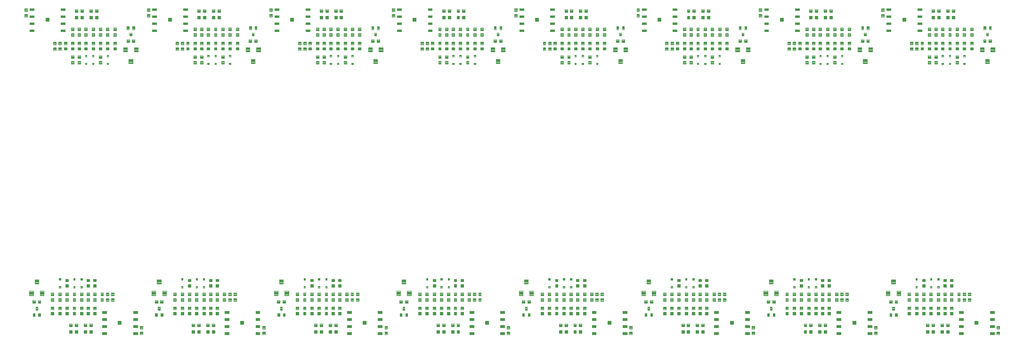
<source format=gbp>
G04 EAGLE Gerber RS-274X export*
G75*
%MOMM*%
%FSLAX34Y34*%
%LPD*%
%INSolderpaste Bottom*%
%IPPOS*%
%AMOC8*
5,1,8,0,0,1.08239X$1,22.5*%
G01*
%ADD10C,0.102000*%
%ADD11C,0.100000*%
%ADD12C,0.104000*%
%ADD13C,0.101200*%
%ADD14R,0.800000X0.800000*%


D10*
X90510Y125512D02*
X90510Y130492D01*
X95490Y130492D01*
X95490Y125512D01*
X90510Y125512D01*
X90510Y126481D02*
X95490Y126481D01*
X95490Y127450D02*
X90510Y127450D01*
X90510Y128419D02*
X95490Y128419D01*
X95490Y129388D02*
X90510Y129388D01*
X90510Y130357D02*
X95490Y130357D01*
X90510Y120492D02*
X90510Y115512D01*
X90510Y120492D02*
X95490Y120492D01*
X95490Y115512D01*
X90510Y115512D01*
X90510Y116481D02*
X95490Y116481D01*
X95490Y117450D02*
X90510Y117450D01*
X90510Y118419D02*
X95490Y118419D01*
X95490Y119388D02*
X90510Y119388D01*
X90510Y120357D02*
X95490Y120357D01*
X77510Y125512D02*
X77510Y130492D01*
X82490Y130492D01*
X82490Y125512D01*
X77510Y125512D01*
X77510Y126481D02*
X82490Y126481D01*
X82490Y127450D02*
X77510Y127450D01*
X77510Y128419D02*
X82490Y128419D01*
X82490Y129388D02*
X77510Y129388D01*
X77510Y130357D02*
X82490Y130357D01*
X77510Y120492D02*
X77510Y115512D01*
X77510Y120492D02*
X82490Y120492D01*
X82490Y115512D01*
X77510Y115512D01*
X77510Y116481D02*
X82490Y116481D01*
X82490Y117450D02*
X77510Y117450D01*
X77510Y118419D02*
X82490Y118419D01*
X82490Y119388D02*
X77510Y119388D01*
X77510Y120357D02*
X82490Y120357D01*
X82490Y95492D02*
X82490Y90512D01*
X77510Y90512D01*
X77510Y95492D01*
X82490Y95492D01*
X82490Y91481D02*
X77510Y91481D01*
X77510Y92450D02*
X82490Y92450D01*
X82490Y93419D02*
X77510Y93419D01*
X77510Y94388D02*
X82490Y94388D01*
X82490Y95357D02*
X77510Y95357D01*
X82490Y100512D02*
X82490Y105492D01*
X82490Y100512D02*
X77510Y100512D01*
X77510Y105492D01*
X82490Y105492D01*
X82490Y101481D02*
X77510Y101481D01*
X77510Y102450D02*
X82490Y102450D01*
X82490Y103419D02*
X77510Y103419D01*
X77510Y104388D02*
X82490Y104388D01*
X82490Y105357D02*
X77510Y105357D01*
X132490Y140512D02*
X132490Y145492D01*
X132490Y140512D02*
X127510Y140512D01*
X127510Y145492D01*
X132490Y145492D01*
X132490Y141481D02*
X127510Y141481D01*
X127510Y142450D02*
X132490Y142450D01*
X132490Y143419D02*
X127510Y143419D01*
X127510Y144388D02*
X132490Y144388D01*
X132490Y145357D02*
X127510Y145357D01*
X132490Y150512D02*
X132490Y155492D01*
X132490Y150512D02*
X127510Y150512D01*
X127510Y155492D01*
X132490Y155492D01*
X132490Y151481D02*
X127510Y151481D01*
X127510Y152450D02*
X132490Y152450D01*
X132490Y153419D02*
X127510Y153419D01*
X127510Y154388D02*
X132490Y154388D01*
X132490Y155357D02*
X127510Y155357D01*
X95490Y95492D02*
X95490Y90512D01*
X90510Y90512D01*
X90510Y95492D01*
X95490Y95492D01*
X95490Y91481D02*
X90510Y91481D01*
X90510Y92450D02*
X95490Y92450D01*
X95490Y93419D02*
X90510Y93419D01*
X90510Y94388D02*
X95490Y94388D01*
X95490Y95357D02*
X90510Y95357D01*
X95490Y100512D02*
X95490Y105492D01*
X95490Y100512D02*
X90510Y100512D01*
X90510Y105492D01*
X95490Y105492D01*
X95490Y101481D02*
X90510Y101481D01*
X90510Y102450D02*
X95490Y102450D01*
X95490Y103419D02*
X90510Y103419D01*
X90510Y104388D02*
X95490Y104388D01*
X95490Y105357D02*
X90510Y105357D01*
X110510Y69512D02*
X115490Y69512D01*
X110510Y69512D02*
X110510Y74492D01*
X115490Y74492D01*
X115490Y69512D01*
X115490Y70481D02*
X110510Y70481D01*
X110510Y71450D02*
X115490Y71450D01*
X115490Y72419D02*
X110510Y72419D01*
X110510Y73388D02*
X115490Y73388D01*
X115490Y74357D02*
X110510Y74357D01*
X120510Y69512D02*
X125490Y69512D01*
X120510Y69512D02*
X120510Y74492D01*
X125490Y74492D01*
X125490Y69512D01*
X125490Y70481D02*
X120510Y70481D01*
X120510Y71450D02*
X125490Y71450D01*
X125490Y72419D02*
X120510Y72419D01*
X120510Y73388D02*
X125490Y73388D01*
X125490Y74357D02*
X120510Y74357D01*
D11*
X104500Y139502D02*
X104500Y142502D01*
X107500Y142502D01*
X107500Y139502D01*
X104500Y139502D01*
X104500Y140452D02*
X107500Y140452D01*
X107500Y141402D02*
X104500Y141402D01*
X104500Y142352D02*
X107500Y142352D01*
X104500Y153502D02*
X104500Y156502D01*
X107500Y156502D01*
X107500Y153502D01*
X104500Y153502D01*
X104500Y154452D02*
X107500Y154452D01*
X107500Y155402D02*
X104500Y155402D01*
X104500Y156352D02*
X107500Y156352D01*
X65500Y142502D02*
X65500Y139502D01*
X65500Y142502D02*
X68500Y142502D01*
X68500Y139502D01*
X65500Y139502D01*
X65500Y140452D02*
X68500Y140452D01*
X68500Y141402D02*
X65500Y141402D01*
X65500Y142352D02*
X68500Y142352D01*
X65500Y153502D02*
X65500Y156502D01*
X68500Y156502D01*
X68500Y153502D01*
X65500Y153502D01*
X65500Y154452D02*
X68500Y154452D01*
X68500Y155402D02*
X65500Y155402D01*
X65500Y156352D02*
X68500Y156352D01*
X94500Y156502D02*
X94500Y153502D01*
X91500Y153502D01*
X91500Y156502D01*
X94500Y156502D01*
X94500Y154452D02*
X91500Y154452D01*
X91500Y155402D02*
X94500Y155402D01*
X94500Y156352D02*
X91500Y156352D01*
X94500Y142502D02*
X94500Y139502D01*
X91500Y139502D01*
X91500Y142502D01*
X94500Y142502D01*
X94500Y140452D02*
X91500Y140452D01*
X91500Y141402D02*
X94500Y141402D01*
X94500Y142352D02*
X91500Y142352D01*
D10*
X89490Y57512D02*
X84510Y57512D01*
X84510Y62492D01*
X89490Y62492D01*
X89490Y57512D01*
X89490Y58481D02*
X84510Y58481D01*
X84510Y59450D02*
X89490Y59450D01*
X89490Y60419D02*
X84510Y60419D01*
X84510Y61388D02*
X89490Y61388D01*
X89490Y62357D02*
X84510Y62357D01*
X94510Y57512D02*
X99490Y57512D01*
X94510Y57512D02*
X94510Y62492D01*
X99490Y62492D01*
X99490Y57512D01*
X99490Y58481D02*
X94510Y58481D01*
X94510Y59450D02*
X99490Y59450D01*
X99490Y60419D02*
X94510Y60419D01*
X94510Y61388D02*
X99490Y61388D01*
X99490Y62357D02*
X94510Y62357D01*
X108490Y90512D02*
X108490Y95492D01*
X108490Y90512D02*
X103510Y90512D01*
X103510Y95492D01*
X108490Y95492D01*
X108490Y91481D02*
X103510Y91481D01*
X103510Y92450D02*
X108490Y92450D01*
X108490Y93419D02*
X103510Y93419D01*
X103510Y94388D02*
X108490Y94388D01*
X108490Y95357D02*
X103510Y95357D01*
X108490Y100512D02*
X108490Y105492D01*
X108490Y100512D02*
X103510Y100512D01*
X103510Y105492D01*
X108490Y105492D01*
X108490Y101481D02*
X103510Y101481D01*
X103510Y102450D02*
X108490Y102450D01*
X108490Y103419D02*
X103510Y103419D01*
X103510Y104388D02*
X108490Y104388D01*
X108490Y105357D02*
X103510Y105357D01*
X127510Y105492D02*
X127510Y100512D01*
X127510Y105492D02*
X132490Y105492D01*
X132490Y100512D01*
X127510Y100512D01*
X127510Y101481D02*
X132490Y101481D01*
X132490Y102450D02*
X127510Y102450D01*
X127510Y103419D02*
X132490Y103419D01*
X132490Y104388D02*
X127510Y104388D01*
X127510Y105357D02*
X132490Y105357D01*
X127510Y95492D02*
X127510Y90512D01*
X127510Y95492D02*
X132490Y95492D01*
X132490Y90512D01*
X127510Y90512D01*
X127510Y91481D02*
X132490Y91481D01*
X132490Y92450D02*
X127510Y92450D01*
X127510Y93419D02*
X132490Y93419D01*
X132490Y94388D02*
X127510Y94388D01*
X127510Y95357D02*
X132490Y95357D01*
X115510Y100512D02*
X115510Y105492D01*
X120490Y105492D01*
X120490Y100512D01*
X115510Y100512D01*
X115510Y101481D02*
X120490Y101481D01*
X120490Y102450D02*
X115510Y102450D01*
X115510Y103419D02*
X120490Y103419D01*
X120490Y104388D02*
X115510Y104388D01*
X115510Y105357D02*
X120490Y105357D01*
X115510Y95492D02*
X115510Y90512D01*
X115510Y95492D02*
X120490Y95492D01*
X120490Y90512D01*
X115510Y90512D01*
X115510Y91481D02*
X120490Y91481D01*
X120490Y92450D02*
X115510Y92450D01*
X115510Y93419D02*
X120490Y93419D01*
X120490Y94388D02*
X115510Y94388D01*
X115510Y95357D02*
X120490Y95357D01*
X115490Y57512D02*
X110510Y57512D01*
X110510Y62492D01*
X115490Y62492D01*
X115490Y57512D01*
X115490Y58481D02*
X110510Y58481D01*
X110510Y59450D02*
X115490Y59450D01*
X115490Y60419D02*
X110510Y60419D01*
X110510Y61388D02*
X115490Y61388D01*
X115490Y62357D02*
X110510Y62357D01*
X120510Y57512D02*
X125490Y57512D01*
X120510Y57512D02*
X120510Y62492D01*
X125490Y62492D01*
X125490Y57512D01*
X125490Y58481D02*
X120510Y58481D01*
X120510Y59450D02*
X125490Y59450D01*
X125490Y60419D02*
X120510Y60419D01*
X120510Y61388D02*
X125490Y61388D01*
X125490Y62357D02*
X120510Y62357D01*
X99490Y74492D02*
X94510Y74492D01*
X99490Y74492D02*
X99490Y69512D01*
X94510Y69512D01*
X94510Y74492D01*
X94510Y70481D02*
X99490Y70481D01*
X99490Y71450D02*
X94510Y71450D01*
X94510Y72419D02*
X99490Y72419D01*
X99490Y73388D02*
X94510Y73388D01*
X94510Y74357D02*
X99490Y74357D01*
X89490Y74492D02*
X84510Y74492D01*
X89490Y74492D02*
X89490Y69512D01*
X84510Y69512D01*
X84510Y74492D01*
X84510Y70481D02*
X89490Y70481D01*
X89490Y71450D02*
X84510Y71450D01*
X84510Y72419D02*
X89490Y72419D01*
X89490Y73388D02*
X84510Y73388D01*
X84510Y74357D02*
X89490Y74357D01*
X64510Y100512D02*
X64510Y105492D01*
X69490Y105492D01*
X69490Y100512D01*
X64510Y100512D01*
X64510Y101481D02*
X69490Y101481D01*
X69490Y102450D02*
X64510Y102450D01*
X64510Y103419D02*
X69490Y103419D01*
X69490Y104388D02*
X64510Y104388D01*
X64510Y105357D02*
X69490Y105357D01*
X64510Y95492D02*
X64510Y90512D01*
X64510Y95492D02*
X69490Y95492D01*
X69490Y90512D01*
X64510Y90512D01*
X64510Y91481D02*
X69490Y91481D01*
X69490Y92450D02*
X64510Y92450D01*
X64510Y93419D02*
X69490Y93419D01*
X69490Y94388D02*
X64510Y94388D01*
X64510Y95357D02*
X69490Y95357D01*
X69490Y115512D02*
X69490Y120492D01*
X69490Y115512D02*
X64510Y115512D01*
X64510Y120492D01*
X69490Y120492D01*
X69490Y116481D02*
X64510Y116481D01*
X64510Y117450D02*
X69490Y117450D01*
X69490Y118419D02*
X64510Y118419D01*
X64510Y119388D02*
X69490Y119388D01*
X69490Y120357D02*
X64510Y120357D01*
X69490Y125512D02*
X69490Y130492D01*
X69490Y125512D02*
X64510Y125512D01*
X64510Y130492D01*
X69490Y130492D01*
X69490Y126481D02*
X64510Y126481D01*
X64510Y127450D02*
X69490Y127450D01*
X69490Y128419D02*
X64510Y128419D01*
X64510Y129388D02*
X69490Y129388D01*
X69490Y130357D02*
X64510Y130357D01*
X56490Y120492D02*
X56490Y115512D01*
X51510Y115512D01*
X51510Y120492D01*
X56490Y120492D01*
X56490Y116481D02*
X51510Y116481D01*
X51510Y117450D02*
X56490Y117450D01*
X56490Y118419D02*
X51510Y118419D01*
X51510Y119388D02*
X56490Y119388D01*
X56490Y120357D02*
X51510Y120357D01*
X56490Y125512D02*
X56490Y130492D01*
X56490Y125512D02*
X51510Y125512D01*
X51510Y130492D01*
X56490Y130492D01*
X56490Y126481D02*
X51510Y126481D01*
X51510Y127450D02*
X56490Y127450D01*
X56490Y128419D02*
X51510Y128419D01*
X51510Y129388D02*
X56490Y129388D01*
X56490Y130357D02*
X51510Y130357D01*
X51510Y105492D02*
X51510Y100512D01*
X51510Y105492D02*
X56490Y105492D01*
X56490Y100512D01*
X51510Y100512D01*
X51510Y101481D02*
X56490Y101481D01*
X56490Y102450D02*
X51510Y102450D01*
X51510Y103419D02*
X56490Y103419D01*
X56490Y104388D02*
X51510Y104388D01*
X51510Y105357D02*
X56490Y105357D01*
X51510Y95492D02*
X51510Y90512D01*
X51510Y95492D02*
X56490Y95492D01*
X56490Y90512D01*
X51510Y90512D01*
X51510Y91481D02*
X56490Y91481D01*
X56490Y92450D02*
X51510Y92450D01*
X51510Y93419D02*
X56490Y93419D01*
X56490Y94388D02*
X51510Y94388D01*
X51510Y95357D02*
X56490Y95357D01*
X108490Y115512D02*
X108490Y120492D01*
X108490Y115512D02*
X103510Y115512D01*
X103510Y120492D01*
X108490Y120492D01*
X108490Y116481D02*
X103510Y116481D01*
X103510Y117450D02*
X108490Y117450D01*
X108490Y118419D02*
X103510Y118419D01*
X103510Y119388D02*
X108490Y119388D01*
X108490Y120357D02*
X103510Y120357D01*
X108490Y125512D02*
X108490Y130492D01*
X108490Y125512D02*
X103510Y125512D01*
X103510Y130492D01*
X108490Y130492D01*
X108490Y126481D02*
X103510Y126481D01*
X103510Y127450D02*
X108490Y127450D01*
X108490Y128419D02*
X103510Y128419D01*
X103510Y129388D02*
X108490Y129388D01*
X108490Y130357D02*
X103510Y130357D01*
X82490Y140512D02*
X82490Y145492D01*
X82490Y140512D02*
X77510Y140512D01*
X77510Y145492D01*
X82490Y145492D01*
X82490Y141481D02*
X77510Y141481D01*
X77510Y142450D02*
X82490Y142450D01*
X82490Y143419D02*
X77510Y143419D01*
X77510Y144388D02*
X82490Y144388D01*
X82490Y145357D02*
X77510Y145357D01*
X82490Y150512D02*
X82490Y155492D01*
X82490Y150512D02*
X77510Y150512D01*
X77510Y155492D01*
X82490Y155492D01*
X82490Y151481D02*
X77510Y151481D01*
X77510Y152450D02*
X82490Y152450D01*
X82490Y153419D02*
X77510Y153419D01*
X77510Y154388D02*
X82490Y154388D01*
X82490Y155357D02*
X77510Y155357D01*
X120490Y120492D02*
X120490Y115512D01*
X115510Y115512D01*
X115510Y120492D01*
X120490Y120492D01*
X120490Y116481D02*
X115510Y116481D01*
X115510Y117450D02*
X120490Y117450D01*
X120490Y118419D02*
X115510Y118419D01*
X115510Y119388D02*
X120490Y119388D01*
X120490Y120357D02*
X115510Y120357D01*
X120490Y125512D02*
X120490Y130492D01*
X120490Y125512D02*
X115510Y125512D01*
X115510Y130492D01*
X120490Y130492D01*
X120490Y126481D02*
X115510Y126481D01*
X115510Y127450D02*
X120490Y127450D01*
X120490Y128419D02*
X115510Y128419D01*
X115510Y129388D02*
X120490Y129388D01*
X120490Y130357D02*
X115510Y130357D01*
X120490Y140512D02*
X120490Y145492D01*
X120490Y140512D02*
X115510Y140512D01*
X115510Y145492D01*
X120490Y145492D01*
X120490Y141481D02*
X115510Y141481D01*
X115510Y142450D02*
X120490Y142450D01*
X120490Y143419D02*
X115510Y143419D01*
X115510Y144388D02*
X120490Y144388D01*
X120490Y145357D02*
X115510Y145357D01*
X120490Y150512D02*
X120490Y155492D01*
X120490Y150512D02*
X115510Y150512D01*
X115510Y155492D01*
X120490Y155492D01*
X120490Y151481D02*
X115510Y151481D01*
X115510Y152450D02*
X120490Y152450D01*
X120490Y153419D02*
X115510Y153419D01*
X115510Y154388D02*
X120490Y154388D01*
X120490Y155357D02*
X115510Y155357D01*
X127510Y130492D02*
X127510Y125512D01*
X127510Y130492D02*
X132490Y130492D01*
X132490Y125512D01*
X127510Y125512D01*
X127510Y126481D02*
X132490Y126481D01*
X132490Y127450D02*
X127510Y127450D01*
X127510Y128419D02*
X132490Y128419D01*
X132490Y129388D02*
X127510Y129388D01*
X127510Y130357D02*
X132490Y130357D01*
X127510Y120492D02*
X127510Y115512D01*
X127510Y120492D02*
X132490Y120492D01*
X132490Y115512D01*
X127510Y115512D01*
X127510Y116481D02*
X132490Y116481D01*
X132490Y117450D02*
X127510Y117450D01*
X127510Y118419D02*
X132490Y118419D01*
X132490Y119388D02*
X127510Y119388D01*
X127510Y120357D02*
X132490Y120357D01*
X154990Y120592D02*
X154990Y115612D01*
X150010Y115612D01*
X150010Y120592D01*
X154990Y120592D01*
X154990Y116581D02*
X150010Y116581D01*
X150010Y117550D02*
X154990Y117550D01*
X154990Y118519D02*
X150010Y118519D01*
X150010Y119488D02*
X154990Y119488D01*
X154990Y120457D02*
X150010Y120457D01*
X154990Y125612D02*
X154990Y130592D01*
X154990Y125612D02*
X150010Y125612D01*
X150010Y130592D01*
X154990Y130592D01*
X154990Y126581D02*
X150010Y126581D01*
X150010Y127550D02*
X154990Y127550D01*
X154990Y128519D02*
X150010Y128519D01*
X150010Y129488D02*
X154990Y129488D01*
X154990Y130457D02*
X150010Y130457D01*
X140510Y130492D02*
X140510Y125512D01*
X140510Y130492D02*
X145490Y130492D01*
X145490Y125512D01*
X140510Y125512D01*
X140510Y126481D02*
X145490Y126481D01*
X145490Y127450D02*
X140510Y127450D01*
X140510Y128419D02*
X145490Y128419D01*
X145490Y129388D02*
X140510Y129388D01*
X140510Y130357D02*
X145490Y130357D01*
X140510Y120492D02*
X140510Y115512D01*
X140510Y120492D02*
X145490Y120492D01*
X145490Y115512D01*
X140510Y115512D01*
X140510Y116481D02*
X145490Y116481D01*
X145490Y117450D02*
X140510Y117450D01*
X140510Y118419D02*
X145490Y118419D01*
X145490Y119388D02*
X140510Y119388D01*
X140510Y120357D02*
X145490Y120357D01*
X164490Y120592D02*
X164490Y115612D01*
X159510Y115612D01*
X159510Y120592D01*
X164490Y120592D01*
X164490Y116581D02*
X159510Y116581D01*
X159510Y117550D02*
X164490Y117550D01*
X164490Y118519D02*
X159510Y118519D01*
X159510Y119488D02*
X164490Y119488D01*
X164490Y120457D02*
X159510Y120457D01*
X164490Y125612D02*
X164490Y130592D01*
X164490Y125612D02*
X159510Y125612D01*
X159510Y130592D01*
X164490Y130592D01*
X164490Y126581D02*
X159510Y126581D01*
X159510Y127550D02*
X164490Y127550D01*
X164490Y128519D02*
X159510Y128519D01*
X159510Y129488D02*
X164490Y129488D01*
X164490Y130457D02*
X159510Y130457D01*
D12*
X38380Y133682D02*
X31420Y133682D01*
X38380Y133682D02*
X38380Y125722D01*
X31420Y125722D01*
X31420Y133682D01*
X31420Y126710D02*
X38380Y126710D01*
X38380Y127698D02*
X31420Y127698D01*
X31420Y128686D02*
X38380Y128686D01*
X38380Y129674D02*
X31420Y129674D01*
X31420Y130662D02*
X38380Y130662D01*
X38380Y131650D02*
X31420Y131650D01*
X31420Y132638D02*
X38380Y132638D01*
X38380Y133626D02*
X31420Y133626D01*
X19380Y133682D02*
X12420Y133682D01*
X19380Y133682D02*
X19380Y125722D01*
X12420Y125722D01*
X12420Y133682D01*
X12420Y126710D02*
X19380Y126710D01*
X19380Y127698D02*
X12420Y127698D01*
X12420Y128686D02*
X19380Y128686D01*
X19380Y129674D02*
X12420Y129674D01*
X12420Y130662D02*
X19380Y130662D01*
X19380Y131650D02*
X12420Y131650D01*
X12420Y132638D02*
X19380Y132638D01*
X19380Y133626D02*
X12420Y133626D01*
X21920Y154682D02*
X28880Y154682D01*
X28880Y146722D01*
X21920Y146722D01*
X21920Y154682D01*
X21920Y147710D02*
X28880Y147710D01*
X28880Y148698D02*
X21920Y148698D01*
X21920Y149686D02*
X28880Y149686D01*
X28880Y150674D02*
X21920Y150674D01*
X21920Y151662D02*
X28880Y151662D01*
X28880Y152650D02*
X21920Y152650D01*
X21920Y153638D02*
X28880Y153638D01*
X28880Y154626D02*
X21920Y154626D01*
D13*
X28606Y93346D02*
X32194Y93346D01*
X32194Y87858D01*
X28606Y87858D01*
X28606Y93346D01*
X28606Y88819D02*
X32194Y88819D01*
X32194Y89780D02*
X28606Y89780D01*
X28606Y90741D02*
X32194Y90741D01*
X32194Y91702D02*
X28606Y91702D01*
X28606Y92663D02*
X32194Y92663D01*
X22194Y93346D02*
X18606Y93346D01*
X22194Y93346D02*
X22194Y87858D01*
X18606Y87858D01*
X18606Y93346D01*
X18606Y88819D02*
X22194Y88819D01*
X22194Y89780D02*
X18606Y89780D01*
X18606Y90741D02*
X22194Y90741D01*
X22194Y91702D02*
X18606Y91702D01*
X18606Y92663D02*
X22194Y92663D01*
X23606Y104846D02*
X27194Y104846D01*
X27194Y99358D01*
X23606Y99358D01*
X23606Y104846D01*
X23606Y100319D02*
X27194Y100319D01*
X27194Y101280D02*
X23606Y101280D01*
X23606Y102241D02*
X27194Y102241D01*
X27194Y103202D02*
X23606Y103202D01*
X23606Y104163D02*
X27194Y104163D01*
D10*
X22890Y111812D02*
X17910Y111812D01*
X17910Y116792D01*
X22890Y116792D01*
X22890Y111812D01*
X22890Y112781D02*
X17910Y112781D01*
X17910Y113750D02*
X22890Y113750D01*
X22890Y114719D02*
X17910Y114719D01*
X17910Y115688D02*
X22890Y115688D01*
X22890Y116657D02*
X17910Y116657D01*
X27910Y111812D02*
X32890Y111812D01*
X27910Y111812D02*
X27910Y116792D01*
X32890Y116792D01*
X32890Y111812D01*
X32890Y112781D02*
X27910Y112781D01*
X27910Y113750D02*
X32890Y113750D01*
X32890Y114719D02*
X27910Y114719D01*
X27910Y115688D02*
X32890Y115688D01*
X32890Y116657D02*
X27910Y116657D01*
D11*
X143600Y59252D02*
X143600Y55252D01*
X143600Y59252D02*
X151100Y59252D01*
X151100Y55252D01*
X143600Y55252D01*
X143600Y56202D02*
X151100Y56202D01*
X151100Y57152D02*
X143600Y57152D01*
X143600Y58102D02*
X151100Y58102D01*
X151100Y59052D02*
X143600Y59052D01*
X143600Y67952D02*
X143600Y71952D01*
X151100Y71952D01*
X151100Y67952D01*
X143600Y67952D01*
X143600Y68902D02*
X151100Y68902D01*
X151100Y69852D02*
X143600Y69852D01*
X143600Y70802D02*
X151100Y70802D01*
X151100Y71752D02*
X143600Y71752D01*
X143600Y80652D02*
X143600Y84652D01*
X151100Y84652D01*
X151100Y80652D01*
X143600Y80652D01*
X143600Y81602D02*
X151100Y81602D01*
X151100Y82552D02*
X143600Y82552D01*
X143600Y83502D02*
X151100Y83502D01*
X151100Y84452D02*
X143600Y84452D01*
X143600Y93352D02*
X143600Y97352D01*
X151100Y97352D01*
X151100Y93352D01*
X143600Y93352D01*
X143600Y94302D02*
X151100Y94302D01*
X151100Y95252D02*
X143600Y95252D01*
X143600Y96202D02*
X151100Y96202D01*
X151100Y97152D02*
X143600Y97152D01*
X199100Y84652D02*
X199100Y80652D01*
X199100Y84652D02*
X206600Y84652D01*
X206600Y80652D01*
X199100Y80652D01*
X199100Y81602D02*
X206600Y81602D01*
X206600Y82552D02*
X199100Y82552D01*
X199100Y83502D02*
X206600Y83502D01*
X206600Y84452D02*
X199100Y84452D01*
X199100Y93352D02*
X199100Y97352D01*
X206600Y97352D01*
X206600Y93352D01*
X199100Y93352D01*
X199100Y94302D02*
X206600Y94302D01*
X206600Y95252D02*
X199100Y95252D01*
X199100Y96202D02*
X206600Y96202D01*
X206600Y97152D02*
X199100Y97152D01*
X199100Y71952D02*
X199100Y67952D01*
X199100Y71952D02*
X206600Y71952D01*
X206600Y67952D01*
X199100Y67952D01*
X199100Y68902D02*
X206600Y68902D01*
X206600Y69852D02*
X199100Y69852D01*
X199100Y70802D02*
X206600Y70802D01*
X206600Y71752D02*
X199100Y71752D01*
X199100Y59252D02*
X199100Y55252D01*
X199100Y59252D02*
X206600Y59252D01*
X206600Y55252D01*
X199100Y55252D01*
X199100Y56202D02*
X206600Y56202D01*
X206600Y57152D02*
X199100Y57152D01*
X199100Y58102D02*
X206600Y58102D01*
X206600Y59052D02*
X199100Y59052D01*
D14*
X175100Y76302D03*
D10*
X215990Y60592D02*
X215990Y55612D01*
X211010Y55612D01*
X211010Y60592D01*
X215990Y60592D01*
X215990Y56581D02*
X211010Y56581D01*
X211010Y57550D02*
X215990Y57550D01*
X215990Y58519D02*
X211010Y58519D01*
X211010Y59488D02*
X215990Y59488D01*
X215990Y60457D02*
X211010Y60457D01*
X215990Y65612D02*
X215990Y70592D01*
X215990Y65612D02*
X211010Y65612D01*
X211010Y70592D01*
X215990Y70592D01*
X215990Y66581D02*
X211010Y66581D01*
X211010Y67550D02*
X215990Y67550D01*
X215990Y68519D02*
X211010Y68519D01*
X211010Y69488D02*
X215990Y69488D01*
X215990Y70457D02*
X211010Y70457D01*
X310499Y125512D02*
X310499Y130492D01*
X315479Y130492D01*
X315479Y125512D01*
X310499Y125512D01*
X310499Y126481D02*
X315479Y126481D01*
X315479Y127450D02*
X310499Y127450D01*
X310499Y128419D02*
X315479Y128419D01*
X315479Y129388D02*
X310499Y129388D01*
X310499Y130357D02*
X315479Y130357D01*
X310499Y120492D02*
X310499Y115512D01*
X310499Y120492D02*
X315479Y120492D01*
X315479Y115512D01*
X310499Y115512D01*
X310499Y116481D02*
X315479Y116481D01*
X315479Y117450D02*
X310499Y117450D01*
X310499Y118419D02*
X315479Y118419D01*
X315479Y119388D02*
X310499Y119388D01*
X310499Y120357D02*
X315479Y120357D01*
X297499Y125512D02*
X297499Y130492D01*
X302479Y130492D01*
X302479Y125512D01*
X297499Y125512D01*
X297499Y126481D02*
X302479Y126481D01*
X302479Y127450D02*
X297499Y127450D01*
X297499Y128419D02*
X302479Y128419D01*
X302479Y129388D02*
X297499Y129388D01*
X297499Y130357D02*
X302479Y130357D01*
X297499Y120492D02*
X297499Y115512D01*
X297499Y120492D02*
X302479Y120492D01*
X302479Y115512D01*
X297499Y115512D01*
X297499Y116481D02*
X302479Y116481D01*
X302479Y117450D02*
X297499Y117450D01*
X297499Y118419D02*
X302479Y118419D01*
X302479Y119388D02*
X297499Y119388D01*
X297499Y120357D02*
X302479Y120357D01*
X302479Y95492D02*
X302479Y90512D01*
X297499Y90512D01*
X297499Y95492D01*
X302479Y95492D01*
X302479Y91481D02*
X297499Y91481D01*
X297499Y92450D02*
X302479Y92450D01*
X302479Y93419D02*
X297499Y93419D01*
X297499Y94388D02*
X302479Y94388D01*
X302479Y95357D02*
X297499Y95357D01*
X302479Y100512D02*
X302479Y105492D01*
X302479Y100512D02*
X297499Y100512D01*
X297499Y105492D01*
X302479Y105492D01*
X302479Y101481D02*
X297499Y101481D01*
X297499Y102450D02*
X302479Y102450D01*
X302479Y103419D02*
X297499Y103419D01*
X297499Y104388D02*
X302479Y104388D01*
X302479Y105357D02*
X297499Y105357D01*
X352479Y140512D02*
X352479Y145492D01*
X352479Y140512D02*
X347499Y140512D01*
X347499Y145492D01*
X352479Y145492D01*
X352479Y141481D02*
X347499Y141481D01*
X347499Y142450D02*
X352479Y142450D01*
X352479Y143419D02*
X347499Y143419D01*
X347499Y144388D02*
X352479Y144388D01*
X352479Y145357D02*
X347499Y145357D01*
X352479Y150512D02*
X352479Y155492D01*
X352479Y150512D02*
X347499Y150512D01*
X347499Y155492D01*
X352479Y155492D01*
X352479Y151481D02*
X347499Y151481D01*
X347499Y152450D02*
X352479Y152450D01*
X352479Y153419D02*
X347499Y153419D01*
X347499Y154388D02*
X352479Y154388D01*
X352479Y155357D02*
X347499Y155357D01*
X315479Y95492D02*
X315479Y90512D01*
X310499Y90512D01*
X310499Y95492D01*
X315479Y95492D01*
X315479Y91481D02*
X310499Y91481D01*
X310499Y92450D02*
X315479Y92450D01*
X315479Y93419D02*
X310499Y93419D01*
X310499Y94388D02*
X315479Y94388D01*
X315479Y95357D02*
X310499Y95357D01*
X315479Y100512D02*
X315479Y105492D01*
X315479Y100512D02*
X310499Y100512D01*
X310499Y105492D01*
X315479Y105492D01*
X315479Y101481D02*
X310499Y101481D01*
X310499Y102450D02*
X315479Y102450D01*
X315479Y103419D02*
X310499Y103419D01*
X310499Y104388D02*
X315479Y104388D01*
X315479Y105357D02*
X310499Y105357D01*
X330499Y69512D02*
X335479Y69512D01*
X330499Y69512D02*
X330499Y74492D01*
X335479Y74492D01*
X335479Y69512D01*
X335479Y70481D02*
X330499Y70481D01*
X330499Y71450D02*
X335479Y71450D01*
X335479Y72419D02*
X330499Y72419D01*
X330499Y73388D02*
X335479Y73388D01*
X335479Y74357D02*
X330499Y74357D01*
X340499Y69512D02*
X345479Y69512D01*
X340499Y69512D02*
X340499Y74492D01*
X345479Y74492D01*
X345479Y69512D01*
X345479Y70481D02*
X340499Y70481D01*
X340499Y71450D02*
X345479Y71450D01*
X345479Y72419D02*
X340499Y72419D01*
X340499Y73388D02*
X345479Y73388D01*
X345479Y74357D02*
X340499Y74357D01*
D11*
X324489Y139502D02*
X324489Y142502D01*
X327489Y142502D01*
X327489Y139502D01*
X324489Y139502D01*
X324489Y140452D02*
X327489Y140452D01*
X327489Y141402D02*
X324489Y141402D01*
X324489Y142352D02*
X327489Y142352D01*
X324489Y153502D02*
X324489Y156502D01*
X327489Y156502D01*
X327489Y153502D01*
X324489Y153502D01*
X324489Y154452D02*
X327489Y154452D01*
X327489Y155402D02*
X324489Y155402D01*
X324489Y156352D02*
X327489Y156352D01*
X285489Y142502D02*
X285489Y139502D01*
X285489Y142502D02*
X288489Y142502D01*
X288489Y139502D01*
X285489Y139502D01*
X285489Y140452D02*
X288489Y140452D01*
X288489Y141402D02*
X285489Y141402D01*
X285489Y142352D02*
X288489Y142352D01*
X285489Y153502D02*
X285489Y156502D01*
X288489Y156502D01*
X288489Y153502D01*
X285489Y153502D01*
X285489Y154452D02*
X288489Y154452D01*
X288489Y155402D02*
X285489Y155402D01*
X285489Y156352D02*
X288489Y156352D01*
X314489Y156502D02*
X314489Y153502D01*
X311489Y153502D01*
X311489Y156502D01*
X314489Y156502D01*
X314489Y154452D02*
X311489Y154452D01*
X311489Y155402D02*
X314489Y155402D01*
X314489Y156352D02*
X311489Y156352D01*
X314489Y142502D02*
X314489Y139502D01*
X311489Y139502D01*
X311489Y142502D01*
X314489Y142502D01*
X314489Y140452D02*
X311489Y140452D01*
X311489Y141402D02*
X314489Y141402D01*
X314489Y142352D02*
X311489Y142352D01*
D10*
X309479Y57512D02*
X304499Y57512D01*
X304499Y62492D01*
X309479Y62492D01*
X309479Y57512D01*
X309479Y58481D02*
X304499Y58481D01*
X304499Y59450D02*
X309479Y59450D01*
X309479Y60419D02*
X304499Y60419D01*
X304499Y61388D02*
X309479Y61388D01*
X309479Y62357D02*
X304499Y62357D01*
X314499Y57512D02*
X319479Y57512D01*
X314499Y57512D02*
X314499Y62492D01*
X319479Y62492D01*
X319479Y57512D01*
X319479Y58481D02*
X314499Y58481D01*
X314499Y59450D02*
X319479Y59450D01*
X319479Y60419D02*
X314499Y60419D01*
X314499Y61388D02*
X319479Y61388D01*
X319479Y62357D02*
X314499Y62357D01*
X328479Y90512D02*
X328479Y95492D01*
X328479Y90512D02*
X323499Y90512D01*
X323499Y95492D01*
X328479Y95492D01*
X328479Y91481D02*
X323499Y91481D01*
X323499Y92450D02*
X328479Y92450D01*
X328479Y93419D02*
X323499Y93419D01*
X323499Y94388D02*
X328479Y94388D01*
X328479Y95357D02*
X323499Y95357D01*
X328479Y100512D02*
X328479Y105492D01*
X328479Y100512D02*
X323499Y100512D01*
X323499Y105492D01*
X328479Y105492D01*
X328479Y101481D02*
X323499Y101481D01*
X323499Y102450D02*
X328479Y102450D01*
X328479Y103419D02*
X323499Y103419D01*
X323499Y104388D02*
X328479Y104388D01*
X328479Y105357D02*
X323499Y105357D01*
X347499Y105492D02*
X347499Y100512D01*
X347499Y105492D02*
X352479Y105492D01*
X352479Y100512D01*
X347499Y100512D01*
X347499Y101481D02*
X352479Y101481D01*
X352479Y102450D02*
X347499Y102450D01*
X347499Y103419D02*
X352479Y103419D01*
X352479Y104388D02*
X347499Y104388D01*
X347499Y105357D02*
X352479Y105357D01*
X347499Y95492D02*
X347499Y90512D01*
X347499Y95492D02*
X352479Y95492D01*
X352479Y90512D01*
X347499Y90512D01*
X347499Y91481D02*
X352479Y91481D01*
X352479Y92450D02*
X347499Y92450D01*
X347499Y93419D02*
X352479Y93419D01*
X352479Y94388D02*
X347499Y94388D01*
X347499Y95357D02*
X352479Y95357D01*
X335499Y100512D02*
X335499Y105492D01*
X340479Y105492D01*
X340479Y100512D01*
X335499Y100512D01*
X335499Y101481D02*
X340479Y101481D01*
X340479Y102450D02*
X335499Y102450D01*
X335499Y103419D02*
X340479Y103419D01*
X340479Y104388D02*
X335499Y104388D01*
X335499Y105357D02*
X340479Y105357D01*
X335499Y95492D02*
X335499Y90512D01*
X335499Y95492D02*
X340479Y95492D01*
X340479Y90512D01*
X335499Y90512D01*
X335499Y91481D02*
X340479Y91481D01*
X340479Y92450D02*
X335499Y92450D01*
X335499Y93419D02*
X340479Y93419D01*
X340479Y94388D02*
X335499Y94388D01*
X335499Y95357D02*
X340479Y95357D01*
X335479Y57512D02*
X330499Y57512D01*
X330499Y62492D01*
X335479Y62492D01*
X335479Y57512D01*
X335479Y58481D02*
X330499Y58481D01*
X330499Y59450D02*
X335479Y59450D01*
X335479Y60419D02*
X330499Y60419D01*
X330499Y61388D02*
X335479Y61388D01*
X335479Y62357D02*
X330499Y62357D01*
X340499Y57512D02*
X345479Y57512D01*
X340499Y57512D02*
X340499Y62492D01*
X345479Y62492D01*
X345479Y57512D01*
X345479Y58481D02*
X340499Y58481D01*
X340499Y59450D02*
X345479Y59450D01*
X345479Y60419D02*
X340499Y60419D01*
X340499Y61388D02*
X345479Y61388D01*
X345479Y62357D02*
X340499Y62357D01*
X319479Y74492D02*
X314499Y74492D01*
X319479Y74492D02*
X319479Y69512D01*
X314499Y69512D01*
X314499Y74492D01*
X314499Y70481D02*
X319479Y70481D01*
X319479Y71450D02*
X314499Y71450D01*
X314499Y72419D02*
X319479Y72419D01*
X319479Y73388D02*
X314499Y73388D01*
X314499Y74357D02*
X319479Y74357D01*
X309479Y74492D02*
X304499Y74492D01*
X309479Y74492D02*
X309479Y69512D01*
X304499Y69512D01*
X304499Y74492D01*
X304499Y70481D02*
X309479Y70481D01*
X309479Y71450D02*
X304499Y71450D01*
X304499Y72419D02*
X309479Y72419D01*
X309479Y73388D02*
X304499Y73388D01*
X304499Y74357D02*
X309479Y74357D01*
X284499Y100512D02*
X284499Y105492D01*
X289479Y105492D01*
X289479Y100512D01*
X284499Y100512D01*
X284499Y101481D02*
X289479Y101481D01*
X289479Y102450D02*
X284499Y102450D01*
X284499Y103419D02*
X289479Y103419D01*
X289479Y104388D02*
X284499Y104388D01*
X284499Y105357D02*
X289479Y105357D01*
X284499Y95492D02*
X284499Y90512D01*
X284499Y95492D02*
X289479Y95492D01*
X289479Y90512D01*
X284499Y90512D01*
X284499Y91481D02*
X289479Y91481D01*
X289479Y92450D02*
X284499Y92450D01*
X284499Y93419D02*
X289479Y93419D01*
X289479Y94388D02*
X284499Y94388D01*
X284499Y95357D02*
X289479Y95357D01*
X289479Y115512D02*
X289479Y120492D01*
X289479Y115512D02*
X284499Y115512D01*
X284499Y120492D01*
X289479Y120492D01*
X289479Y116481D02*
X284499Y116481D01*
X284499Y117450D02*
X289479Y117450D01*
X289479Y118419D02*
X284499Y118419D01*
X284499Y119388D02*
X289479Y119388D01*
X289479Y120357D02*
X284499Y120357D01*
X289479Y125512D02*
X289479Y130492D01*
X289479Y125512D02*
X284499Y125512D01*
X284499Y130492D01*
X289479Y130492D01*
X289479Y126481D02*
X284499Y126481D01*
X284499Y127450D02*
X289479Y127450D01*
X289479Y128419D02*
X284499Y128419D01*
X284499Y129388D02*
X289479Y129388D01*
X289479Y130357D02*
X284499Y130357D01*
X276479Y120492D02*
X276479Y115512D01*
X271499Y115512D01*
X271499Y120492D01*
X276479Y120492D01*
X276479Y116481D02*
X271499Y116481D01*
X271499Y117450D02*
X276479Y117450D01*
X276479Y118419D02*
X271499Y118419D01*
X271499Y119388D02*
X276479Y119388D01*
X276479Y120357D02*
X271499Y120357D01*
X276479Y125512D02*
X276479Y130492D01*
X276479Y125512D02*
X271499Y125512D01*
X271499Y130492D01*
X276479Y130492D01*
X276479Y126481D02*
X271499Y126481D01*
X271499Y127450D02*
X276479Y127450D01*
X276479Y128419D02*
X271499Y128419D01*
X271499Y129388D02*
X276479Y129388D01*
X276479Y130357D02*
X271499Y130357D01*
X271499Y105492D02*
X271499Y100512D01*
X271499Y105492D02*
X276479Y105492D01*
X276479Y100512D01*
X271499Y100512D01*
X271499Y101481D02*
X276479Y101481D01*
X276479Y102450D02*
X271499Y102450D01*
X271499Y103419D02*
X276479Y103419D01*
X276479Y104388D02*
X271499Y104388D01*
X271499Y105357D02*
X276479Y105357D01*
X271499Y95492D02*
X271499Y90512D01*
X271499Y95492D02*
X276479Y95492D01*
X276479Y90512D01*
X271499Y90512D01*
X271499Y91481D02*
X276479Y91481D01*
X276479Y92450D02*
X271499Y92450D01*
X271499Y93419D02*
X276479Y93419D01*
X276479Y94388D02*
X271499Y94388D01*
X271499Y95357D02*
X276479Y95357D01*
X328479Y115512D02*
X328479Y120492D01*
X328479Y115512D02*
X323499Y115512D01*
X323499Y120492D01*
X328479Y120492D01*
X328479Y116481D02*
X323499Y116481D01*
X323499Y117450D02*
X328479Y117450D01*
X328479Y118419D02*
X323499Y118419D01*
X323499Y119388D02*
X328479Y119388D01*
X328479Y120357D02*
X323499Y120357D01*
X328479Y125512D02*
X328479Y130492D01*
X328479Y125512D02*
X323499Y125512D01*
X323499Y130492D01*
X328479Y130492D01*
X328479Y126481D02*
X323499Y126481D01*
X323499Y127450D02*
X328479Y127450D01*
X328479Y128419D02*
X323499Y128419D01*
X323499Y129388D02*
X328479Y129388D01*
X328479Y130357D02*
X323499Y130357D01*
X302479Y140512D02*
X302479Y145492D01*
X302479Y140512D02*
X297499Y140512D01*
X297499Y145492D01*
X302479Y145492D01*
X302479Y141481D02*
X297499Y141481D01*
X297499Y142450D02*
X302479Y142450D01*
X302479Y143419D02*
X297499Y143419D01*
X297499Y144388D02*
X302479Y144388D01*
X302479Y145357D02*
X297499Y145357D01*
X302479Y150512D02*
X302479Y155492D01*
X302479Y150512D02*
X297499Y150512D01*
X297499Y155492D01*
X302479Y155492D01*
X302479Y151481D02*
X297499Y151481D01*
X297499Y152450D02*
X302479Y152450D01*
X302479Y153419D02*
X297499Y153419D01*
X297499Y154388D02*
X302479Y154388D01*
X302479Y155357D02*
X297499Y155357D01*
X340479Y120492D02*
X340479Y115512D01*
X335499Y115512D01*
X335499Y120492D01*
X340479Y120492D01*
X340479Y116481D02*
X335499Y116481D01*
X335499Y117450D02*
X340479Y117450D01*
X340479Y118419D02*
X335499Y118419D01*
X335499Y119388D02*
X340479Y119388D01*
X340479Y120357D02*
X335499Y120357D01*
X340479Y125512D02*
X340479Y130492D01*
X340479Y125512D02*
X335499Y125512D01*
X335499Y130492D01*
X340479Y130492D01*
X340479Y126481D02*
X335499Y126481D01*
X335499Y127450D02*
X340479Y127450D01*
X340479Y128419D02*
X335499Y128419D01*
X335499Y129388D02*
X340479Y129388D01*
X340479Y130357D02*
X335499Y130357D01*
X340479Y140512D02*
X340479Y145492D01*
X340479Y140512D02*
X335499Y140512D01*
X335499Y145492D01*
X340479Y145492D01*
X340479Y141481D02*
X335499Y141481D01*
X335499Y142450D02*
X340479Y142450D01*
X340479Y143419D02*
X335499Y143419D01*
X335499Y144388D02*
X340479Y144388D01*
X340479Y145357D02*
X335499Y145357D01*
X340479Y150512D02*
X340479Y155492D01*
X340479Y150512D02*
X335499Y150512D01*
X335499Y155492D01*
X340479Y155492D01*
X340479Y151481D02*
X335499Y151481D01*
X335499Y152450D02*
X340479Y152450D01*
X340479Y153419D02*
X335499Y153419D01*
X335499Y154388D02*
X340479Y154388D01*
X340479Y155357D02*
X335499Y155357D01*
X347499Y130492D02*
X347499Y125512D01*
X347499Y130492D02*
X352479Y130492D01*
X352479Y125512D01*
X347499Y125512D01*
X347499Y126481D02*
X352479Y126481D01*
X352479Y127450D02*
X347499Y127450D01*
X347499Y128419D02*
X352479Y128419D01*
X352479Y129388D02*
X347499Y129388D01*
X347499Y130357D02*
X352479Y130357D01*
X347499Y120492D02*
X347499Y115512D01*
X347499Y120492D02*
X352479Y120492D01*
X352479Y115512D01*
X347499Y115512D01*
X347499Y116481D02*
X352479Y116481D01*
X352479Y117450D02*
X347499Y117450D01*
X347499Y118419D02*
X352479Y118419D01*
X352479Y119388D02*
X347499Y119388D01*
X347499Y120357D02*
X352479Y120357D01*
X374979Y120592D02*
X374979Y115612D01*
X369999Y115612D01*
X369999Y120592D01*
X374979Y120592D01*
X374979Y116581D02*
X369999Y116581D01*
X369999Y117550D02*
X374979Y117550D01*
X374979Y118519D02*
X369999Y118519D01*
X369999Y119488D02*
X374979Y119488D01*
X374979Y120457D02*
X369999Y120457D01*
X374979Y125612D02*
X374979Y130592D01*
X374979Y125612D02*
X369999Y125612D01*
X369999Y130592D01*
X374979Y130592D01*
X374979Y126581D02*
X369999Y126581D01*
X369999Y127550D02*
X374979Y127550D01*
X374979Y128519D02*
X369999Y128519D01*
X369999Y129488D02*
X374979Y129488D01*
X374979Y130457D02*
X369999Y130457D01*
X360499Y130492D02*
X360499Y125512D01*
X360499Y130492D02*
X365479Y130492D01*
X365479Y125512D01*
X360499Y125512D01*
X360499Y126481D02*
X365479Y126481D01*
X365479Y127450D02*
X360499Y127450D01*
X360499Y128419D02*
X365479Y128419D01*
X365479Y129388D02*
X360499Y129388D01*
X360499Y130357D02*
X365479Y130357D01*
X360499Y120492D02*
X360499Y115512D01*
X360499Y120492D02*
X365479Y120492D01*
X365479Y115512D01*
X360499Y115512D01*
X360499Y116481D02*
X365479Y116481D01*
X365479Y117450D02*
X360499Y117450D01*
X360499Y118419D02*
X365479Y118419D01*
X365479Y119388D02*
X360499Y119388D01*
X360499Y120357D02*
X365479Y120357D01*
X384479Y120592D02*
X384479Y115612D01*
X379499Y115612D01*
X379499Y120592D01*
X384479Y120592D01*
X384479Y116581D02*
X379499Y116581D01*
X379499Y117550D02*
X384479Y117550D01*
X384479Y118519D02*
X379499Y118519D01*
X379499Y119488D02*
X384479Y119488D01*
X384479Y120457D02*
X379499Y120457D01*
X384479Y125612D02*
X384479Y130592D01*
X384479Y125612D02*
X379499Y125612D01*
X379499Y130592D01*
X384479Y130592D01*
X384479Y126581D02*
X379499Y126581D01*
X379499Y127550D02*
X384479Y127550D01*
X384479Y128519D02*
X379499Y128519D01*
X379499Y129488D02*
X384479Y129488D01*
X384479Y130457D02*
X379499Y130457D01*
D12*
X258369Y133682D02*
X251409Y133682D01*
X258369Y133682D02*
X258369Y125722D01*
X251409Y125722D01*
X251409Y133682D01*
X251409Y126710D02*
X258369Y126710D01*
X258369Y127698D02*
X251409Y127698D01*
X251409Y128686D02*
X258369Y128686D01*
X258369Y129674D02*
X251409Y129674D01*
X251409Y130662D02*
X258369Y130662D01*
X258369Y131650D02*
X251409Y131650D01*
X251409Y132638D02*
X258369Y132638D01*
X258369Y133626D02*
X251409Y133626D01*
X239369Y133682D02*
X232409Y133682D01*
X239369Y133682D02*
X239369Y125722D01*
X232409Y125722D01*
X232409Y133682D01*
X232409Y126710D02*
X239369Y126710D01*
X239369Y127698D02*
X232409Y127698D01*
X232409Y128686D02*
X239369Y128686D01*
X239369Y129674D02*
X232409Y129674D01*
X232409Y130662D02*
X239369Y130662D01*
X239369Y131650D02*
X232409Y131650D01*
X232409Y132638D02*
X239369Y132638D01*
X239369Y133626D02*
X232409Y133626D01*
X241909Y154682D02*
X248869Y154682D01*
X248869Y146722D01*
X241909Y146722D01*
X241909Y154682D01*
X241909Y147710D02*
X248869Y147710D01*
X248869Y148698D02*
X241909Y148698D01*
X241909Y149686D02*
X248869Y149686D01*
X248869Y150674D02*
X241909Y150674D01*
X241909Y151662D02*
X248869Y151662D01*
X248869Y152650D02*
X241909Y152650D01*
X241909Y153638D02*
X248869Y153638D01*
X248869Y154626D02*
X241909Y154626D01*
D13*
X248595Y93346D02*
X252183Y93346D01*
X252183Y87858D01*
X248595Y87858D01*
X248595Y93346D01*
X248595Y88819D02*
X252183Y88819D01*
X252183Y89780D02*
X248595Y89780D01*
X248595Y90741D02*
X252183Y90741D01*
X252183Y91702D02*
X248595Y91702D01*
X248595Y92663D02*
X252183Y92663D01*
X242183Y93346D02*
X238595Y93346D01*
X242183Y93346D02*
X242183Y87858D01*
X238595Y87858D01*
X238595Y93346D01*
X238595Y88819D02*
X242183Y88819D01*
X242183Y89780D02*
X238595Y89780D01*
X238595Y90741D02*
X242183Y90741D01*
X242183Y91702D02*
X238595Y91702D01*
X238595Y92663D02*
X242183Y92663D01*
X243595Y104846D02*
X247183Y104846D01*
X247183Y99358D01*
X243595Y99358D01*
X243595Y104846D01*
X243595Y100319D02*
X247183Y100319D01*
X247183Y101280D02*
X243595Y101280D01*
X243595Y102241D02*
X247183Y102241D01*
X247183Y103202D02*
X243595Y103202D01*
X243595Y104163D02*
X247183Y104163D01*
D10*
X242879Y111812D02*
X237899Y111812D01*
X237899Y116792D01*
X242879Y116792D01*
X242879Y111812D01*
X242879Y112781D02*
X237899Y112781D01*
X237899Y113750D02*
X242879Y113750D01*
X242879Y114719D02*
X237899Y114719D01*
X237899Y115688D02*
X242879Y115688D01*
X242879Y116657D02*
X237899Y116657D01*
X247899Y111812D02*
X252879Y111812D01*
X247899Y111812D02*
X247899Y116792D01*
X252879Y116792D01*
X252879Y111812D01*
X252879Y112781D02*
X247899Y112781D01*
X247899Y113750D02*
X252879Y113750D01*
X252879Y114719D02*
X247899Y114719D01*
X247899Y115688D02*
X252879Y115688D01*
X252879Y116657D02*
X247899Y116657D01*
D11*
X363589Y59252D02*
X363589Y55252D01*
X363589Y59252D02*
X371089Y59252D01*
X371089Y55252D01*
X363589Y55252D01*
X363589Y56202D02*
X371089Y56202D01*
X371089Y57152D02*
X363589Y57152D01*
X363589Y58102D02*
X371089Y58102D01*
X371089Y59052D02*
X363589Y59052D01*
X363589Y67952D02*
X363589Y71952D01*
X371089Y71952D01*
X371089Y67952D01*
X363589Y67952D01*
X363589Y68902D02*
X371089Y68902D01*
X371089Y69852D02*
X363589Y69852D01*
X363589Y70802D02*
X371089Y70802D01*
X371089Y71752D02*
X363589Y71752D01*
X363589Y80652D02*
X363589Y84652D01*
X371089Y84652D01*
X371089Y80652D01*
X363589Y80652D01*
X363589Y81602D02*
X371089Y81602D01*
X371089Y82552D02*
X363589Y82552D01*
X363589Y83502D02*
X371089Y83502D01*
X371089Y84452D02*
X363589Y84452D01*
X363589Y93352D02*
X363589Y97352D01*
X371089Y97352D01*
X371089Y93352D01*
X363589Y93352D01*
X363589Y94302D02*
X371089Y94302D01*
X371089Y95252D02*
X363589Y95252D01*
X363589Y96202D02*
X371089Y96202D01*
X371089Y97152D02*
X363589Y97152D01*
X419089Y84652D02*
X419089Y80652D01*
X419089Y84652D02*
X426589Y84652D01*
X426589Y80652D01*
X419089Y80652D01*
X419089Y81602D02*
X426589Y81602D01*
X426589Y82552D02*
X419089Y82552D01*
X419089Y83502D02*
X426589Y83502D01*
X426589Y84452D02*
X419089Y84452D01*
X419089Y93352D02*
X419089Y97352D01*
X426589Y97352D01*
X426589Y93352D01*
X419089Y93352D01*
X419089Y94302D02*
X426589Y94302D01*
X426589Y95252D02*
X419089Y95252D01*
X419089Y96202D02*
X426589Y96202D01*
X426589Y97152D02*
X419089Y97152D01*
X419089Y71952D02*
X419089Y67952D01*
X419089Y71952D02*
X426589Y71952D01*
X426589Y67952D01*
X419089Y67952D01*
X419089Y68902D02*
X426589Y68902D01*
X426589Y69852D02*
X419089Y69852D01*
X419089Y70802D02*
X426589Y70802D01*
X426589Y71752D02*
X419089Y71752D01*
X419089Y59252D02*
X419089Y55252D01*
X419089Y59252D02*
X426589Y59252D01*
X426589Y55252D01*
X419089Y55252D01*
X419089Y56202D02*
X426589Y56202D01*
X426589Y57152D02*
X419089Y57152D01*
X419089Y58102D02*
X426589Y58102D01*
X426589Y59052D02*
X419089Y59052D01*
D14*
X395089Y76302D03*
D10*
X435979Y60592D02*
X435979Y55612D01*
X430999Y55612D01*
X430999Y60592D01*
X435979Y60592D01*
X435979Y56581D02*
X430999Y56581D01*
X430999Y57550D02*
X435979Y57550D01*
X435979Y58519D02*
X430999Y58519D01*
X430999Y59488D02*
X435979Y59488D01*
X435979Y60457D02*
X430999Y60457D01*
X435979Y65612D02*
X435979Y70592D01*
X435979Y65612D02*
X430999Y65612D01*
X430999Y70592D01*
X435979Y70592D01*
X435979Y66581D02*
X430999Y66581D01*
X430999Y67550D02*
X435979Y67550D01*
X435979Y68519D02*
X430999Y68519D01*
X430999Y69488D02*
X435979Y69488D01*
X435979Y70457D02*
X430999Y70457D01*
X530514Y125512D02*
X530514Y130492D01*
X535494Y130492D01*
X535494Y125512D01*
X530514Y125512D01*
X530514Y126481D02*
X535494Y126481D01*
X535494Y127450D02*
X530514Y127450D01*
X530514Y128419D02*
X535494Y128419D01*
X535494Y129388D02*
X530514Y129388D01*
X530514Y130357D02*
X535494Y130357D01*
X530514Y120492D02*
X530514Y115512D01*
X530514Y120492D02*
X535494Y120492D01*
X535494Y115512D01*
X530514Y115512D01*
X530514Y116481D02*
X535494Y116481D01*
X535494Y117450D02*
X530514Y117450D01*
X530514Y118419D02*
X535494Y118419D01*
X535494Y119388D02*
X530514Y119388D01*
X530514Y120357D02*
X535494Y120357D01*
X517514Y125512D02*
X517514Y130492D01*
X522494Y130492D01*
X522494Y125512D01*
X517514Y125512D01*
X517514Y126481D02*
X522494Y126481D01*
X522494Y127450D02*
X517514Y127450D01*
X517514Y128419D02*
X522494Y128419D01*
X522494Y129388D02*
X517514Y129388D01*
X517514Y130357D02*
X522494Y130357D01*
X517514Y120492D02*
X517514Y115512D01*
X517514Y120492D02*
X522494Y120492D01*
X522494Y115512D01*
X517514Y115512D01*
X517514Y116481D02*
X522494Y116481D01*
X522494Y117450D02*
X517514Y117450D01*
X517514Y118419D02*
X522494Y118419D01*
X522494Y119388D02*
X517514Y119388D01*
X517514Y120357D02*
X522494Y120357D01*
X522494Y95492D02*
X522494Y90512D01*
X517514Y90512D01*
X517514Y95492D01*
X522494Y95492D01*
X522494Y91481D02*
X517514Y91481D01*
X517514Y92450D02*
X522494Y92450D01*
X522494Y93419D02*
X517514Y93419D01*
X517514Y94388D02*
X522494Y94388D01*
X522494Y95357D02*
X517514Y95357D01*
X522494Y100512D02*
X522494Y105492D01*
X522494Y100512D02*
X517514Y100512D01*
X517514Y105492D01*
X522494Y105492D01*
X522494Y101481D02*
X517514Y101481D01*
X517514Y102450D02*
X522494Y102450D01*
X522494Y103419D02*
X517514Y103419D01*
X517514Y104388D02*
X522494Y104388D01*
X522494Y105357D02*
X517514Y105357D01*
X572494Y140512D02*
X572494Y145492D01*
X572494Y140512D02*
X567514Y140512D01*
X567514Y145492D01*
X572494Y145492D01*
X572494Y141481D02*
X567514Y141481D01*
X567514Y142450D02*
X572494Y142450D01*
X572494Y143419D02*
X567514Y143419D01*
X567514Y144388D02*
X572494Y144388D01*
X572494Y145357D02*
X567514Y145357D01*
X572494Y150512D02*
X572494Y155492D01*
X572494Y150512D02*
X567514Y150512D01*
X567514Y155492D01*
X572494Y155492D01*
X572494Y151481D02*
X567514Y151481D01*
X567514Y152450D02*
X572494Y152450D01*
X572494Y153419D02*
X567514Y153419D01*
X567514Y154388D02*
X572494Y154388D01*
X572494Y155357D02*
X567514Y155357D01*
X535494Y95492D02*
X535494Y90512D01*
X530514Y90512D01*
X530514Y95492D01*
X535494Y95492D01*
X535494Y91481D02*
X530514Y91481D01*
X530514Y92450D02*
X535494Y92450D01*
X535494Y93419D02*
X530514Y93419D01*
X530514Y94388D02*
X535494Y94388D01*
X535494Y95357D02*
X530514Y95357D01*
X535494Y100512D02*
X535494Y105492D01*
X535494Y100512D02*
X530514Y100512D01*
X530514Y105492D01*
X535494Y105492D01*
X535494Y101481D02*
X530514Y101481D01*
X530514Y102450D02*
X535494Y102450D01*
X535494Y103419D02*
X530514Y103419D01*
X530514Y104388D02*
X535494Y104388D01*
X535494Y105357D02*
X530514Y105357D01*
X550514Y69512D02*
X555494Y69512D01*
X550514Y69512D02*
X550514Y74492D01*
X555494Y74492D01*
X555494Y69512D01*
X555494Y70481D02*
X550514Y70481D01*
X550514Y71450D02*
X555494Y71450D01*
X555494Y72419D02*
X550514Y72419D01*
X550514Y73388D02*
X555494Y73388D01*
X555494Y74357D02*
X550514Y74357D01*
X560514Y69512D02*
X565494Y69512D01*
X560514Y69512D02*
X560514Y74492D01*
X565494Y74492D01*
X565494Y69512D01*
X565494Y70481D02*
X560514Y70481D01*
X560514Y71450D02*
X565494Y71450D01*
X565494Y72419D02*
X560514Y72419D01*
X560514Y73388D02*
X565494Y73388D01*
X565494Y74357D02*
X560514Y74357D01*
D11*
X544504Y139502D02*
X544504Y142502D01*
X547504Y142502D01*
X547504Y139502D01*
X544504Y139502D01*
X544504Y140452D02*
X547504Y140452D01*
X547504Y141402D02*
X544504Y141402D01*
X544504Y142352D02*
X547504Y142352D01*
X544504Y153502D02*
X544504Y156502D01*
X547504Y156502D01*
X547504Y153502D01*
X544504Y153502D01*
X544504Y154452D02*
X547504Y154452D01*
X547504Y155402D02*
X544504Y155402D01*
X544504Y156352D02*
X547504Y156352D01*
X505504Y142502D02*
X505504Y139502D01*
X505504Y142502D02*
X508504Y142502D01*
X508504Y139502D01*
X505504Y139502D01*
X505504Y140452D02*
X508504Y140452D01*
X508504Y141402D02*
X505504Y141402D01*
X505504Y142352D02*
X508504Y142352D01*
X505504Y153502D02*
X505504Y156502D01*
X508504Y156502D01*
X508504Y153502D01*
X505504Y153502D01*
X505504Y154452D02*
X508504Y154452D01*
X508504Y155402D02*
X505504Y155402D01*
X505504Y156352D02*
X508504Y156352D01*
X534504Y156502D02*
X534504Y153502D01*
X531504Y153502D01*
X531504Y156502D01*
X534504Y156502D01*
X534504Y154452D02*
X531504Y154452D01*
X531504Y155402D02*
X534504Y155402D01*
X534504Y156352D02*
X531504Y156352D01*
X534504Y142502D02*
X534504Y139502D01*
X531504Y139502D01*
X531504Y142502D01*
X534504Y142502D01*
X534504Y140452D02*
X531504Y140452D01*
X531504Y141402D02*
X534504Y141402D01*
X534504Y142352D02*
X531504Y142352D01*
D10*
X529494Y57512D02*
X524514Y57512D01*
X524514Y62492D01*
X529494Y62492D01*
X529494Y57512D01*
X529494Y58481D02*
X524514Y58481D01*
X524514Y59450D02*
X529494Y59450D01*
X529494Y60419D02*
X524514Y60419D01*
X524514Y61388D02*
X529494Y61388D01*
X529494Y62357D02*
X524514Y62357D01*
X534514Y57512D02*
X539494Y57512D01*
X534514Y57512D02*
X534514Y62492D01*
X539494Y62492D01*
X539494Y57512D01*
X539494Y58481D02*
X534514Y58481D01*
X534514Y59450D02*
X539494Y59450D01*
X539494Y60419D02*
X534514Y60419D01*
X534514Y61388D02*
X539494Y61388D01*
X539494Y62357D02*
X534514Y62357D01*
X548494Y90512D02*
X548494Y95492D01*
X548494Y90512D02*
X543514Y90512D01*
X543514Y95492D01*
X548494Y95492D01*
X548494Y91481D02*
X543514Y91481D01*
X543514Y92450D02*
X548494Y92450D01*
X548494Y93419D02*
X543514Y93419D01*
X543514Y94388D02*
X548494Y94388D01*
X548494Y95357D02*
X543514Y95357D01*
X548494Y100512D02*
X548494Y105492D01*
X548494Y100512D02*
X543514Y100512D01*
X543514Y105492D01*
X548494Y105492D01*
X548494Y101481D02*
X543514Y101481D01*
X543514Y102450D02*
X548494Y102450D01*
X548494Y103419D02*
X543514Y103419D01*
X543514Y104388D02*
X548494Y104388D01*
X548494Y105357D02*
X543514Y105357D01*
X567514Y105492D02*
X567514Y100512D01*
X567514Y105492D02*
X572494Y105492D01*
X572494Y100512D01*
X567514Y100512D01*
X567514Y101481D02*
X572494Y101481D01*
X572494Y102450D02*
X567514Y102450D01*
X567514Y103419D02*
X572494Y103419D01*
X572494Y104388D02*
X567514Y104388D01*
X567514Y105357D02*
X572494Y105357D01*
X567514Y95492D02*
X567514Y90512D01*
X567514Y95492D02*
X572494Y95492D01*
X572494Y90512D01*
X567514Y90512D01*
X567514Y91481D02*
X572494Y91481D01*
X572494Y92450D02*
X567514Y92450D01*
X567514Y93419D02*
X572494Y93419D01*
X572494Y94388D02*
X567514Y94388D01*
X567514Y95357D02*
X572494Y95357D01*
X555514Y100512D02*
X555514Y105492D01*
X560494Y105492D01*
X560494Y100512D01*
X555514Y100512D01*
X555514Y101481D02*
X560494Y101481D01*
X560494Y102450D02*
X555514Y102450D01*
X555514Y103419D02*
X560494Y103419D01*
X560494Y104388D02*
X555514Y104388D01*
X555514Y105357D02*
X560494Y105357D01*
X555514Y95492D02*
X555514Y90512D01*
X555514Y95492D02*
X560494Y95492D01*
X560494Y90512D01*
X555514Y90512D01*
X555514Y91481D02*
X560494Y91481D01*
X560494Y92450D02*
X555514Y92450D01*
X555514Y93419D02*
X560494Y93419D01*
X560494Y94388D02*
X555514Y94388D01*
X555514Y95357D02*
X560494Y95357D01*
X555494Y57512D02*
X550514Y57512D01*
X550514Y62492D01*
X555494Y62492D01*
X555494Y57512D01*
X555494Y58481D02*
X550514Y58481D01*
X550514Y59450D02*
X555494Y59450D01*
X555494Y60419D02*
X550514Y60419D01*
X550514Y61388D02*
X555494Y61388D01*
X555494Y62357D02*
X550514Y62357D01*
X560514Y57512D02*
X565494Y57512D01*
X560514Y57512D02*
X560514Y62492D01*
X565494Y62492D01*
X565494Y57512D01*
X565494Y58481D02*
X560514Y58481D01*
X560514Y59450D02*
X565494Y59450D01*
X565494Y60419D02*
X560514Y60419D01*
X560514Y61388D02*
X565494Y61388D01*
X565494Y62357D02*
X560514Y62357D01*
X539494Y74492D02*
X534514Y74492D01*
X539494Y74492D02*
X539494Y69512D01*
X534514Y69512D01*
X534514Y74492D01*
X534514Y70481D02*
X539494Y70481D01*
X539494Y71450D02*
X534514Y71450D01*
X534514Y72419D02*
X539494Y72419D01*
X539494Y73388D02*
X534514Y73388D01*
X534514Y74357D02*
X539494Y74357D01*
X529494Y74492D02*
X524514Y74492D01*
X529494Y74492D02*
X529494Y69512D01*
X524514Y69512D01*
X524514Y74492D01*
X524514Y70481D02*
X529494Y70481D01*
X529494Y71450D02*
X524514Y71450D01*
X524514Y72419D02*
X529494Y72419D01*
X529494Y73388D02*
X524514Y73388D01*
X524514Y74357D02*
X529494Y74357D01*
X504514Y100512D02*
X504514Y105492D01*
X509494Y105492D01*
X509494Y100512D01*
X504514Y100512D01*
X504514Y101481D02*
X509494Y101481D01*
X509494Y102450D02*
X504514Y102450D01*
X504514Y103419D02*
X509494Y103419D01*
X509494Y104388D02*
X504514Y104388D01*
X504514Y105357D02*
X509494Y105357D01*
X504514Y95492D02*
X504514Y90512D01*
X504514Y95492D02*
X509494Y95492D01*
X509494Y90512D01*
X504514Y90512D01*
X504514Y91481D02*
X509494Y91481D01*
X509494Y92450D02*
X504514Y92450D01*
X504514Y93419D02*
X509494Y93419D01*
X509494Y94388D02*
X504514Y94388D01*
X504514Y95357D02*
X509494Y95357D01*
X509494Y115512D02*
X509494Y120492D01*
X509494Y115512D02*
X504514Y115512D01*
X504514Y120492D01*
X509494Y120492D01*
X509494Y116481D02*
X504514Y116481D01*
X504514Y117450D02*
X509494Y117450D01*
X509494Y118419D02*
X504514Y118419D01*
X504514Y119388D02*
X509494Y119388D01*
X509494Y120357D02*
X504514Y120357D01*
X509494Y125512D02*
X509494Y130492D01*
X509494Y125512D02*
X504514Y125512D01*
X504514Y130492D01*
X509494Y130492D01*
X509494Y126481D02*
X504514Y126481D01*
X504514Y127450D02*
X509494Y127450D01*
X509494Y128419D02*
X504514Y128419D01*
X504514Y129388D02*
X509494Y129388D01*
X509494Y130357D02*
X504514Y130357D01*
X496494Y120492D02*
X496494Y115512D01*
X491514Y115512D01*
X491514Y120492D01*
X496494Y120492D01*
X496494Y116481D02*
X491514Y116481D01*
X491514Y117450D02*
X496494Y117450D01*
X496494Y118419D02*
X491514Y118419D01*
X491514Y119388D02*
X496494Y119388D01*
X496494Y120357D02*
X491514Y120357D01*
X496494Y125512D02*
X496494Y130492D01*
X496494Y125512D02*
X491514Y125512D01*
X491514Y130492D01*
X496494Y130492D01*
X496494Y126481D02*
X491514Y126481D01*
X491514Y127450D02*
X496494Y127450D01*
X496494Y128419D02*
X491514Y128419D01*
X491514Y129388D02*
X496494Y129388D01*
X496494Y130357D02*
X491514Y130357D01*
X491514Y105492D02*
X491514Y100512D01*
X491514Y105492D02*
X496494Y105492D01*
X496494Y100512D01*
X491514Y100512D01*
X491514Y101481D02*
X496494Y101481D01*
X496494Y102450D02*
X491514Y102450D01*
X491514Y103419D02*
X496494Y103419D01*
X496494Y104388D02*
X491514Y104388D01*
X491514Y105357D02*
X496494Y105357D01*
X491514Y95492D02*
X491514Y90512D01*
X491514Y95492D02*
X496494Y95492D01*
X496494Y90512D01*
X491514Y90512D01*
X491514Y91481D02*
X496494Y91481D01*
X496494Y92450D02*
X491514Y92450D01*
X491514Y93419D02*
X496494Y93419D01*
X496494Y94388D02*
X491514Y94388D01*
X491514Y95357D02*
X496494Y95357D01*
X548494Y115512D02*
X548494Y120492D01*
X548494Y115512D02*
X543514Y115512D01*
X543514Y120492D01*
X548494Y120492D01*
X548494Y116481D02*
X543514Y116481D01*
X543514Y117450D02*
X548494Y117450D01*
X548494Y118419D02*
X543514Y118419D01*
X543514Y119388D02*
X548494Y119388D01*
X548494Y120357D02*
X543514Y120357D01*
X548494Y125512D02*
X548494Y130492D01*
X548494Y125512D02*
X543514Y125512D01*
X543514Y130492D01*
X548494Y130492D01*
X548494Y126481D02*
X543514Y126481D01*
X543514Y127450D02*
X548494Y127450D01*
X548494Y128419D02*
X543514Y128419D01*
X543514Y129388D02*
X548494Y129388D01*
X548494Y130357D02*
X543514Y130357D01*
X522494Y140512D02*
X522494Y145492D01*
X522494Y140512D02*
X517514Y140512D01*
X517514Y145492D01*
X522494Y145492D01*
X522494Y141481D02*
X517514Y141481D01*
X517514Y142450D02*
X522494Y142450D01*
X522494Y143419D02*
X517514Y143419D01*
X517514Y144388D02*
X522494Y144388D01*
X522494Y145357D02*
X517514Y145357D01*
X522494Y150512D02*
X522494Y155492D01*
X522494Y150512D02*
X517514Y150512D01*
X517514Y155492D01*
X522494Y155492D01*
X522494Y151481D02*
X517514Y151481D01*
X517514Y152450D02*
X522494Y152450D01*
X522494Y153419D02*
X517514Y153419D01*
X517514Y154388D02*
X522494Y154388D01*
X522494Y155357D02*
X517514Y155357D01*
X560494Y120492D02*
X560494Y115512D01*
X555514Y115512D01*
X555514Y120492D01*
X560494Y120492D01*
X560494Y116481D02*
X555514Y116481D01*
X555514Y117450D02*
X560494Y117450D01*
X560494Y118419D02*
X555514Y118419D01*
X555514Y119388D02*
X560494Y119388D01*
X560494Y120357D02*
X555514Y120357D01*
X560494Y125512D02*
X560494Y130492D01*
X560494Y125512D02*
X555514Y125512D01*
X555514Y130492D01*
X560494Y130492D01*
X560494Y126481D02*
X555514Y126481D01*
X555514Y127450D02*
X560494Y127450D01*
X560494Y128419D02*
X555514Y128419D01*
X555514Y129388D02*
X560494Y129388D01*
X560494Y130357D02*
X555514Y130357D01*
X560494Y140512D02*
X560494Y145492D01*
X560494Y140512D02*
X555514Y140512D01*
X555514Y145492D01*
X560494Y145492D01*
X560494Y141481D02*
X555514Y141481D01*
X555514Y142450D02*
X560494Y142450D01*
X560494Y143419D02*
X555514Y143419D01*
X555514Y144388D02*
X560494Y144388D01*
X560494Y145357D02*
X555514Y145357D01*
X560494Y150512D02*
X560494Y155492D01*
X560494Y150512D02*
X555514Y150512D01*
X555514Y155492D01*
X560494Y155492D01*
X560494Y151481D02*
X555514Y151481D01*
X555514Y152450D02*
X560494Y152450D01*
X560494Y153419D02*
X555514Y153419D01*
X555514Y154388D02*
X560494Y154388D01*
X560494Y155357D02*
X555514Y155357D01*
X567514Y130492D02*
X567514Y125512D01*
X567514Y130492D02*
X572494Y130492D01*
X572494Y125512D01*
X567514Y125512D01*
X567514Y126481D02*
X572494Y126481D01*
X572494Y127450D02*
X567514Y127450D01*
X567514Y128419D02*
X572494Y128419D01*
X572494Y129388D02*
X567514Y129388D01*
X567514Y130357D02*
X572494Y130357D01*
X567514Y120492D02*
X567514Y115512D01*
X567514Y120492D02*
X572494Y120492D01*
X572494Y115512D01*
X567514Y115512D01*
X567514Y116481D02*
X572494Y116481D01*
X572494Y117450D02*
X567514Y117450D01*
X567514Y118419D02*
X572494Y118419D01*
X572494Y119388D02*
X567514Y119388D01*
X567514Y120357D02*
X572494Y120357D01*
X594994Y120592D02*
X594994Y115612D01*
X590014Y115612D01*
X590014Y120592D01*
X594994Y120592D01*
X594994Y116581D02*
X590014Y116581D01*
X590014Y117550D02*
X594994Y117550D01*
X594994Y118519D02*
X590014Y118519D01*
X590014Y119488D02*
X594994Y119488D01*
X594994Y120457D02*
X590014Y120457D01*
X594994Y125612D02*
X594994Y130592D01*
X594994Y125612D02*
X590014Y125612D01*
X590014Y130592D01*
X594994Y130592D01*
X594994Y126581D02*
X590014Y126581D01*
X590014Y127550D02*
X594994Y127550D01*
X594994Y128519D02*
X590014Y128519D01*
X590014Y129488D02*
X594994Y129488D01*
X594994Y130457D02*
X590014Y130457D01*
X580514Y130492D02*
X580514Y125512D01*
X580514Y130492D02*
X585494Y130492D01*
X585494Y125512D01*
X580514Y125512D01*
X580514Y126481D02*
X585494Y126481D01*
X585494Y127450D02*
X580514Y127450D01*
X580514Y128419D02*
X585494Y128419D01*
X585494Y129388D02*
X580514Y129388D01*
X580514Y130357D02*
X585494Y130357D01*
X580514Y120492D02*
X580514Y115512D01*
X580514Y120492D02*
X585494Y120492D01*
X585494Y115512D01*
X580514Y115512D01*
X580514Y116481D02*
X585494Y116481D01*
X585494Y117450D02*
X580514Y117450D01*
X580514Y118419D02*
X585494Y118419D01*
X585494Y119388D02*
X580514Y119388D01*
X580514Y120357D02*
X585494Y120357D01*
X604494Y120592D02*
X604494Y115612D01*
X599514Y115612D01*
X599514Y120592D01*
X604494Y120592D01*
X604494Y116581D02*
X599514Y116581D01*
X599514Y117550D02*
X604494Y117550D01*
X604494Y118519D02*
X599514Y118519D01*
X599514Y119488D02*
X604494Y119488D01*
X604494Y120457D02*
X599514Y120457D01*
X604494Y125612D02*
X604494Y130592D01*
X604494Y125612D02*
X599514Y125612D01*
X599514Y130592D01*
X604494Y130592D01*
X604494Y126581D02*
X599514Y126581D01*
X599514Y127550D02*
X604494Y127550D01*
X604494Y128519D02*
X599514Y128519D01*
X599514Y129488D02*
X604494Y129488D01*
X604494Y130457D02*
X599514Y130457D01*
D12*
X478384Y133682D02*
X471424Y133682D01*
X478384Y133682D02*
X478384Y125722D01*
X471424Y125722D01*
X471424Y133682D01*
X471424Y126710D02*
X478384Y126710D01*
X478384Y127698D02*
X471424Y127698D01*
X471424Y128686D02*
X478384Y128686D01*
X478384Y129674D02*
X471424Y129674D01*
X471424Y130662D02*
X478384Y130662D01*
X478384Y131650D02*
X471424Y131650D01*
X471424Y132638D02*
X478384Y132638D01*
X478384Y133626D02*
X471424Y133626D01*
X459384Y133682D02*
X452424Y133682D01*
X459384Y133682D02*
X459384Y125722D01*
X452424Y125722D01*
X452424Y133682D01*
X452424Y126710D02*
X459384Y126710D01*
X459384Y127698D02*
X452424Y127698D01*
X452424Y128686D02*
X459384Y128686D01*
X459384Y129674D02*
X452424Y129674D01*
X452424Y130662D02*
X459384Y130662D01*
X459384Y131650D02*
X452424Y131650D01*
X452424Y132638D02*
X459384Y132638D01*
X459384Y133626D02*
X452424Y133626D01*
X461924Y154682D02*
X468884Y154682D01*
X468884Y146722D01*
X461924Y146722D01*
X461924Y154682D01*
X461924Y147710D02*
X468884Y147710D01*
X468884Y148698D02*
X461924Y148698D01*
X461924Y149686D02*
X468884Y149686D01*
X468884Y150674D02*
X461924Y150674D01*
X461924Y151662D02*
X468884Y151662D01*
X468884Y152650D02*
X461924Y152650D01*
X461924Y153638D02*
X468884Y153638D01*
X468884Y154626D02*
X461924Y154626D01*
D13*
X468610Y93346D02*
X472198Y93346D01*
X472198Y87858D01*
X468610Y87858D01*
X468610Y93346D01*
X468610Y88819D02*
X472198Y88819D01*
X472198Y89780D02*
X468610Y89780D01*
X468610Y90741D02*
X472198Y90741D01*
X472198Y91702D02*
X468610Y91702D01*
X468610Y92663D02*
X472198Y92663D01*
X462198Y93346D02*
X458610Y93346D01*
X462198Y93346D02*
X462198Y87858D01*
X458610Y87858D01*
X458610Y93346D01*
X458610Y88819D02*
X462198Y88819D01*
X462198Y89780D02*
X458610Y89780D01*
X458610Y90741D02*
X462198Y90741D01*
X462198Y91702D02*
X458610Y91702D01*
X458610Y92663D02*
X462198Y92663D01*
X463610Y104846D02*
X467198Y104846D01*
X467198Y99358D01*
X463610Y99358D01*
X463610Y104846D01*
X463610Y100319D02*
X467198Y100319D01*
X467198Y101280D02*
X463610Y101280D01*
X463610Y102241D02*
X467198Y102241D01*
X467198Y103202D02*
X463610Y103202D01*
X463610Y104163D02*
X467198Y104163D01*
D10*
X462894Y111812D02*
X457914Y111812D01*
X457914Y116792D01*
X462894Y116792D01*
X462894Y111812D01*
X462894Y112781D02*
X457914Y112781D01*
X457914Y113750D02*
X462894Y113750D01*
X462894Y114719D02*
X457914Y114719D01*
X457914Y115688D02*
X462894Y115688D01*
X462894Y116657D02*
X457914Y116657D01*
X467914Y111812D02*
X472894Y111812D01*
X467914Y111812D02*
X467914Y116792D01*
X472894Y116792D01*
X472894Y111812D01*
X472894Y112781D02*
X467914Y112781D01*
X467914Y113750D02*
X472894Y113750D01*
X472894Y114719D02*
X467914Y114719D01*
X467914Y115688D02*
X472894Y115688D01*
X472894Y116657D02*
X467914Y116657D01*
D11*
X583604Y59252D02*
X583604Y55252D01*
X583604Y59252D02*
X591104Y59252D01*
X591104Y55252D01*
X583604Y55252D01*
X583604Y56202D02*
X591104Y56202D01*
X591104Y57152D02*
X583604Y57152D01*
X583604Y58102D02*
X591104Y58102D01*
X591104Y59052D02*
X583604Y59052D01*
X583604Y67952D02*
X583604Y71952D01*
X591104Y71952D01*
X591104Y67952D01*
X583604Y67952D01*
X583604Y68902D02*
X591104Y68902D01*
X591104Y69852D02*
X583604Y69852D01*
X583604Y70802D02*
X591104Y70802D01*
X591104Y71752D02*
X583604Y71752D01*
X583604Y80652D02*
X583604Y84652D01*
X591104Y84652D01*
X591104Y80652D01*
X583604Y80652D01*
X583604Y81602D02*
X591104Y81602D01*
X591104Y82552D02*
X583604Y82552D01*
X583604Y83502D02*
X591104Y83502D01*
X591104Y84452D02*
X583604Y84452D01*
X583604Y93352D02*
X583604Y97352D01*
X591104Y97352D01*
X591104Y93352D01*
X583604Y93352D01*
X583604Y94302D02*
X591104Y94302D01*
X591104Y95252D02*
X583604Y95252D01*
X583604Y96202D02*
X591104Y96202D01*
X591104Y97152D02*
X583604Y97152D01*
X639104Y84652D02*
X639104Y80652D01*
X639104Y84652D02*
X646604Y84652D01*
X646604Y80652D01*
X639104Y80652D01*
X639104Y81602D02*
X646604Y81602D01*
X646604Y82552D02*
X639104Y82552D01*
X639104Y83502D02*
X646604Y83502D01*
X646604Y84452D02*
X639104Y84452D01*
X639104Y93352D02*
X639104Y97352D01*
X646604Y97352D01*
X646604Y93352D01*
X639104Y93352D01*
X639104Y94302D02*
X646604Y94302D01*
X646604Y95252D02*
X639104Y95252D01*
X639104Y96202D02*
X646604Y96202D01*
X646604Y97152D02*
X639104Y97152D01*
X639104Y71952D02*
X639104Y67952D01*
X639104Y71952D02*
X646604Y71952D01*
X646604Y67952D01*
X639104Y67952D01*
X639104Y68902D02*
X646604Y68902D01*
X646604Y69852D02*
X639104Y69852D01*
X639104Y70802D02*
X646604Y70802D01*
X646604Y71752D02*
X639104Y71752D01*
X639104Y59252D02*
X639104Y55252D01*
X639104Y59252D02*
X646604Y59252D01*
X646604Y55252D01*
X639104Y55252D01*
X639104Y56202D02*
X646604Y56202D01*
X646604Y57152D02*
X639104Y57152D01*
X639104Y58102D02*
X646604Y58102D01*
X646604Y59052D02*
X639104Y59052D01*
D14*
X615104Y76302D03*
D10*
X655994Y60592D02*
X655994Y55612D01*
X651014Y55612D01*
X651014Y60592D01*
X655994Y60592D01*
X655994Y56581D02*
X651014Y56581D01*
X651014Y57550D02*
X655994Y57550D01*
X655994Y58519D02*
X651014Y58519D01*
X651014Y59488D02*
X655994Y59488D01*
X655994Y60457D02*
X651014Y60457D01*
X655994Y65612D02*
X655994Y70592D01*
X655994Y65612D02*
X651014Y65612D01*
X651014Y70592D01*
X655994Y70592D01*
X655994Y66581D02*
X651014Y66581D01*
X651014Y67550D02*
X655994Y67550D01*
X655994Y68519D02*
X651014Y68519D01*
X651014Y69488D02*
X655994Y69488D01*
X655994Y70457D02*
X651014Y70457D01*
X750504Y125512D02*
X750504Y130492D01*
X755484Y130492D01*
X755484Y125512D01*
X750504Y125512D01*
X750504Y126481D02*
X755484Y126481D01*
X755484Y127450D02*
X750504Y127450D01*
X750504Y128419D02*
X755484Y128419D01*
X755484Y129388D02*
X750504Y129388D01*
X750504Y130357D02*
X755484Y130357D01*
X750504Y120492D02*
X750504Y115512D01*
X750504Y120492D02*
X755484Y120492D01*
X755484Y115512D01*
X750504Y115512D01*
X750504Y116481D02*
X755484Y116481D01*
X755484Y117450D02*
X750504Y117450D01*
X750504Y118419D02*
X755484Y118419D01*
X755484Y119388D02*
X750504Y119388D01*
X750504Y120357D02*
X755484Y120357D01*
X737504Y125512D02*
X737504Y130492D01*
X742484Y130492D01*
X742484Y125512D01*
X737504Y125512D01*
X737504Y126481D02*
X742484Y126481D01*
X742484Y127450D02*
X737504Y127450D01*
X737504Y128419D02*
X742484Y128419D01*
X742484Y129388D02*
X737504Y129388D01*
X737504Y130357D02*
X742484Y130357D01*
X737504Y120492D02*
X737504Y115512D01*
X737504Y120492D02*
X742484Y120492D01*
X742484Y115512D01*
X737504Y115512D01*
X737504Y116481D02*
X742484Y116481D01*
X742484Y117450D02*
X737504Y117450D01*
X737504Y118419D02*
X742484Y118419D01*
X742484Y119388D02*
X737504Y119388D01*
X737504Y120357D02*
X742484Y120357D01*
X742484Y95492D02*
X742484Y90512D01*
X737504Y90512D01*
X737504Y95492D01*
X742484Y95492D01*
X742484Y91481D02*
X737504Y91481D01*
X737504Y92450D02*
X742484Y92450D01*
X742484Y93419D02*
X737504Y93419D01*
X737504Y94388D02*
X742484Y94388D01*
X742484Y95357D02*
X737504Y95357D01*
X742484Y100512D02*
X742484Y105492D01*
X742484Y100512D02*
X737504Y100512D01*
X737504Y105492D01*
X742484Y105492D01*
X742484Y101481D02*
X737504Y101481D01*
X737504Y102450D02*
X742484Y102450D01*
X742484Y103419D02*
X737504Y103419D01*
X737504Y104388D02*
X742484Y104388D01*
X742484Y105357D02*
X737504Y105357D01*
X792484Y140512D02*
X792484Y145492D01*
X792484Y140512D02*
X787504Y140512D01*
X787504Y145492D01*
X792484Y145492D01*
X792484Y141481D02*
X787504Y141481D01*
X787504Y142450D02*
X792484Y142450D01*
X792484Y143419D02*
X787504Y143419D01*
X787504Y144388D02*
X792484Y144388D01*
X792484Y145357D02*
X787504Y145357D01*
X792484Y150512D02*
X792484Y155492D01*
X792484Y150512D02*
X787504Y150512D01*
X787504Y155492D01*
X792484Y155492D01*
X792484Y151481D02*
X787504Y151481D01*
X787504Y152450D02*
X792484Y152450D01*
X792484Y153419D02*
X787504Y153419D01*
X787504Y154388D02*
X792484Y154388D01*
X792484Y155357D02*
X787504Y155357D01*
X755484Y95492D02*
X755484Y90512D01*
X750504Y90512D01*
X750504Y95492D01*
X755484Y95492D01*
X755484Y91481D02*
X750504Y91481D01*
X750504Y92450D02*
X755484Y92450D01*
X755484Y93419D02*
X750504Y93419D01*
X750504Y94388D02*
X755484Y94388D01*
X755484Y95357D02*
X750504Y95357D01*
X755484Y100512D02*
X755484Y105492D01*
X755484Y100512D02*
X750504Y100512D01*
X750504Y105492D01*
X755484Y105492D01*
X755484Y101481D02*
X750504Y101481D01*
X750504Y102450D02*
X755484Y102450D01*
X755484Y103419D02*
X750504Y103419D01*
X750504Y104388D02*
X755484Y104388D01*
X755484Y105357D02*
X750504Y105357D01*
X770504Y69512D02*
X775484Y69512D01*
X770504Y69512D02*
X770504Y74492D01*
X775484Y74492D01*
X775484Y69512D01*
X775484Y70481D02*
X770504Y70481D01*
X770504Y71450D02*
X775484Y71450D01*
X775484Y72419D02*
X770504Y72419D01*
X770504Y73388D02*
X775484Y73388D01*
X775484Y74357D02*
X770504Y74357D01*
X780504Y69512D02*
X785484Y69512D01*
X780504Y69512D02*
X780504Y74492D01*
X785484Y74492D01*
X785484Y69512D01*
X785484Y70481D02*
X780504Y70481D01*
X780504Y71450D02*
X785484Y71450D01*
X785484Y72419D02*
X780504Y72419D01*
X780504Y73388D02*
X785484Y73388D01*
X785484Y74357D02*
X780504Y74357D01*
D11*
X764494Y139502D02*
X764494Y142502D01*
X767494Y142502D01*
X767494Y139502D01*
X764494Y139502D01*
X764494Y140452D02*
X767494Y140452D01*
X767494Y141402D02*
X764494Y141402D01*
X764494Y142352D02*
X767494Y142352D01*
X764494Y153502D02*
X764494Y156502D01*
X767494Y156502D01*
X767494Y153502D01*
X764494Y153502D01*
X764494Y154452D02*
X767494Y154452D01*
X767494Y155402D02*
X764494Y155402D01*
X764494Y156352D02*
X767494Y156352D01*
X725494Y142502D02*
X725494Y139502D01*
X725494Y142502D02*
X728494Y142502D01*
X728494Y139502D01*
X725494Y139502D01*
X725494Y140452D02*
X728494Y140452D01*
X728494Y141402D02*
X725494Y141402D01*
X725494Y142352D02*
X728494Y142352D01*
X725494Y153502D02*
X725494Y156502D01*
X728494Y156502D01*
X728494Y153502D01*
X725494Y153502D01*
X725494Y154452D02*
X728494Y154452D01*
X728494Y155402D02*
X725494Y155402D01*
X725494Y156352D02*
X728494Y156352D01*
X754494Y156502D02*
X754494Y153502D01*
X751494Y153502D01*
X751494Y156502D01*
X754494Y156502D01*
X754494Y154452D02*
X751494Y154452D01*
X751494Y155402D02*
X754494Y155402D01*
X754494Y156352D02*
X751494Y156352D01*
X754494Y142502D02*
X754494Y139502D01*
X751494Y139502D01*
X751494Y142502D01*
X754494Y142502D01*
X754494Y140452D02*
X751494Y140452D01*
X751494Y141402D02*
X754494Y141402D01*
X754494Y142352D02*
X751494Y142352D01*
D10*
X749484Y57512D02*
X744504Y57512D01*
X744504Y62492D01*
X749484Y62492D01*
X749484Y57512D01*
X749484Y58481D02*
X744504Y58481D01*
X744504Y59450D02*
X749484Y59450D01*
X749484Y60419D02*
X744504Y60419D01*
X744504Y61388D02*
X749484Y61388D01*
X749484Y62357D02*
X744504Y62357D01*
X754504Y57512D02*
X759484Y57512D01*
X754504Y57512D02*
X754504Y62492D01*
X759484Y62492D01*
X759484Y57512D01*
X759484Y58481D02*
X754504Y58481D01*
X754504Y59450D02*
X759484Y59450D01*
X759484Y60419D02*
X754504Y60419D01*
X754504Y61388D02*
X759484Y61388D01*
X759484Y62357D02*
X754504Y62357D01*
X768484Y90512D02*
X768484Y95492D01*
X768484Y90512D02*
X763504Y90512D01*
X763504Y95492D01*
X768484Y95492D01*
X768484Y91481D02*
X763504Y91481D01*
X763504Y92450D02*
X768484Y92450D01*
X768484Y93419D02*
X763504Y93419D01*
X763504Y94388D02*
X768484Y94388D01*
X768484Y95357D02*
X763504Y95357D01*
X768484Y100512D02*
X768484Y105492D01*
X768484Y100512D02*
X763504Y100512D01*
X763504Y105492D01*
X768484Y105492D01*
X768484Y101481D02*
X763504Y101481D01*
X763504Y102450D02*
X768484Y102450D01*
X768484Y103419D02*
X763504Y103419D01*
X763504Y104388D02*
X768484Y104388D01*
X768484Y105357D02*
X763504Y105357D01*
X787504Y105492D02*
X787504Y100512D01*
X787504Y105492D02*
X792484Y105492D01*
X792484Y100512D01*
X787504Y100512D01*
X787504Y101481D02*
X792484Y101481D01*
X792484Y102450D02*
X787504Y102450D01*
X787504Y103419D02*
X792484Y103419D01*
X792484Y104388D02*
X787504Y104388D01*
X787504Y105357D02*
X792484Y105357D01*
X787504Y95492D02*
X787504Y90512D01*
X787504Y95492D02*
X792484Y95492D01*
X792484Y90512D01*
X787504Y90512D01*
X787504Y91481D02*
X792484Y91481D01*
X792484Y92450D02*
X787504Y92450D01*
X787504Y93419D02*
X792484Y93419D01*
X792484Y94388D02*
X787504Y94388D01*
X787504Y95357D02*
X792484Y95357D01*
X775504Y100512D02*
X775504Y105492D01*
X780484Y105492D01*
X780484Y100512D01*
X775504Y100512D01*
X775504Y101481D02*
X780484Y101481D01*
X780484Y102450D02*
X775504Y102450D01*
X775504Y103419D02*
X780484Y103419D01*
X780484Y104388D02*
X775504Y104388D01*
X775504Y105357D02*
X780484Y105357D01*
X775504Y95492D02*
X775504Y90512D01*
X775504Y95492D02*
X780484Y95492D01*
X780484Y90512D01*
X775504Y90512D01*
X775504Y91481D02*
X780484Y91481D01*
X780484Y92450D02*
X775504Y92450D01*
X775504Y93419D02*
X780484Y93419D01*
X780484Y94388D02*
X775504Y94388D01*
X775504Y95357D02*
X780484Y95357D01*
X775484Y57512D02*
X770504Y57512D01*
X770504Y62492D01*
X775484Y62492D01*
X775484Y57512D01*
X775484Y58481D02*
X770504Y58481D01*
X770504Y59450D02*
X775484Y59450D01*
X775484Y60419D02*
X770504Y60419D01*
X770504Y61388D02*
X775484Y61388D01*
X775484Y62357D02*
X770504Y62357D01*
X780504Y57512D02*
X785484Y57512D01*
X780504Y57512D02*
X780504Y62492D01*
X785484Y62492D01*
X785484Y57512D01*
X785484Y58481D02*
X780504Y58481D01*
X780504Y59450D02*
X785484Y59450D01*
X785484Y60419D02*
X780504Y60419D01*
X780504Y61388D02*
X785484Y61388D01*
X785484Y62357D02*
X780504Y62357D01*
X759484Y74492D02*
X754504Y74492D01*
X759484Y74492D02*
X759484Y69512D01*
X754504Y69512D01*
X754504Y74492D01*
X754504Y70481D02*
X759484Y70481D01*
X759484Y71450D02*
X754504Y71450D01*
X754504Y72419D02*
X759484Y72419D01*
X759484Y73388D02*
X754504Y73388D01*
X754504Y74357D02*
X759484Y74357D01*
X749484Y74492D02*
X744504Y74492D01*
X749484Y74492D02*
X749484Y69512D01*
X744504Y69512D01*
X744504Y74492D01*
X744504Y70481D02*
X749484Y70481D01*
X749484Y71450D02*
X744504Y71450D01*
X744504Y72419D02*
X749484Y72419D01*
X749484Y73388D02*
X744504Y73388D01*
X744504Y74357D02*
X749484Y74357D01*
X724504Y100512D02*
X724504Y105492D01*
X729484Y105492D01*
X729484Y100512D01*
X724504Y100512D01*
X724504Y101481D02*
X729484Y101481D01*
X729484Y102450D02*
X724504Y102450D01*
X724504Y103419D02*
X729484Y103419D01*
X729484Y104388D02*
X724504Y104388D01*
X724504Y105357D02*
X729484Y105357D01*
X724504Y95492D02*
X724504Y90512D01*
X724504Y95492D02*
X729484Y95492D01*
X729484Y90512D01*
X724504Y90512D01*
X724504Y91481D02*
X729484Y91481D01*
X729484Y92450D02*
X724504Y92450D01*
X724504Y93419D02*
X729484Y93419D01*
X729484Y94388D02*
X724504Y94388D01*
X724504Y95357D02*
X729484Y95357D01*
X729484Y115512D02*
X729484Y120492D01*
X729484Y115512D02*
X724504Y115512D01*
X724504Y120492D01*
X729484Y120492D01*
X729484Y116481D02*
X724504Y116481D01*
X724504Y117450D02*
X729484Y117450D01*
X729484Y118419D02*
X724504Y118419D01*
X724504Y119388D02*
X729484Y119388D01*
X729484Y120357D02*
X724504Y120357D01*
X729484Y125512D02*
X729484Y130492D01*
X729484Y125512D02*
X724504Y125512D01*
X724504Y130492D01*
X729484Y130492D01*
X729484Y126481D02*
X724504Y126481D01*
X724504Y127450D02*
X729484Y127450D01*
X729484Y128419D02*
X724504Y128419D01*
X724504Y129388D02*
X729484Y129388D01*
X729484Y130357D02*
X724504Y130357D01*
X716484Y120492D02*
X716484Y115512D01*
X711504Y115512D01*
X711504Y120492D01*
X716484Y120492D01*
X716484Y116481D02*
X711504Y116481D01*
X711504Y117450D02*
X716484Y117450D01*
X716484Y118419D02*
X711504Y118419D01*
X711504Y119388D02*
X716484Y119388D01*
X716484Y120357D02*
X711504Y120357D01*
X716484Y125512D02*
X716484Y130492D01*
X716484Y125512D02*
X711504Y125512D01*
X711504Y130492D01*
X716484Y130492D01*
X716484Y126481D02*
X711504Y126481D01*
X711504Y127450D02*
X716484Y127450D01*
X716484Y128419D02*
X711504Y128419D01*
X711504Y129388D02*
X716484Y129388D01*
X716484Y130357D02*
X711504Y130357D01*
X711504Y105492D02*
X711504Y100512D01*
X711504Y105492D02*
X716484Y105492D01*
X716484Y100512D01*
X711504Y100512D01*
X711504Y101481D02*
X716484Y101481D01*
X716484Y102450D02*
X711504Y102450D01*
X711504Y103419D02*
X716484Y103419D01*
X716484Y104388D02*
X711504Y104388D01*
X711504Y105357D02*
X716484Y105357D01*
X711504Y95492D02*
X711504Y90512D01*
X711504Y95492D02*
X716484Y95492D01*
X716484Y90512D01*
X711504Y90512D01*
X711504Y91481D02*
X716484Y91481D01*
X716484Y92450D02*
X711504Y92450D01*
X711504Y93419D02*
X716484Y93419D01*
X716484Y94388D02*
X711504Y94388D01*
X711504Y95357D02*
X716484Y95357D01*
X768484Y115512D02*
X768484Y120492D01*
X768484Y115512D02*
X763504Y115512D01*
X763504Y120492D01*
X768484Y120492D01*
X768484Y116481D02*
X763504Y116481D01*
X763504Y117450D02*
X768484Y117450D01*
X768484Y118419D02*
X763504Y118419D01*
X763504Y119388D02*
X768484Y119388D01*
X768484Y120357D02*
X763504Y120357D01*
X768484Y125512D02*
X768484Y130492D01*
X768484Y125512D02*
X763504Y125512D01*
X763504Y130492D01*
X768484Y130492D01*
X768484Y126481D02*
X763504Y126481D01*
X763504Y127450D02*
X768484Y127450D01*
X768484Y128419D02*
X763504Y128419D01*
X763504Y129388D02*
X768484Y129388D01*
X768484Y130357D02*
X763504Y130357D01*
X742484Y140512D02*
X742484Y145492D01*
X742484Y140512D02*
X737504Y140512D01*
X737504Y145492D01*
X742484Y145492D01*
X742484Y141481D02*
X737504Y141481D01*
X737504Y142450D02*
X742484Y142450D01*
X742484Y143419D02*
X737504Y143419D01*
X737504Y144388D02*
X742484Y144388D01*
X742484Y145357D02*
X737504Y145357D01*
X742484Y150512D02*
X742484Y155492D01*
X742484Y150512D02*
X737504Y150512D01*
X737504Y155492D01*
X742484Y155492D01*
X742484Y151481D02*
X737504Y151481D01*
X737504Y152450D02*
X742484Y152450D01*
X742484Y153419D02*
X737504Y153419D01*
X737504Y154388D02*
X742484Y154388D01*
X742484Y155357D02*
X737504Y155357D01*
X780484Y120492D02*
X780484Y115512D01*
X775504Y115512D01*
X775504Y120492D01*
X780484Y120492D01*
X780484Y116481D02*
X775504Y116481D01*
X775504Y117450D02*
X780484Y117450D01*
X780484Y118419D02*
X775504Y118419D01*
X775504Y119388D02*
X780484Y119388D01*
X780484Y120357D02*
X775504Y120357D01*
X780484Y125512D02*
X780484Y130492D01*
X780484Y125512D02*
X775504Y125512D01*
X775504Y130492D01*
X780484Y130492D01*
X780484Y126481D02*
X775504Y126481D01*
X775504Y127450D02*
X780484Y127450D01*
X780484Y128419D02*
X775504Y128419D01*
X775504Y129388D02*
X780484Y129388D01*
X780484Y130357D02*
X775504Y130357D01*
X780484Y140512D02*
X780484Y145492D01*
X780484Y140512D02*
X775504Y140512D01*
X775504Y145492D01*
X780484Y145492D01*
X780484Y141481D02*
X775504Y141481D01*
X775504Y142450D02*
X780484Y142450D01*
X780484Y143419D02*
X775504Y143419D01*
X775504Y144388D02*
X780484Y144388D01*
X780484Y145357D02*
X775504Y145357D01*
X780484Y150512D02*
X780484Y155492D01*
X780484Y150512D02*
X775504Y150512D01*
X775504Y155492D01*
X780484Y155492D01*
X780484Y151481D02*
X775504Y151481D01*
X775504Y152450D02*
X780484Y152450D01*
X780484Y153419D02*
X775504Y153419D01*
X775504Y154388D02*
X780484Y154388D01*
X780484Y155357D02*
X775504Y155357D01*
X787504Y130492D02*
X787504Y125512D01*
X787504Y130492D02*
X792484Y130492D01*
X792484Y125512D01*
X787504Y125512D01*
X787504Y126481D02*
X792484Y126481D01*
X792484Y127450D02*
X787504Y127450D01*
X787504Y128419D02*
X792484Y128419D01*
X792484Y129388D02*
X787504Y129388D01*
X787504Y130357D02*
X792484Y130357D01*
X787504Y120492D02*
X787504Y115512D01*
X787504Y120492D02*
X792484Y120492D01*
X792484Y115512D01*
X787504Y115512D01*
X787504Y116481D02*
X792484Y116481D01*
X792484Y117450D02*
X787504Y117450D01*
X787504Y118419D02*
X792484Y118419D01*
X792484Y119388D02*
X787504Y119388D01*
X787504Y120357D02*
X792484Y120357D01*
X814984Y120592D02*
X814984Y115612D01*
X810004Y115612D01*
X810004Y120592D01*
X814984Y120592D01*
X814984Y116581D02*
X810004Y116581D01*
X810004Y117550D02*
X814984Y117550D01*
X814984Y118519D02*
X810004Y118519D01*
X810004Y119488D02*
X814984Y119488D01*
X814984Y120457D02*
X810004Y120457D01*
X814984Y125612D02*
X814984Y130592D01*
X814984Y125612D02*
X810004Y125612D01*
X810004Y130592D01*
X814984Y130592D01*
X814984Y126581D02*
X810004Y126581D01*
X810004Y127550D02*
X814984Y127550D01*
X814984Y128519D02*
X810004Y128519D01*
X810004Y129488D02*
X814984Y129488D01*
X814984Y130457D02*
X810004Y130457D01*
X800504Y130492D02*
X800504Y125512D01*
X800504Y130492D02*
X805484Y130492D01*
X805484Y125512D01*
X800504Y125512D01*
X800504Y126481D02*
X805484Y126481D01*
X805484Y127450D02*
X800504Y127450D01*
X800504Y128419D02*
X805484Y128419D01*
X805484Y129388D02*
X800504Y129388D01*
X800504Y130357D02*
X805484Y130357D01*
X800504Y120492D02*
X800504Y115512D01*
X800504Y120492D02*
X805484Y120492D01*
X805484Y115512D01*
X800504Y115512D01*
X800504Y116481D02*
X805484Y116481D01*
X805484Y117450D02*
X800504Y117450D01*
X800504Y118419D02*
X805484Y118419D01*
X805484Y119388D02*
X800504Y119388D01*
X800504Y120357D02*
X805484Y120357D01*
X824484Y120592D02*
X824484Y115612D01*
X819504Y115612D01*
X819504Y120592D01*
X824484Y120592D01*
X824484Y116581D02*
X819504Y116581D01*
X819504Y117550D02*
X824484Y117550D01*
X824484Y118519D02*
X819504Y118519D01*
X819504Y119488D02*
X824484Y119488D01*
X824484Y120457D02*
X819504Y120457D01*
X824484Y125612D02*
X824484Y130592D01*
X824484Y125612D02*
X819504Y125612D01*
X819504Y130592D01*
X824484Y130592D01*
X824484Y126581D02*
X819504Y126581D01*
X819504Y127550D02*
X824484Y127550D01*
X824484Y128519D02*
X819504Y128519D01*
X819504Y129488D02*
X824484Y129488D01*
X824484Y130457D02*
X819504Y130457D01*
D12*
X698374Y133682D02*
X691414Y133682D01*
X698374Y133682D02*
X698374Y125722D01*
X691414Y125722D01*
X691414Y133682D01*
X691414Y126710D02*
X698374Y126710D01*
X698374Y127698D02*
X691414Y127698D01*
X691414Y128686D02*
X698374Y128686D01*
X698374Y129674D02*
X691414Y129674D01*
X691414Y130662D02*
X698374Y130662D01*
X698374Y131650D02*
X691414Y131650D01*
X691414Y132638D02*
X698374Y132638D01*
X698374Y133626D02*
X691414Y133626D01*
X679374Y133682D02*
X672414Y133682D01*
X679374Y133682D02*
X679374Y125722D01*
X672414Y125722D01*
X672414Y133682D01*
X672414Y126710D02*
X679374Y126710D01*
X679374Y127698D02*
X672414Y127698D01*
X672414Y128686D02*
X679374Y128686D01*
X679374Y129674D02*
X672414Y129674D01*
X672414Y130662D02*
X679374Y130662D01*
X679374Y131650D02*
X672414Y131650D01*
X672414Y132638D02*
X679374Y132638D01*
X679374Y133626D02*
X672414Y133626D01*
X681914Y154682D02*
X688874Y154682D01*
X688874Y146722D01*
X681914Y146722D01*
X681914Y154682D01*
X681914Y147710D02*
X688874Y147710D01*
X688874Y148698D02*
X681914Y148698D01*
X681914Y149686D02*
X688874Y149686D01*
X688874Y150674D02*
X681914Y150674D01*
X681914Y151662D02*
X688874Y151662D01*
X688874Y152650D02*
X681914Y152650D01*
X681914Y153638D02*
X688874Y153638D01*
X688874Y154626D02*
X681914Y154626D01*
D13*
X688600Y93346D02*
X692188Y93346D01*
X692188Y87858D01*
X688600Y87858D01*
X688600Y93346D01*
X688600Y88819D02*
X692188Y88819D01*
X692188Y89780D02*
X688600Y89780D01*
X688600Y90741D02*
X692188Y90741D01*
X692188Y91702D02*
X688600Y91702D01*
X688600Y92663D02*
X692188Y92663D01*
X682188Y93346D02*
X678600Y93346D01*
X682188Y93346D02*
X682188Y87858D01*
X678600Y87858D01*
X678600Y93346D01*
X678600Y88819D02*
X682188Y88819D01*
X682188Y89780D02*
X678600Y89780D01*
X678600Y90741D02*
X682188Y90741D01*
X682188Y91702D02*
X678600Y91702D01*
X678600Y92663D02*
X682188Y92663D01*
X683600Y104846D02*
X687188Y104846D01*
X687188Y99358D01*
X683600Y99358D01*
X683600Y104846D01*
X683600Y100319D02*
X687188Y100319D01*
X687188Y101280D02*
X683600Y101280D01*
X683600Y102241D02*
X687188Y102241D01*
X687188Y103202D02*
X683600Y103202D01*
X683600Y104163D02*
X687188Y104163D01*
D10*
X682884Y111812D02*
X677904Y111812D01*
X677904Y116792D01*
X682884Y116792D01*
X682884Y111812D01*
X682884Y112781D02*
X677904Y112781D01*
X677904Y113750D02*
X682884Y113750D01*
X682884Y114719D02*
X677904Y114719D01*
X677904Y115688D02*
X682884Y115688D01*
X682884Y116657D02*
X677904Y116657D01*
X687904Y111812D02*
X692884Y111812D01*
X687904Y111812D02*
X687904Y116792D01*
X692884Y116792D01*
X692884Y111812D01*
X692884Y112781D02*
X687904Y112781D01*
X687904Y113750D02*
X692884Y113750D01*
X692884Y114719D02*
X687904Y114719D01*
X687904Y115688D02*
X692884Y115688D01*
X692884Y116657D02*
X687904Y116657D01*
D11*
X803594Y59252D02*
X803594Y55252D01*
X803594Y59252D02*
X811094Y59252D01*
X811094Y55252D01*
X803594Y55252D01*
X803594Y56202D02*
X811094Y56202D01*
X811094Y57152D02*
X803594Y57152D01*
X803594Y58102D02*
X811094Y58102D01*
X811094Y59052D02*
X803594Y59052D01*
X803594Y67952D02*
X803594Y71952D01*
X811094Y71952D01*
X811094Y67952D01*
X803594Y67952D01*
X803594Y68902D02*
X811094Y68902D01*
X811094Y69852D02*
X803594Y69852D01*
X803594Y70802D02*
X811094Y70802D01*
X811094Y71752D02*
X803594Y71752D01*
X803594Y80652D02*
X803594Y84652D01*
X811094Y84652D01*
X811094Y80652D01*
X803594Y80652D01*
X803594Y81602D02*
X811094Y81602D01*
X811094Y82552D02*
X803594Y82552D01*
X803594Y83502D02*
X811094Y83502D01*
X811094Y84452D02*
X803594Y84452D01*
X803594Y93352D02*
X803594Y97352D01*
X811094Y97352D01*
X811094Y93352D01*
X803594Y93352D01*
X803594Y94302D02*
X811094Y94302D01*
X811094Y95252D02*
X803594Y95252D01*
X803594Y96202D02*
X811094Y96202D01*
X811094Y97152D02*
X803594Y97152D01*
X859094Y84652D02*
X859094Y80652D01*
X859094Y84652D02*
X866594Y84652D01*
X866594Y80652D01*
X859094Y80652D01*
X859094Y81602D02*
X866594Y81602D01*
X866594Y82552D02*
X859094Y82552D01*
X859094Y83502D02*
X866594Y83502D01*
X866594Y84452D02*
X859094Y84452D01*
X859094Y93352D02*
X859094Y97352D01*
X866594Y97352D01*
X866594Y93352D01*
X859094Y93352D01*
X859094Y94302D02*
X866594Y94302D01*
X866594Y95252D02*
X859094Y95252D01*
X859094Y96202D02*
X866594Y96202D01*
X866594Y97152D02*
X859094Y97152D01*
X859094Y71952D02*
X859094Y67952D01*
X859094Y71952D02*
X866594Y71952D01*
X866594Y67952D01*
X859094Y67952D01*
X859094Y68902D02*
X866594Y68902D01*
X866594Y69852D02*
X859094Y69852D01*
X859094Y70802D02*
X866594Y70802D01*
X866594Y71752D02*
X859094Y71752D01*
X859094Y59252D02*
X859094Y55252D01*
X859094Y59252D02*
X866594Y59252D01*
X866594Y55252D01*
X859094Y55252D01*
X859094Y56202D02*
X866594Y56202D01*
X866594Y57152D02*
X859094Y57152D01*
X859094Y58102D02*
X866594Y58102D01*
X866594Y59052D02*
X859094Y59052D01*
D14*
X835094Y76302D03*
D10*
X875984Y60592D02*
X875984Y55612D01*
X871004Y55612D01*
X871004Y60592D01*
X875984Y60592D01*
X875984Y56581D02*
X871004Y56581D01*
X871004Y57550D02*
X875984Y57550D01*
X875984Y58519D02*
X871004Y58519D01*
X871004Y59488D02*
X875984Y59488D01*
X875984Y60457D02*
X871004Y60457D01*
X875984Y65612D02*
X875984Y70592D01*
X875984Y65612D02*
X871004Y65612D01*
X871004Y70592D01*
X875984Y70592D01*
X875984Y66581D02*
X871004Y66581D01*
X871004Y67550D02*
X875984Y67550D01*
X875984Y68519D02*
X871004Y68519D01*
X871004Y69488D02*
X875984Y69488D01*
X875984Y70457D02*
X871004Y70457D01*
X970518Y125512D02*
X970518Y130492D01*
X975498Y130492D01*
X975498Y125512D01*
X970518Y125512D01*
X970518Y126481D02*
X975498Y126481D01*
X975498Y127450D02*
X970518Y127450D01*
X970518Y128419D02*
X975498Y128419D01*
X975498Y129388D02*
X970518Y129388D01*
X970518Y130357D02*
X975498Y130357D01*
X970518Y120492D02*
X970518Y115512D01*
X970518Y120492D02*
X975498Y120492D01*
X975498Y115512D01*
X970518Y115512D01*
X970518Y116481D02*
X975498Y116481D01*
X975498Y117450D02*
X970518Y117450D01*
X970518Y118419D02*
X975498Y118419D01*
X975498Y119388D02*
X970518Y119388D01*
X970518Y120357D02*
X975498Y120357D01*
X957518Y125512D02*
X957518Y130492D01*
X962498Y130492D01*
X962498Y125512D01*
X957518Y125512D01*
X957518Y126481D02*
X962498Y126481D01*
X962498Y127450D02*
X957518Y127450D01*
X957518Y128419D02*
X962498Y128419D01*
X962498Y129388D02*
X957518Y129388D01*
X957518Y130357D02*
X962498Y130357D01*
X957518Y120492D02*
X957518Y115512D01*
X957518Y120492D02*
X962498Y120492D01*
X962498Y115512D01*
X957518Y115512D01*
X957518Y116481D02*
X962498Y116481D01*
X962498Y117450D02*
X957518Y117450D01*
X957518Y118419D02*
X962498Y118419D01*
X962498Y119388D02*
X957518Y119388D01*
X957518Y120357D02*
X962498Y120357D01*
X962498Y95492D02*
X962498Y90512D01*
X957518Y90512D01*
X957518Y95492D01*
X962498Y95492D01*
X962498Y91481D02*
X957518Y91481D01*
X957518Y92450D02*
X962498Y92450D01*
X962498Y93419D02*
X957518Y93419D01*
X957518Y94388D02*
X962498Y94388D01*
X962498Y95357D02*
X957518Y95357D01*
X962498Y100512D02*
X962498Y105492D01*
X962498Y100512D02*
X957518Y100512D01*
X957518Y105492D01*
X962498Y105492D01*
X962498Y101481D02*
X957518Y101481D01*
X957518Y102450D02*
X962498Y102450D01*
X962498Y103419D02*
X957518Y103419D01*
X957518Y104388D02*
X962498Y104388D01*
X962498Y105357D02*
X957518Y105357D01*
X1012498Y140512D02*
X1012498Y145492D01*
X1012498Y140512D02*
X1007518Y140512D01*
X1007518Y145492D01*
X1012498Y145492D01*
X1012498Y141481D02*
X1007518Y141481D01*
X1007518Y142450D02*
X1012498Y142450D01*
X1012498Y143419D02*
X1007518Y143419D01*
X1007518Y144388D02*
X1012498Y144388D01*
X1012498Y145357D02*
X1007518Y145357D01*
X1012498Y150512D02*
X1012498Y155492D01*
X1012498Y150512D02*
X1007518Y150512D01*
X1007518Y155492D01*
X1012498Y155492D01*
X1012498Y151481D02*
X1007518Y151481D01*
X1007518Y152450D02*
X1012498Y152450D01*
X1012498Y153419D02*
X1007518Y153419D01*
X1007518Y154388D02*
X1012498Y154388D01*
X1012498Y155357D02*
X1007518Y155357D01*
X975498Y95492D02*
X975498Y90512D01*
X970518Y90512D01*
X970518Y95492D01*
X975498Y95492D01*
X975498Y91481D02*
X970518Y91481D01*
X970518Y92450D02*
X975498Y92450D01*
X975498Y93419D02*
X970518Y93419D01*
X970518Y94388D02*
X975498Y94388D01*
X975498Y95357D02*
X970518Y95357D01*
X975498Y100512D02*
X975498Y105492D01*
X975498Y100512D02*
X970518Y100512D01*
X970518Y105492D01*
X975498Y105492D01*
X975498Y101481D02*
X970518Y101481D01*
X970518Y102450D02*
X975498Y102450D01*
X975498Y103419D02*
X970518Y103419D01*
X970518Y104388D02*
X975498Y104388D01*
X975498Y105357D02*
X970518Y105357D01*
X990518Y69512D02*
X995498Y69512D01*
X990518Y69512D02*
X990518Y74492D01*
X995498Y74492D01*
X995498Y69512D01*
X995498Y70481D02*
X990518Y70481D01*
X990518Y71450D02*
X995498Y71450D01*
X995498Y72419D02*
X990518Y72419D01*
X990518Y73388D02*
X995498Y73388D01*
X995498Y74357D02*
X990518Y74357D01*
X1000518Y69512D02*
X1005498Y69512D01*
X1000518Y69512D02*
X1000518Y74492D01*
X1005498Y74492D01*
X1005498Y69512D01*
X1005498Y70481D02*
X1000518Y70481D01*
X1000518Y71450D02*
X1005498Y71450D01*
X1005498Y72419D02*
X1000518Y72419D01*
X1000518Y73388D02*
X1005498Y73388D01*
X1005498Y74357D02*
X1000518Y74357D01*
D11*
X984508Y139502D02*
X984508Y142502D01*
X987508Y142502D01*
X987508Y139502D01*
X984508Y139502D01*
X984508Y140452D02*
X987508Y140452D01*
X987508Y141402D02*
X984508Y141402D01*
X984508Y142352D02*
X987508Y142352D01*
X984508Y153502D02*
X984508Y156502D01*
X987508Y156502D01*
X987508Y153502D01*
X984508Y153502D01*
X984508Y154452D02*
X987508Y154452D01*
X987508Y155402D02*
X984508Y155402D01*
X984508Y156352D02*
X987508Y156352D01*
X945508Y142502D02*
X945508Y139502D01*
X945508Y142502D02*
X948508Y142502D01*
X948508Y139502D01*
X945508Y139502D01*
X945508Y140452D02*
X948508Y140452D01*
X948508Y141402D02*
X945508Y141402D01*
X945508Y142352D02*
X948508Y142352D01*
X945508Y153502D02*
X945508Y156502D01*
X948508Y156502D01*
X948508Y153502D01*
X945508Y153502D01*
X945508Y154452D02*
X948508Y154452D01*
X948508Y155402D02*
X945508Y155402D01*
X945508Y156352D02*
X948508Y156352D01*
X974508Y156502D02*
X974508Y153502D01*
X971508Y153502D01*
X971508Y156502D01*
X974508Y156502D01*
X974508Y154452D02*
X971508Y154452D01*
X971508Y155402D02*
X974508Y155402D01*
X974508Y156352D02*
X971508Y156352D01*
X974508Y142502D02*
X974508Y139502D01*
X971508Y139502D01*
X971508Y142502D01*
X974508Y142502D01*
X974508Y140452D02*
X971508Y140452D01*
X971508Y141402D02*
X974508Y141402D01*
X974508Y142352D02*
X971508Y142352D01*
D10*
X969498Y57512D02*
X964518Y57512D01*
X964518Y62492D01*
X969498Y62492D01*
X969498Y57512D01*
X969498Y58481D02*
X964518Y58481D01*
X964518Y59450D02*
X969498Y59450D01*
X969498Y60419D02*
X964518Y60419D01*
X964518Y61388D02*
X969498Y61388D01*
X969498Y62357D02*
X964518Y62357D01*
X974518Y57512D02*
X979498Y57512D01*
X974518Y57512D02*
X974518Y62492D01*
X979498Y62492D01*
X979498Y57512D01*
X979498Y58481D02*
X974518Y58481D01*
X974518Y59450D02*
X979498Y59450D01*
X979498Y60419D02*
X974518Y60419D01*
X974518Y61388D02*
X979498Y61388D01*
X979498Y62357D02*
X974518Y62357D01*
X988498Y90512D02*
X988498Y95492D01*
X988498Y90512D02*
X983518Y90512D01*
X983518Y95492D01*
X988498Y95492D01*
X988498Y91481D02*
X983518Y91481D01*
X983518Y92450D02*
X988498Y92450D01*
X988498Y93419D02*
X983518Y93419D01*
X983518Y94388D02*
X988498Y94388D01*
X988498Y95357D02*
X983518Y95357D01*
X988498Y100512D02*
X988498Y105492D01*
X988498Y100512D02*
X983518Y100512D01*
X983518Y105492D01*
X988498Y105492D01*
X988498Y101481D02*
X983518Y101481D01*
X983518Y102450D02*
X988498Y102450D01*
X988498Y103419D02*
X983518Y103419D01*
X983518Y104388D02*
X988498Y104388D01*
X988498Y105357D02*
X983518Y105357D01*
X1007518Y105492D02*
X1007518Y100512D01*
X1007518Y105492D02*
X1012498Y105492D01*
X1012498Y100512D01*
X1007518Y100512D01*
X1007518Y101481D02*
X1012498Y101481D01*
X1012498Y102450D02*
X1007518Y102450D01*
X1007518Y103419D02*
X1012498Y103419D01*
X1012498Y104388D02*
X1007518Y104388D01*
X1007518Y105357D02*
X1012498Y105357D01*
X1007518Y95492D02*
X1007518Y90512D01*
X1007518Y95492D02*
X1012498Y95492D01*
X1012498Y90512D01*
X1007518Y90512D01*
X1007518Y91481D02*
X1012498Y91481D01*
X1012498Y92450D02*
X1007518Y92450D01*
X1007518Y93419D02*
X1012498Y93419D01*
X1012498Y94388D02*
X1007518Y94388D01*
X1007518Y95357D02*
X1012498Y95357D01*
X995518Y100512D02*
X995518Y105492D01*
X1000498Y105492D01*
X1000498Y100512D01*
X995518Y100512D01*
X995518Y101481D02*
X1000498Y101481D01*
X1000498Y102450D02*
X995518Y102450D01*
X995518Y103419D02*
X1000498Y103419D01*
X1000498Y104388D02*
X995518Y104388D01*
X995518Y105357D02*
X1000498Y105357D01*
X995518Y95492D02*
X995518Y90512D01*
X995518Y95492D02*
X1000498Y95492D01*
X1000498Y90512D01*
X995518Y90512D01*
X995518Y91481D02*
X1000498Y91481D01*
X1000498Y92450D02*
X995518Y92450D01*
X995518Y93419D02*
X1000498Y93419D01*
X1000498Y94388D02*
X995518Y94388D01*
X995518Y95357D02*
X1000498Y95357D01*
X995498Y57512D02*
X990518Y57512D01*
X990518Y62492D01*
X995498Y62492D01*
X995498Y57512D01*
X995498Y58481D02*
X990518Y58481D01*
X990518Y59450D02*
X995498Y59450D01*
X995498Y60419D02*
X990518Y60419D01*
X990518Y61388D02*
X995498Y61388D01*
X995498Y62357D02*
X990518Y62357D01*
X1000518Y57512D02*
X1005498Y57512D01*
X1000518Y57512D02*
X1000518Y62492D01*
X1005498Y62492D01*
X1005498Y57512D01*
X1005498Y58481D02*
X1000518Y58481D01*
X1000518Y59450D02*
X1005498Y59450D01*
X1005498Y60419D02*
X1000518Y60419D01*
X1000518Y61388D02*
X1005498Y61388D01*
X1005498Y62357D02*
X1000518Y62357D01*
X979498Y74492D02*
X974518Y74492D01*
X979498Y74492D02*
X979498Y69512D01*
X974518Y69512D01*
X974518Y74492D01*
X974518Y70481D02*
X979498Y70481D01*
X979498Y71450D02*
X974518Y71450D01*
X974518Y72419D02*
X979498Y72419D01*
X979498Y73388D02*
X974518Y73388D01*
X974518Y74357D02*
X979498Y74357D01*
X969498Y74492D02*
X964518Y74492D01*
X969498Y74492D02*
X969498Y69512D01*
X964518Y69512D01*
X964518Y74492D01*
X964518Y70481D02*
X969498Y70481D01*
X969498Y71450D02*
X964518Y71450D01*
X964518Y72419D02*
X969498Y72419D01*
X969498Y73388D02*
X964518Y73388D01*
X964518Y74357D02*
X969498Y74357D01*
X944518Y100512D02*
X944518Y105492D01*
X949498Y105492D01*
X949498Y100512D01*
X944518Y100512D01*
X944518Y101481D02*
X949498Y101481D01*
X949498Y102450D02*
X944518Y102450D01*
X944518Y103419D02*
X949498Y103419D01*
X949498Y104388D02*
X944518Y104388D01*
X944518Y105357D02*
X949498Y105357D01*
X944518Y95492D02*
X944518Y90512D01*
X944518Y95492D02*
X949498Y95492D01*
X949498Y90512D01*
X944518Y90512D01*
X944518Y91481D02*
X949498Y91481D01*
X949498Y92450D02*
X944518Y92450D01*
X944518Y93419D02*
X949498Y93419D01*
X949498Y94388D02*
X944518Y94388D01*
X944518Y95357D02*
X949498Y95357D01*
X949498Y115512D02*
X949498Y120492D01*
X949498Y115512D02*
X944518Y115512D01*
X944518Y120492D01*
X949498Y120492D01*
X949498Y116481D02*
X944518Y116481D01*
X944518Y117450D02*
X949498Y117450D01*
X949498Y118419D02*
X944518Y118419D01*
X944518Y119388D02*
X949498Y119388D01*
X949498Y120357D02*
X944518Y120357D01*
X949498Y125512D02*
X949498Y130492D01*
X949498Y125512D02*
X944518Y125512D01*
X944518Y130492D01*
X949498Y130492D01*
X949498Y126481D02*
X944518Y126481D01*
X944518Y127450D02*
X949498Y127450D01*
X949498Y128419D02*
X944518Y128419D01*
X944518Y129388D02*
X949498Y129388D01*
X949498Y130357D02*
X944518Y130357D01*
X936498Y120492D02*
X936498Y115512D01*
X931518Y115512D01*
X931518Y120492D01*
X936498Y120492D01*
X936498Y116481D02*
X931518Y116481D01*
X931518Y117450D02*
X936498Y117450D01*
X936498Y118419D02*
X931518Y118419D01*
X931518Y119388D02*
X936498Y119388D01*
X936498Y120357D02*
X931518Y120357D01*
X936498Y125512D02*
X936498Y130492D01*
X936498Y125512D02*
X931518Y125512D01*
X931518Y130492D01*
X936498Y130492D01*
X936498Y126481D02*
X931518Y126481D01*
X931518Y127450D02*
X936498Y127450D01*
X936498Y128419D02*
X931518Y128419D01*
X931518Y129388D02*
X936498Y129388D01*
X936498Y130357D02*
X931518Y130357D01*
X931518Y105492D02*
X931518Y100512D01*
X931518Y105492D02*
X936498Y105492D01*
X936498Y100512D01*
X931518Y100512D01*
X931518Y101481D02*
X936498Y101481D01*
X936498Y102450D02*
X931518Y102450D01*
X931518Y103419D02*
X936498Y103419D01*
X936498Y104388D02*
X931518Y104388D01*
X931518Y105357D02*
X936498Y105357D01*
X931518Y95492D02*
X931518Y90512D01*
X931518Y95492D02*
X936498Y95492D01*
X936498Y90512D01*
X931518Y90512D01*
X931518Y91481D02*
X936498Y91481D01*
X936498Y92450D02*
X931518Y92450D01*
X931518Y93419D02*
X936498Y93419D01*
X936498Y94388D02*
X931518Y94388D01*
X931518Y95357D02*
X936498Y95357D01*
X988498Y115512D02*
X988498Y120492D01*
X988498Y115512D02*
X983518Y115512D01*
X983518Y120492D01*
X988498Y120492D01*
X988498Y116481D02*
X983518Y116481D01*
X983518Y117450D02*
X988498Y117450D01*
X988498Y118419D02*
X983518Y118419D01*
X983518Y119388D02*
X988498Y119388D01*
X988498Y120357D02*
X983518Y120357D01*
X988498Y125512D02*
X988498Y130492D01*
X988498Y125512D02*
X983518Y125512D01*
X983518Y130492D01*
X988498Y130492D01*
X988498Y126481D02*
X983518Y126481D01*
X983518Y127450D02*
X988498Y127450D01*
X988498Y128419D02*
X983518Y128419D01*
X983518Y129388D02*
X988498Y129388D01*
X988498Y130357D02*
X983518Y130357D01*
X962498Y140512D02*
X962498Y145492D01*
X962498Y140512D02*
X957518Y140512D01*
X957518Y145492D01*
X962498Y145492D01*
X962498Y141481D02*
X957518Y141481D01*
X957518Y142450D02*
X962498Y142450D01*
X962498Y143419D02*
X957518Y143419D01*
X957518Y144388D02*
X962498Y144388D01*
X962498Y145357D02*
X957518Y145357D01*
X962498Y150512D02*
X962498Y155492D01*
X962498Y150512D02*
X957518Y150512D01*
X957518Y155492D01*
X962498Y155492D01*
X962498Y151481D02*
X957518Y151481D01*
X957518Y152450D02*
X962498Y152450D01*
X962498Y153419D02*
X957518Y153419D01*
X957518Y154388D02*
X962498Y154388D01*
X962498Y155357D02*
X957518Y155357D01*
X1000498Y120492D02*
X1000498Y115512D01*
X995518Y115512D01*
X995518Y120492D01*
X1000498Y120492D01*
X1000498Y116481D02*
X995518Y116481D01*
X995518Y117450D02*
X1000498Y117450D01*
X1000498Y118419D02*
X995518Y118419D01*
X995518Y119388D02*
X1000498Y119388D01*
X1000498Y120357D02*
X995518Y120357D01*
X1000498Y125512D02*
X1000498Y130492D01*
X1000498Y125512D02*
X995518Y125512D01*
X995518Y130492D01*
X1000498Y130492D01*
X1000498Y126481D02*
X995518Y126481D01*
X995518Y127450D02*
X1000498Y127450D01*
X1000498Y128419D02*
X995518Y128419D01*
X995518Y129388D02*
X1000498Y129388D01*
X1000498Y130357D02*
X995518Y130357D01*
X1000498Y140512D02*
X1000498Y145492D01*
X1000498Y140512D02*
X995518Y140512D01*
X995518Y145492D01*
X1000498Y145492D01*
X1000498Y141481D02*
X995518Y141481D01*
X995518Y142450D02*
X1000498Y142450D01*
X1000498Y143419D02*
X995518Y143419D01*
X995518Y144388D02*
X1000498Y144388D01*
X1000498Y145357D02*
X995518Y145357D01*
X1000498Y150512D02*
X1000498Y155492D01*
X1000498Y150512D02*
X995518Y150512D01*
X995518Y155492D01*
X1000498Y155492D01*
X1000498Y151481D02*
X995518Y151481D01*
X995518Y152450D02*
X1000498Y152450D01*
X1000498Y153419D02*
X995518Y153419D01*
X995518Y154388D02*
X1000498Y154388D01*
X1000498Y155357D02*
X995518Y155357D01*
X1007518Y130492D02*
X1007518Y125512D01*
X1007518Y130492D02*
X1012498Y130492D01*
X1012498Y125512D01*
X1007518Y125512D01*
X1007518Y126481D02*
X1012498Y126481D01*
X1012498Y127450D02*
X1007518Y127450D01*
X1007518Y128419D02*
X1012498Y128419D01*
X1012498Y129388D02*
X1007518Y129388D01*
X1007518Y130357D02*
X1012498Y130357D01*
X1007518Y120492D02*
X1007518Y115512D01*
X1007518Y120492D02*
X1012498Y120492D01*
X1012498Y115512D01*
X1007518Y115512D01*
X1007518Y116481D02*
X1012498Y116481D01*
X1012498Y117450D02*
X1007518Y117450D01*
X1007518Y118419D02*
X1012498Y118419D01*
X1012498Y119388D02*
X1007518Y119388D01*
X1007518Y120357D02*
X1012498Y120357D01*
X1034998Y120592D02*
X1034998Y115612D01*
X1030018Y115612D01*
X1030018Y120592D01*
X1034998Y120592D01*
X1034998Y116581D02*
X1030018Y116581D01*
X1030018Y117550D02*
X1034998Y117550D01*
X1034998Y118519D02*
X1030018Y118519D01*
X1030018Y119488D02*
X1034998Y119488D01*
X1034998Y120457D02*
X1030018Y120457D01*
X1034998Y125612D02*
X1034998Y130592D01*
X1034998Y125612D02*
X1030018Y125612D01*
X1030018Y130592D01*
X1034998Y130592D01*
X1034998Y126581D02*
X1030018Y126581D01*
X1030018Y127550D02*
X1034998Y127550D01*
X1034998Y128519D02*
X1030018Y128519D01*
X1030018Y129488D02*
X1034998Y129488D01*
X1034998Y130457D02*
X1030018Y130457D01*
X1020518Y130492D02*
X1020518Y125512D01*
X1020518Y130492D02*
X1025498Y130492D01*
X1025498Y125512D01*
X1020518Y125512D01*
X1020518Y126481D02*
X1025498Y126481D01*
X1025498Y127450D02*
X1020518Y127450D01*
X1020518Y128419D02*
X1025498Y128419D01*
X1025498Y129388D02*
X1020518Y129388D01*
X1020518Y130357D02*
X1025498Y130357D01*
X1020518Y120492D02*
X1020518Y115512D01*
X1020518Y120492D02*
X1025498Y120492D01*
X1025498Y115512D01*
X1020518Y115512D01*
X1020518Y116481D02*
X1025498Y116481D01*
X1025498Y117450D02*
X1020518Y117450D01*
X1020518Y118419D02*
X1025498Y118419D01*
X1025498Y119388D02*
X1020518Y119388D01*
X1020518Y120357D02*
X1025498Y120357D01*
X1044498Y120592D02*
X1044498Y115612D01*
X1039518Y115612D01*
X1039518Y120592D01*
X1044498Y120592D01*
X1044498Y116581D02*
X1039518Y116581D01*
X1039518Y117550D02*
X1044498Y117550D01*
X1044498Y118519D02*
X1039518Y118519D01*
X1039518Y119488D02*
X1044498Y119488D01*
X1044498Y120457D02*
X1039518Y120457D01*
X1044498Y125612D02*
X1044498Y130592D01*
X1044498Y125612D02*
X1039518Y125612D01*
X1039518Y130592D01*
X1044498Y130592D01*
X1044498Y126581D02*
X1039518Y126581D01*
X1039518Y127550D02*
X1044498Y127550D01*
X1044498Y128519D02*
X1039518Y128519D01*
X1039518Y129488D02*
X1044498Y129488D01*
X1044498Y130457D02*
X1039518Y130457D01*
D12*
X918388Y133682D02*
X911428Y133682D01*
X918388Y133682D02*
X918388Y125722D01*
X911428Y125722D01*
X911428Y133682D01*
X911428Y126710D02*
X918388Y126710D01*
X918388Y127698D02*
X911428Y127698D01*
X911428Y128686D02*
X918388Y128686D01*
X918388Y129674D02*
X911428Y129674D01*
X911428Y130662D02*
X918388Y130662D01*
X918388Y131650D02*
X911428Y131650D01*
X911428Y132638D02*
X918388Y132638D01*
X918388Y133626D02*
X911428Y133626D01*
X899388Y133682D02*
X892428Y133682D01*
X899388Y133682D02*
X899388Y125722D01*
X892428Y125722D01*
X892428Y133682D01*
X892428Y126710D02*
X899388Y126710D01*
X899388Y127698D02*
X892428Y127698D01*
X892428Y128686D02*
X899388Y128686D01*
X899388Y129674D02*
X892428Y129674D01*
X892428Y130662D02*
X899388Y130662D01*
X899388Y131650D02*
X892428Y131650D01*
X892428Y132638D02*
X899388Y132638D01*
X899388Y133626D02*
X892428Y133626D01*
X901928Y154682D02*
X908888Y154682D01*
X908888Y146722D01*
X901928Y146722D01*
X901928Y154682D01*
X901928Y147710D02*
X908888Y147710D01*
X908888Y148698D02*
X901928Y148698D01*
X901928Y149686D02*
X908888Y149686D01*
X908888Y150674D02*
X901928Y150674D01*
X901928Y151662D02*
X908888Y151662D01*
X908888Y152650D02*
X901928Y152650D01*
X901928Y153638D02*
X908888Y153638D01*
X908888Y154626D02*
X901928Y154626D01*
D13*
X908614Y93346D02*
X912202Y93346D01*
X912202Y87858D01*
X908614Y87858D01*
X908614Y93346D01*
X908614Y88819D02*
X912202Y88819D01*
X912202Y89780D02*
X908614Y89780D01*
X908614Y90741D02*
X912202Y90741D01*
X912202Y91702D02*
X908614Y91702D01*
X908614Y92663D02*
X912202Y92663D01*
X902202Y93346D02*
X898614Y93346D01*
X902202Y93346D02*
X902202Y87858D01*
X898614Y87858D01*
X898614Y93346D01*
X898614Y88819D02*
X902202Y88819D01*
X902202Y89780D02*
X898614Y89780D01*
X898614Y90741D02*
X902202Y90741D01*
X902202Y91702D02*
X898614Y91702D01*
X898614Y92663D02*
X902202Y92663D01*
X903614Y104846D02*
X907202Y104846D01*
X907202Y99358D01*
X903614Y99358D01*
X903614Y104846D01*
X903614Y100319D02*
X907202Y100319D01*
X907202Y101280D02*
X903614Y101280D01*
X903614Y102241D02*
X907202Y102241D01*
X907202Y103202D02*
X903614Y103202D01*
X903614Y104163D02*
X907202Y104163D01*
D10*
X902898Y111812D02*
X897918Y111812D01*
X897918Y116792D01*
X902898Y116792D01*
X902898Y111812D01*
X902898Y112781D02*
X897918Y112781D01*
X897918Y113750D02*
X902898Y113750D01*
X902898Y114719D02*
X897918Y114719D01*
X897918Y115688D02*
X902898Y115688D01*
X902898Y116657D02*
X897918Y116657D01*
X907918Y111812D02*
X912898Y111812D01*
X907918Y111812D02*
X907918Y116792D01*
X912898Y116792D01*
X912898Y111812D01*
X912898Y112781D02*
X907918Y112781D01*
X907918Y113750D02*
X912898Y113750D01*
X912898Y114719D02*
X907918Y114719D01*
X907918Y115688D02*
X912898Y115688D01*
X912898Y116657D02*
X907918Y116657D01*
D11*
X1023608Y59252D02*
X1023608Y55252D01*
X1023608Y59252D02*
X1031108Y59252D01*
X1031108Y55252D01*
X1023608Y55252D01*
X1023608Y56202D02*
X1031108Y56202D01*
X1031108Y57152D02*
X1023608Y57152D01*
X1023608Y58102D02*
X1031108Y58102D01*
X1031108Y59052D02*
X1023608Y59052D01*
X1023608Y67952D02*
X1023608Y71952D01*
X1031108Y71952D01*
X1031108Y67952D01*
X1023608Y67952D01*
X1023608Y68902D02*
X1031108Y68902D01*
X1031108Y69852D02*
X1023608Y69852D01*
X1023608Y70802D02*
X1031108Y70802D01*
X1031108Y71752D02*
X1023608Y71752D01*
X1023608Y80652D02*
X1023608Y84652D01*
X1031108Y84652D01*
X1031108Y80652D01*
X1023608Y80652D01*
X1023608Y81602D02*
X1031108Y81602D01*
X1031108Y82552D02*
X1023608Y82552D01*
X1023608Y83502D02*
X1031108Y83502D01*
X1031108Y84452D02*
X1023608Y84452D01*
X1023608Y93352D02*
X1023608Y97352D01*
X1031108Y97352D01*
X1031108Y93352D01*
X1023608Y93352D01*
X1023608Y94302D02*
X1031108Y94302D01*
X1031108Y95252D02*
X1023608Y95252D01*
X1023608Y96202D02*
X1031108Y96202D01*
X1031108Y97152D02*
X1023608Y97152D01*
X1079108Y84652D02*
X1079108Y80652D01*
X1079108Y84652D02*
X1086608Y84652D01*
X1086608Y80652D01*
X1079108Y80652D01*
X1079108Y81602D02*
X1086608Y81602D01*
X1086608Y82552D02*
X1079108Y82552D01*
X1079108Y83502D02*
X1086608Y83502D01*
X1086608Y84452D02*
X1079108Y84452D01*
X1079108Y93352D02*
X1079108Y97352D01*
X1086608Y97352D01*
X1086608Y93352D01*
X1079108Y93352D01*
X1079108Y94302D02*
X1086608Y94302D01*
X1086608Y95252D02*
X1079108Y95252D01*
X1079108Y96202D02*
X1086608Y96202D01*
X1086608Y97152D02*
X1079108Y97152D01*
X1079108Y71952D02*
X1079108Y67952D01*
X1079108Y71952D02*
X1086608Y71952D01*
X1086608Y67952D01*
X1079108Y67952D01*
X1079108Y68902D02*
X1086608Y68902D01*
X1086608Y69852D02*
X1079108Y69852D01*
X1079108Y70802D02*
X1086608Y70802D01*
X1086608Y71752D02*
X1079108Y71752D01*
X1079108Y59252D02*
X1079108Y55252D01*
X1079108Y59252D02*
X1086608Y59252D01*
X1086608Y55252D01*
X1079108Y55252D01*
X1079108Y56202D02*
X1086608Y56202D01*
X1086608Y57152D02*
X1079108Y57152D01*
X1079108Y58102D02*
X1086608Y58102D01*
X1086608Y59052D02*
X1079108Y59052D01*
D14*
X1055108Y76302D03*
D10*
X1095998Y60592D02*
X1095998Y55612D01*
X1091018Y55612D01*
X1091018Y60592D01*
X1095998Y60592D01*
X1095998Y56581D02*
X1091018Y56581D01*
X1091018Y57550D02*
X1095998Y57550D01*
X1095998Y58519D02*
X1091018Y58519D01*
X1091018Y59488D02*
X1095998Y59488D01*
X1095998Y60457D02*
X1091018Y60457D01*
X1095998Y65612D02*
X1095998Y70592D01*
X1095998Y65612D02*
X1091018Y65612D01*
X1091018Y70592D01*
X1095998Y70592D01*
X1095998Y66581D02*
X1091018Y66581D01*
X1091018Y67550D02*
X1095998Y67550D01*
X1095998Y68519D02*
X1091018Y68519D01*
X1091018Y69488D02*
X1095998Y69488D01*
X1095998Y70457D02*
X1091018Y70457D01*
X1190508Y125512D02*
X1190508Y130492D01*
X1195488Y130492D01*
X1195488Y125512D01*
X1190508Y125512D01*
X1190508Y126481D02*
X1195488Y126481D01*
X1195488Y127450D02*
X1190508Y127450D01*
X1190508Y128419D02*
X1195488Y128419D01*
X1195488Y129388D02*
X1190508Y129388D01*
X1190508Y130357D02*
X1195488Y130357D01*
X1190508Y120492D02*
X1190508Y115512D01*
X1190508Y120492D02*
X1195488Y120492D01*
X1195488Y115512D01*
X1190508Y115512D01*
X1190508Y116481D02*
X1195488Y116481D01*
X1195488Y117450D02*
X1190508Y117450D01*
X1190508Y118419D02*
X1195488Y118419D01*
X1195488Y119388D02*
X1190508Y119388D01*
X1190508Y120357D02*
X1195488Y120357D01*
X1177508Y125512D02*
X1177508Y130492D01*
X1182488Y130492D01*
X1182488Y125512D01*
X1177508Y125512D01*
X1177508Y126481D02*
X1182488Y126481D01*
X1182488Y127450D02*
X1177508Y127450D01*
X1177508Y128419D02*
X1182488Y128419D01*
X1182488Y129388D02*
X1177508Y129388D01*
X1177508Y130357D02*
X1182488Y130357D01*
X1177508Y120492D02*
X1177508Y115512D01*
X1177508Y120492D02*
X1182488Y120492D01*
X1182488Y115512D01*
X1177508Y115512D01*
X1177508Y116481D02*
X1182488Y116481D01*
X1182488Y117450D02*
X1177508Y117450D01*
X1177508Y118419D02*
X1182488Y118419D01*
X1182488Y119388D02*
X1177508Y119388D01*
X1177508Y120357D02*
X1182488Y120357D01*
X1182488Y95492D02*
X1182488Y90512D01*
X1177508Y90512D01*
X1177508Y95492D01*
X1182488Y95492D01*
X1182488Y91481D02*
X1177508Y91481D01*
X1177508Y92450D02*
X1182488Y92450D01*
X1182488Y93419D02*
X1177508Y93419D01*
X1177508Y94388D02*
X1182488Y94388D01*
X1182488Y95357D02*
X1177508Y95357D01*
X1182488Y100512D02*
X1182488Y105492D01*
X1182488Y100512D02*
X1177508Y100512D01*
X1177508Y105492D01*
X1182488Y105492D01*
X1182488Y101481D02*
X1177508Y101481D01*
X1177508Y102450D02*
X1182488Y102450D01*
X1182488Y103419D02*
X1177508Y103419D01*
X1177508Y104388D02*
X1182488Y104388D01*
X1182488Y105357D02*
X1177508Y105357D01*
X1232488Y140512D02*
X1232488Y145492D01*
X1232488Y140512D02*
X1227508Y140512D01*
X1227508Y145492D01*
X1232488Y145492D01*
X1232488Y141481D02*
X1227508Y141481D01*
X1227508Y142450D02*
X1232488Y142450D01*
X1232488Y143419D02*
X1227508Y143419D01*
X1227508Y144388D02*
X1232488Y144388D01*
X1232488Y145357D02*
X1227508Y145357D01*
X1232488Y150512D02*
X1232488Y155492D01*
X1232488Y150512D02*
X1227508Y150512D01*
X1227508Y155492D01*
X1232488Y155492D01*
X1232488Y151481D02*
X1227508Y151481D01*
X1227508Y152450D02*
X1232488Y152450D01*
X1232488Y153419D02*
X1227508Y153419D01*
X1227508Y154388D02*
X1232488Y154388D01*
X1232488Y155357D02*
X1227508Y155357D01*
X1195488Y95492D02*
X1195488Y90512D01*
X1190508Y90512D01*
X1190508Y95492D01*
X1195488Y95492D01*
X1195488Y91481D02*
X1190508Y91481D01*
X1190508Y92450D02*
X1195488Y92450D01*
X1195488Y93419D02*
X1190508Y93419D01*
X1190508Y94388D02*
X1195488Y94388D01*
X1195488Y95357D02*
X1190508Y95357D01*
X1195488Y100512D02*
X1195488Y105492D01*
X1195488Y100512D02*
X1190508Y100512D01*
X1190508Y105492D01*
X1195488Y105492D01*
X1195488Y101481D02*
X1190508Y101481D01*
X1190508Y102450D02*
X1195488Y102450D01*
X1195488Y103419D02*
X1190508Y103419D01*
X1190508Y104388D02*
X1195488Y104388D01*
X1195488Y105357D02*
X1190508Y105357D01*
X1210508Y69512D02*
X1215488Y69512D01*
X1210508Y69512D02*
X1210508Y74492D01*
X1215488Y74492D01*
X1215488Y69512D01*
X1215488Y70481D02*
X1210508Y70481D01*
X1210508Y71450D02*
X1215488Y71450D01*
X1215488Y72419D02*
X1210508Y72419D01*
X1210508Y73388D02*
X1215488Y73388D01*
X1215488Y74357D02*
X1210508Y74357D01*
X1220508Y69512D02*
X1225488Y69512D01*
X1220508Y69512D02*
X1220508Y74492D01*
X1225488Y74492D01*
X1225488Y69512D01*
X1225488Y70481D02*
X1220508Y70481D01*
X1220508Y71450D02*
X1225488Y71450D01*
X1225488Y72419D02*
X1220508Y72419D01*
X1220508Y73388D02*
X1225488Y73388D01*
X1225488Y74357D02*
X1220508Y74357D01*
D11*
X1204498Y139502D02*
X1204498Y142502D01*
X1207498Y142502D01*
X1207498Y139502D01*
X1204498Y139502D01*
X1204498Y140452D02*
X1207498Y140452D01*
X1207498Y141402D02*
X1204498Y141402D01*
X1204498Y142352D02*
X1207498Y142352D01*
X1204498Y153502D02*
X1204498Y156502D01*
X1207498Y156502D01*
X1207498Y153502D01*
X1204498Y153502D01*
X1204498Y154452D02*
X1207498Y154452D01*
X1207498Y155402D02*
X1204498Y155402D01*
X1204498Y156352D02*
X1207498Y156352D01*
X1165498Y142502D02*
X1165498Y139502D01*
X1165498Y142502D02*
X1168498Y142502D01*
X1168498Y139502D01*
X1165498Y139502D01*
X1165498Y140452D02*
X1168498Y140452D01*
X1168498Y141402D02*
X1165498Y141402D01*
X1165498Y142352D02*
X1168498Y142352D01*
X1165498Y153502D02*
X1165498Y156502D01*
X1168498Y156502D01*
X1168498Y153502D01*
X1165498Y153502D01*
X1165498Y154452D02*
X1168498Y154452D01*
X1168498Y155402D02*
X1165498Y155402D01*
X1165498Y156352D02*
X1168498Y156352D01*
X1194498Y156502D02*
X1194498Y153502D01*
X1191498Y153502D01*
X1191498Y156502D01*
X1194498Y156502D01*
X1194498Y154452D02*
X1191498Y154452D01*
X1191498Y155402D02*
X1194498Y155402D01*
X1194498Y156352D02*
X1191498Y156352D01*
X1194498Y142502D02*
X1194498Y139502D01*
X1191498Y139502D01*
X1191498Y142502D01*
X1194498Y142502D01*
X1194498Y140452D02*
X1191498Y140452D01*
X1191498Y141402D02*
X1194498Y141402D01*
X1194498Y142352D02*
X1191498Y142352D01*
D10*
X1189488Y57512D02*
X1184508Y57512D01*
X1184508Y62492D01*
X1189488Y62492D01*
X1189488Y57512D01*
X1189488Y58481D02*
X1184508Y58481D01*
X1184508Y59450D02*
X1189488Y59450D01*
X1189488Y60419D02*
X1184508Y60419D01*
X1184508Y61388D02*
X1189488Y61388D01*
X1189488Y62357D02*
X1184508Y62357D01*
X1194508Y57512D02*
X1199488Y57512D01*
X1194508Y57512D02*
X1194508Y62492D01*
X1199488Y62492D01*
X1199488Y57512D01*
X1199488Y58481D02*
X1194508Y58481D01*
X1194508Y59450D02*
X1199488Y59450D01*
X1199488Y60419D02*
X1194508Y60419D01*
X1194508Y61388D02*
X1199488Y61388D01*
X1199488Y62357D02*
X1194508Y62357D01*
X1208488Y90512D02*
X1208488Y95492D01*
X1208488Y90512D02*
X1203508Y90512D01*
X1203508Y95492D01*
X1208488Y95492D01*
X1208488Y91481D02*
X1203508Y91481D01*
X1203508Y92450D02*
X1208488Y92450D01*
X1208488Y93419D02*
X1203508Y93419D01*
X1203508Y94388D02*
X1208488Y94388D01*
X1208488Y95357D02*
X1203508Y95357D01*
X1208488Y100512D02*
X1208488Y105492D01*
X1208488Y100512D02*
X1203508Y100512D01*
X1203508Y105492D01*
X1208488Y105492D01*
X1208488Y101481D02*
X1203508Y101481D01*
X1203508Y102450D02*
X1208488Y102450D01*
X1208488Y103419D02*
X1203508Y103419D01*
X1203508Y104388D02*
X1208488Y104388D01*
X1208488Y105357D02*
X1203508Y105357D01*
X1227508Y105492D02*
X1227508Y100512D01*
X1227508Y105492D02*
X1232488Y105492D01*
X1232488Y100512D01*
X1227508Y100512D01*
X1227508Y101481D02*
X1232488Y101481D01*
X1232488Y102450D02*
X1227508Y102450D01*
X1227508Y103419D02*
X1232488Y103419D01*
X1232488Y104388D02*
X1227508Y104388D01*
X1227508Y105357D02*
X1232488Y105357D01*
X1227508Y95492D02*
X1227508Y90512D01*
X1227508Y95492D02*
X1232488Y95492D01*
X1232488Y90512D01*
X1227508Y90512D01*
X1227508Y91481D02*
X1232488Y91481D01*
X1232488Y92450D02*
X1227508Y92450D01*
X1227508Y93419D02*
X1232488Y93419D01*
X1232488Y94388D02*
X1227508Y94388D01*
X1227508Y95357D02*
X1232488Y95357D01*
X1215508Y100512D02*
X1215508Y105492D01*
X1220488Y105492D01*
X1220488Y100512D01*
X1215508Y100512D01*
X1215508Y101481D02*
X1220488Y101481D01*
X1220488Y102450D02*
X1215508Y102450D01*
X1215508Y103419D02*
X1220488Y103419D01*
X1220488Y104388D02*
X1215508Y104388D01*
X1215508Y105357D02*
X1220488Y105357D01*
X1215508Y95492D02*
X1215508Y90512D01*
X1215508Y95492D02*
X1220488Y95492D01*
X1220488Y90512D01*
X1215508Y90512D01*
X1215508Y91481D02*
X1220488Y91481D01*
X1220488Y92450D02*
X1215508Y92450D01*
X1215508Y93419D02*
X1220488Y93419D01*
X1220488Y94388D02*
X1215508Y94388D01*
X1215508Y95357D02*
X1220488Y95357D01*
X1215488Y57512D02*
X1210508Y57512D01*
X1210508Y62492D01*
X1215488Y62492D01*
X1215488Y57512D01*
X1215488Y58481D02*
X1210508Y58481D01*
X1210508Y59450D02*
X1215488Y59450D01*
X1215488Y60419D02*
X1210508Y60419D01*
X1210508Y61388D02*
X1215488Y61388D01*
X1215488Y62357D02*
X1210508Y62357D01*
X1220508Y57512D02*
X1225488Y57512D01*
X1220508Y57512D02*
X1220508Y62492D01*
X1225488Y62492D01*
X1225488Y57512D01*
X1225488Y58481D02*
X1220508Y58481D01*
X1220508Y59450D02*
X1225488Y59450D01*
X1225488Y60419D02*
X1220508Y60419D01*
X1220508Y61388D02*
X1225488Y61388D01*
X1225488Y62357D02*
X1220508Y62357D01*
X1199488Y74492D02*
X1194508Y74492D01*
X1199488Y74492D02*
X1199488Y69512D01*
X1194508Y69512D01*
X1194508Y74492D01*
X1194508Y70481D02*
X1199488Y70481D01*
X1199488Y71450D02*
X1194508Y71450D01*
X1194508Y72419D02*
X1199488Y72419D01*
X1199488Y73388D02*
X1194508Y73388D01*
X1194508Y74357D02*
X1199488Y74357D01*
X1189488Y74492D02*
X1184508Y74492D01*
X1189488Y74492D02*
X1189488Y69512D01*
X1184508Y69512D01*
X1184508Y74492D01*
X1184508Y70481D02*
X1189488Y70481D01*
X1189488Y71450D02*
X1184508Y71450D01*
X1184508Y72419D02*
X1189488Y72419D01*
X1189488Y73388D02*
X1184508Y73388D01*
X1184508Y74357D02*
X1189488Y74357D01*
X1164508Y100512D02*
X1164508Y105492D01*
X1169488Y105492D01*
X1169488Y100512D01*
X1164508Y100512D01*
X1164508Y101481D02*
X1169488Y101481D01*
X1169488Y102450D02*
X1164508Y102450D01*
X1164508Y103419D02*
X1169488Y103419D01*
X1169488Y104388D02*
X1164508Y104388D01*
X1164508Y105357D02*
X1169488Y105357D01*
X1164508Y95492D02*
X1164508Y90512D01*
X1164508Y95492D02*
X1169488Y95492D01*
X1169488Y90512D01*
X1164508Y90512D01*
X1164508Y91481D02*
X1169488Y91481D01*
X1169488Y92450D02*
X1164508Y92450D01*
X1164508Y93419D02*
X1169488Y93419D01*
X1169488Y94388D02*
X1164508Y94388D01*
X1164508Y95357D02*
X1169488Y95357D01*
X1169488Y115512D02*
X1169488Y120492D01*
X1169488Y115512D02*
X1164508Y115512D01*
X1164508Y120492D01*
X1169488Y120492D01*
X1169488Y116481D02*
X1164508Y116481D01*
X1164508Y117450D02*
X1169488Y117450D01*
X1169488Y118419D02*
X1164508Y118419D01*
X1164508Y119388D02*
X1169488Y119388D01*
X1169488Y120357D02*
X1164508Y120357D01*
X1169488Y125512D02*
X1169488Y130492D01*
X1169488Y125512D02*
X1164508Y125512D01*
X1164508Y130492D01*
X1169488Y130492D01*
X1169488Y126481D02*
X1164508Y126481D01*
X1164508Y127450D02*
X1169488Y127450D01*
X1169488Y128419D02*
X1164508Y128419D01*
X1164508Y129388D02*
X1169488Y129388D01*
X1169488Y130357D02*
X1164508Y130357D01*
X1156488Y120492D02*
X1156488Y115512D01*
X1151508Y115512D01*
X1151508Y120492D01*
X1156488Y120492D01*
X1156488Y116481D02*
X1151508Y116481D01*
X1151508Y117450D02*
X1156488Y117450D01*
X1156488Y118419D02*
X1151508Y118419D01*
X1151508Y119388D02*
X1156488Y119388D01*
X1156488Y120357D02*
X1151508Y120357D01*
X1156488Y125512D02*
X1156488Y130492D01*
X1156488Y125512D02*
X1151508Y125512D01*
X1151508Y130492D01*
X1156488Y130492D01*
X1156488Y126481D02*
X1151508Y126481D01*
X1151508Y127450D02*
X1156488Y127450D01*
X1156488Y128419D02*
X1151508Y128419D01*
X1151508Y129388D02*
X1156488Y129388D01*
X1156488Y130357D02*
X1151508Y130357D01*
X1151508Y105492D02*
X1151508Y100512D01*
X1151508Y105492D02*
X1156488Y105492D01*
X1156488Y100512D01*
X1151508Y100512D01*
X1151508Y101481D02*
X1156488Y101481D01*
X1156488Y102450D02*
X1151508Y102450D01*
X1151508Y103419D02*
X1156488Y103419D01*
X1156488Y104388D02*
X1151508Y104388D01*
X1151508Y105357D02*
X1156488Y105357D01*
X1151508Y95492D02*
X1151508Y90512D01*
X1151508Y95492D02*
X1156488Y95492D01*
X1156488Y90512D01*
X1151508Y90512D01*
X1151508Y91481D02*
X1156488Y91481D01*
X1156488Y92450D02*
X1151508Y92450D01*
X1151508Y93419D02*
X1156488Y93419D01*
X1156488Y94388D02*
X1151508Y94388D01*
X1151508Y95357D02*
X1156488Y95357D01*
X1208488Y115512D02*
X1208488Y120492D01*
X1208488Y115512D02*
X1203508Y115512D01*
X1203508Y120492D01*
X1208488Y120492D01*
X1208488Y116481D02*
X1203508Y116481D01*
X1203508Y117450D02*
X1208488Y117450D01*
X1208488Y118419D02*
X1203508Y118419D01*
X1203508Y119388D02*
X1208488Y119388D01*
X1208488Y120357D02*
X1203508Y120357D01*
X1208488Y125512D02*
X1208488Y130492D01*
X1208488Y125512D02*
X1203508Y125512D01*
X1203508Y130492D01*
X1208488Y130492D01*
X1208488Y126481D02*
X1203508Y126481D01*
X1203508Y127450D02*
X1208488Y127450D01*
X1208488Y128419D02*
X1203508Y128419D01*
X1203508Y129388D02*
X1208488Y129388D01*
X1208488Y130357D02*
X1203508Y130357D01*
X1182488Y140512D02*
X1182488Y145492D01*
X1182488Y140512D02*
X1177508Y140512D01*
X1177508Y145492D01*
X1182488Y145492D01*
X1182488Y141481D02*
X1177508Y141481D01*
X1177508Y142450D02*
X1182488Y142450D01*
X1182488Y143419D02*
X1177508Y143419D01*
X1177508Y144388D02*
X1182488Y144388D01*
X1182488Y145357D02*
X1177508Y145357D01*
X1182488Y150512D02*
X1182488Y155492D01*
X1182488Y150512D02*
X1177508Y150512D01*
X1177508Y155492D01*
X1182488Y155492D01*
X1182488Y151481D02*
X1177508Y151481D01*
X1177508Y152450D02*
X1182488Y152450D01*
X1182488Y153419D02*
X1177508Y153419D01*
X1177508Y154388D02*
X1182488Y154388D01*
X1182488Y155357D02*
X1177508Y155357D01*
X1220488Y120492D02*
X1220488Y115512D01*
X1215508Y115512D01*
X1215508Y120492D01*
X1220488Y120492D01*
X1220488Y116481D02*
X1215508Y116481D01*
X1215508Y117450D02*
X1220488Y117450D01*
X1220488Y118419D02*
X1215508Y118419D01*
X1215508Y119388D02*
X1220488Y119388D01*
X1220488Y120357D02*
X1215508Y120357D01*
X1220488Y125512D02*
X1220488Y130492D01*
X1220488Y125512D02*
X1215508Y125512D01*
X1215508Y130492D01*
X1220488Y130492D01*
X1220488Y126481D02*
X1215508Y126481D01*
X1215508Y127450D02*
X1220488Y127450D01*
X1220488Y128419D02*
X1215508Y128419D01*
X1215508Y129388D02*
X1220488Y129388D01*
X1220488Y130357D02*
X1215508Y130357D01*
X1220488Y140512D02*
X1220488Y145492D01*
X1220488Y140512D02*
X1215508Y140512D01*
X1215508Y145492D01*
X1220488Y145492D01*
X1220488Y141481D02*
X1215508Y141481D01*
X1215508Y142450D02*
X1220488Y142450D01*
X1220488Y143419D02*
X1215508Y143419D01*
X1215508Y144388D02*
X1220488Y144388D01*
X1220488Y145357D02*
X1215508Y145357D01*
X1220488Y150512D02*
X1220488Y155492D01*
X1220488Y150512D02*
X1215508Y150512D01*
X1215508Y155492D01*
X1220488Y155492D01*
X1220488Y151481D02*
X1215508Y151481D01*
X1215508Y152450D02*
X1220488Y152450D01*
X1220488Y153419D02*
X1215508Y153419D01*
X1215508Y154388D02*
X1220488Y154388D01*
X1220488Y155357D02*
X1215508Y155357D01*
X1227508Y130492D02*
X1227508Y125512D01*
X1227508Y130492D02*
X1232488Y130492D01*
X1232488Y125512D01*
X1227508Y125512D01*
X1227508Y126481D02*
X1232488Y126481D01*
X1232488Y127450D02*
X1227508Y127450D01*
X1227508Y128419D02*
X1232488Y128419D01*
X1232488Y129388D02*
X1227508Y129388D01*
X1227508Y130357D02*
X1232488Y130357D01*
X1227508Y120492D02*
X1227508Y115512D01*
X1227508Y120492D02*
X1232488Y120492D01*
X1232488Y115512D01*
X1227508Y115512D01*
X1227508Y116481D02*
X1232488Y116481D01*
X1232488Y117450D02*
X1227508Y117450D01*
X1227508Y118419D02*
X1232488Y118419D01*
X1232488Y119388D02*
X1227508Y119388D01*
X1227508Y120357D02*
X1232488Y120357D01*
X1254988Y120592D02*
X1254988Y115612D01*
X1250008Y115612D01*
X1250008Y120592D01*
X1254988Y120592D01*
X1254988Y116581D02*
X1250008Y116581D01*
X1250008Y117550D02*
X1254988Y117550D01*
X1254988Y118519D02*
X1250008Y118519D01*
X1250008Y119488D02*
X1254988Y119488D01*
X1254988Y120457D02*
X1250008Y120457D01*
X1254988Y125612D02*
X1254988Y130592D01*
X1254988Y125612D02*
X1250008Y125612D01*
X1250008Y130592D01*
X1254988Y130592D01*
X1254988Y126581D02*
X1250008Y126581D01*
X1250008Y127550D02*
X1254988Y127550D01*
X1254988Y128519D02*
X1250008Y128519D01*
X1250008Y129488D02*
X1254988Y129488D01*
X1254988Y130457D02*
X1250008Y130457D01*
X1240508Y130492D02*
X1240508Y125512D01*
X1240508Y130492D02*
X1245488Y130492D01*
X1245488Y125512D01*
X1240508Y125512D01*
X1240508Y126481D02*
X1245488Y126481D01*
X1245488Y127450D02*
X1240508Y127450D01*
X1240508Y128419D02*
X1245488Y128419D01*
X1245488Y129388D02*
X1240508Y129388D01*
X1240508Y130357D02*
X1245488Y130357D01*
X1240508Y120492D02*
X1240508Y115512D01*
X1240508Y120492D02*
X1245488Y120492D01*
X1245488Y115512D01*
X1240508Y115512D01*
X1240508Y116481D02*
X1245488Y116481D01*
X1245488Y117450D02*
X1240508Y117450D01*
X1240508Y118419D02*
X1245488Y118419D01*
X1245488Y119388D02*
X1240508Y119388D01*
X1240508Y120357D02*
X1245488Y120357D01*
X1264488Y120592D02*
X1264488Y115612D01*
X1259508Y115612D01*
X1259508Y120592D01*
X1264488Y120592D01*
X1264488Y116581D02*
X1259508Y116581D01*
X1259508Y117550D02*
X1264488Y117550D01*
X1264488Y118519D02*
X1259508Y118519D01*
X1259508Y119488D02*
X1264488Y119488D01*
X1264488Y120457D02*
X1259508Y120457D01*
X1264488Y125612D02*
X1264488Y130592D01*
X1264488Y125612D02*
X1259508Y125612D01*
X1259508Y130592D01*
X1264488Y130592D01*
X1264488Y126581D02*
X1259508Y126581D01*
X1259508Y127550D02*
X1264488Y127550D01*
X1264488Y128519D02*
X1259508Y128519D01*
X1259508Y129488D02*
X1264488Y129488D01*
X1264488Y130457D02*
X1259508Y130457D01*
D12*
X1138378Y133682D02*
X1131418Y133682D01*
X1138378Y133682D02*
X1138378Y125722D01*
X1131418Y125722D01*
X1131418Y133682D01*
X1131418Y126710D02*
X1138378Y126710D01*
X1138378Y127698D02*
X1131418Y127698D01*
X1131418Y128686D02*
X1138378Y128686D01*
X1138378Y129674D02*
X1131418Y129674D01*
X1131418Y130662D02*
X1138378Y130662D01*
X1138378Y131650D02*
X1131418Y131650D01*
X1131418Y132638D02*
X1138378Y132638D01*
X1138378Y133626D02*
X1131418Y133626D01*
X1119378Y133682D02*
X1112418Y133682D01*
X1119378Y133682D02*
X1119378Y125722D01*
X1112418Y125722D01*
X1112418Y133682D01*
X1112418Y126710D02*
X1119378Y126710D01*
X1119378Y127698D02*
X1112418Y127698D01*
X1112418Y128686D02*
X1119378Y128686D01*
X1119378Y129674D02*
X1112418Y129674D01*
X1112418Y130662D02*
X1119378Y130662D01*
X1119378Y131650D02*
X1112418Y131650D01*
X1112418Y132638D02*
X1119378Y132638D01*
X1119378Y133626D02*
X1112418Y133626D01*
X1121918Y154682D02*
X1128878Y154682D01*
X1128878Y146722D01*
X1121918Y146722D01*
X1121918Y154682D01*
X1121918Y147710D02*
X1128878Y147710D01*
X1128878Y148698D02*
X1121918Y148698D01*
X1121918Y149686D02*
X1128878Y149686D01*
X1128878Y150674D02*
X1121918Y150674D01*
X1121918Y151662D02*
X1128878Y151662D01*
X1128878Y152650D02*
X1121918Y152650D01*
X1121918Y153638D02*
X1128878Y153638D01*
X1128878Y154626D02*
X1121918Y154626D01*
D13*
X1128604Y93346D02*
X1132192Y93346D01*
X1132192Y87858D01*
X1128604Y87858D01*
X1128604Y93346D01*
X1128604Y88819D02*
X1132192Y88819D01*
X1132192Y89780D02*
X1128604Y89780D01*
X1128604Y90741D02*
X1132192Y90741D01*
X1132192Y91702D02*
X1128604Y91702D01*
X1128604Y92663D02*
X1132192Y92663D01*
X1122192Y93346D02*
X1118604Y93346D01*
X1122192Y93346D02*
X1122192Y87858D01*
X1118604Y87858D01*
X1118604Y93346D01*
X1118604Y88819D02*
X1122192Y88819D01*
X1122192Y89780D02*
X1118604Y89780D01*
X1118604Y90741D02*
X1122192Y90741D01*
X1122192Y91702D02*
X1118604Y91702D01*
X1118604Y92663D02*
X1122192Y92663D01*
X1123604Y104846D02*
X1127192Y104846D01*
X1127192Y99358D01*
X1123604Y99358D01*
X1123604Y104846D01*
X1123604Y100319D02*
X1127192Y100319D01*
X1127192Y101280D02*
X1123604Y101280D01*
X1123604Y102241D02*
X1127192Y102241D01*
X1127192Y103202D02*
X1123604Y103202D01*
X1123604Y104163D02*
X1127192Y104163D01*
D10*
X1122888Y111812D02*
X1117908Y111812D01*
X1117908Y116792D01*
X1122888Y116792D01*
X1122888Y111812D01*
X1122888Y112781D02*
X1117908Y112781D01*
X1117908Y113750D02*
X1122888Y113750D01*
X1122888Y114719D02*
X1117908Y114719D01*
X1117908Y115688D02*
X1122888Y115688D01*
X1122888Y116657D02*
X1117908Y116657D01*
X1127908Y111812D02*
X1132888Y111812D01*
X1127908Y111812D02*
X1127908Y116792D01*
X1132888Y116792D01*
X1132888Y111812D01*
X1132888Y112781D02*
X1127908Y112781D01*
X1127908Y113750D02*
X1132888Y113750D01*
X1132888Y114719D02*
X1127908Y114719D01*
X1127908Y115688D02*
X1132888Y115688D01*
X1132888Y116657D02*
X1127908Y116657D01*
D11*
X1243598Y59252D02*
X1243598Y55252D01*
X1243598Y59252D02*
X1251098Y59252D01*
X1251098Y55252D01*
X1243598Y55252D01*
X1243598Y56202D02*
X1251098Y56202D01*
X1251098Y57152D02*
X1243598Y57152D01*
X1243598Y58102D02*
X1251098Y58102D01*
X1251098Y59052D02*
X1243598Y59052D01*
X1243598Y67952D02*
X1243598Y71952D01*
X1251098Y71952D01*
X1251098Y67952D01*
X1243598Y67952D01*
X1243598Y68902D02*
X1251098Y68902D01*
X1251098Y69852D02*
X1243598Y69852D01*
X1243598Y70802D02*
X1251098Y70802D01*
X1251098Y71752D02*
X1243598Y71752D01*
X1243598Y80652D02*
X1243598Y84652D01*
X1251098Y84652D01*
X1251098Y80652D01*
X1243598Y80652D01*
X1243598Y81602D02*
X1251098Y81602D01*
X1251098Y82552D02*
X1243598Y82552D01*
X1243598Y83502D02*
X1251098Y83502D01*
X1251098Y84452D02*
X1243598Y84452D01*
X1243598Y93352D02*
X1243598Y97352D01*
X1251098Y97352D01*
X1251098Y93352D01*
X1243598Y93352D01*
X1243598Y94302D02*
X1251098Y94302D01*
X1251098Y95252D02*
X1243598Y95252D01*
X1243598Y96202D02*
X1251098Y96202D01*
X1251098Y97152D02*
X1243598Y97152D01*
X1299098Y84652D02*
X1299098Y80652D01*
X1299098Y84652D02*
X1306598Y84652D01*
X1306598Y80652D01*
X1299098Y80652D01*
X1299098Y81602D02*
X1306598Y81602D01*
X1306598Y82552D02*
X1299098Y82552D01*
X1299098Y83502D02*
X1306598Y83502D01*
X1306598Y84452D02*
X1299098Y84452D01*
X1299098Y93352D02*
X1299098Y97352D01*
X1306598Y97352D01*
X1306598Y93352D01*
X1299098Y93352D01*
X1299098Y94302D02*
X1306598Y94302D01*
X1306598Y95252D02*
X1299098Y95252D01*
X1299098Y96202D02*
X1306598Y96202D01*
X1306598Y97152D02*
X1299098Y97152D01*
X1299098Y71952D02*
X1299098Y67952D01*
X1299098Y71952D02*
X1306598Y71952D01*
X1306598Y67952D01*
X1299098Y67952D01*
X1299098Y68902D02*
X1306598Y68902D01*
X1306598Y69852D02*
X1299098Y69852D01*
X1299098Y70802D02*
X1306598Y70802D01*
X1306598Y71752D02*
X1299098Y71752D01*
X1299098Y59252D02*
X1299098Y55252D01*
X1299098Y59252D02*
X1306598Y59252D01*
X1306598Y55252D01*
X1299098Y55252D01*
X1299098Y56202D02*
X1306598Y56202D01*
X1306598Y57152D02*
X1299098Y57152D01*
X1299098Y58102D02*
X1306598Y58102D01*
X1306598Y59052D02*
X1299098Y59052D01*
D14*
X1275098Y76302D03*
D10*
X1315988Y60592D02*
X1315988Y55612D01*
X1311008Y55612D01*
X1311008Y60592D01*
X1315988Y60592D01*
X1315988Y56581D02*
X1311008Y56581D01*
X1311008Y57550D02*
X1315988Y57550D01*
X1315988Y58519D02*
X1311008Y58519D01*
X1311008Y59488D02*
X1315988Y59488D01*
X1315988Y60457D02*
X1311008Y60457D01*
X1315988Y65612D02*
X1315988Y70592D01*
X1315988Y65612D02*
X1311008Y65612D01*
X1311008Y70592D01*
X1315988Y70592D01*
X1315988Y66581D02*
X1311008Y66581D01*
X1311008Y67550D02*
X1315988Y67550D01*
X1315988Y68519D02*
X1311008Y68519D01*
X1311008Y69488D02*
X1315988Y69488D01*
X1315988Y70457D02*
X1311008Y70457D01*
X1410523Y125512D02*
X1410523Y130492D01*
X1415503Y130492D01*
X1415503Y125512D01*
X1410523Y125512D01*
X1410523Y126481D02*
X1415503Y126481D01*
X1415503Y127450D02*
X1410523Y127450D01*
X1410523Y128419D02*
X1415503Y128419D01*
X1415503Y129388D02*
X1410523Y129388D01*
X1410523Y130357D02*
X1415503Y130357D01*
X1410523Y120492D02*
X1410523Y115512D01*
X1410523Y120492D02*
X1415503Y120492D01*
X1415503Y115512D01*
X1410523Y115512D01*
X1410523Y116481D02*
X1415503Y116481D01*
X1415503Y117450D02*
X1410523Y117450D01*
X1410523Y118419D02*
X1415503Y118419D01*
X1415503Y119388D02*
X1410523Y119388D01*
X1410523Y120357D02*
X1415503Y120357D01*
X1397523Y125512D02*
X1397523Y130492D01*
X1402503Y130492D01*
X1402503Y125512D01*
X1397523Y125512D01*
X1397523Y126481D02*
X1402503Y126481D01*
X1402503Y127450D02*
X1397523Y127450D01*
X1397523Y128419D02*
X1402503Y128419D01*
X1402503Y129388D02*
X1397523Y129388D01*
X1397523Y130357D02*
X1402503Y130357D01*
X1397523Y120492D02*
X1397523Y115512D01*
X1397523Y120492D02*
X1402503Y120492D01*
X1402503Y115512D01*
X1397523Y115512D01*
X1397523Y116481D02*
X1402503Y116481D01*
X1402503Y117450D02*
X1397523Y117450D01*
X1397523Y118419D02*
X1402503Y118419D01*
X1402503Y119388D02*
X1397523Y119388D01*
X1397523Y120357D02*
X1402503Y120357D01*
X1402503Y95492D02*
X1402503Y90512D01*
X1397523Y90512D01*
X1397523Y95492D01*
X1402503Y95492D01*
X1402503Y91481D02*
X1397523Y91481D01*
X1397523Y92450D02*
X1402503Y92450D01*
X1402503Y93419D02*
X1397523Y93419D01*
X1397523Y94388D02*
X1402503Y94388D01*
X1402503Y95357D02*
X1397523Y95357D01*
X1402503Y100512D02*
X1402503Y105492D01*
X1402503Y100512D02*
X1397523Y100512D01*
X1397523Y105492D01*
X1402503Y105492D01*
X1402503Y101481D02*
X1397523Y101481D01*
X1397523Y102450D02*
X1402503Y102450D01*
X1402503Y103419D02*
X1397523Y103419D01*
X1397523Y104388D02*
X1402503Y104388D01*
X1402503Y105357D02*
X1397523Y105357D01*
X1452503Y140512D02*
X1452503Y145492D01*
X1452503Y140512D02*
X1447523Y140512D01*
X1447523Y145492D01*
X1452503Y145492D01*
X1452503Y141481D02*
X1447523Y141481D01*
X1447523Y142450D02*
X1452503Y142450D01*
X1452503Y143419D02*
X1447523Y143419D01*
X1447523Y144388D02*
X1452503Y144388D01*
X1452503Y145357D02*
X1447523Y145357D01*
X1452503Y150512D02*
X1452503Y155492D01*
X1452503Y150512D02*
X1447523Y150512D01*
X1447523Y155492D01*
X1452503Y155492D01*
X1452503Y151481D02*
X1447523Y151481D01*
X1447523Y152450D02*
X1452503Y152450D01*
X1452503Y153419D02*
X1447523Y153419D01*
X1447523Y154388D02*
X1452503Y154388D01*
X1452503Y155357D02*
X1447523Y155357D01*
X1415503Y95492D02*
X1415503Y90512D01*
X1410523Y90512D01*
X1410523Y95492D01*
X1415503Y95492D01*
X1415503Y91481D02*
X1410523Y91481D01*
X1410523Y92450D02*
X1415503Y92450D01*
X1415503Y93419D02*
X1410523Y93419D01*
X1410523Y94388D02*
X1415503Y94388D01*
X1415503Y95357D02*
X1410523Y95357D01*
X1415503Y100512D02*
X1415503Y105492D01*
X1415503Y100512D02*
X1410523Y100512D01*
X1410523Y105492D01*
X1415503Y105492D01*
X1415503Y101481D02*
X1410523Y101481D01*
X1410523Y102450D02*
X1415503Y102450D01*
X1415503Y103419D02*
X1410523Y103419D01*
X1410523Y104388D02*
X1415503Y104388D01*
X1415503Y105357D02*
X1410523Y105357D01*
X1430523Y69512D02*
X1435503Y69512D01*
X1430523Y69512D02*
X1430523Y74492D01*
X1435503Y74492D01*
X1435503Y69512D01*
X1435503Y70481D02*
X1430523Y70481D01*
X1430523Y71450D02*
X1435503Y71450D01*
X1435503Y72419D02*
X1430523Y72419D01*
X1430523Y73388D02*
X1435503Y73388D01*
X1435503Y74357D02*
X1430523Y74357D01*
X1440523Y69512D02*
X1445503Y69512D01*
X1440523Y69512D02*
X1440523Y74492D01*
X1445503Y74492D01*
X1445503Y69512D01*
X1445503Y70481D02*
X1440523Y70481D01*
X1440523Y71450D02*
X1445503Y71450D01*
X1445503Y72419D02*
X1440523Y72419D01*
X1440523Y73388D02*
X1445503Y73388D01*
X1445503Y74357D02*
X1440523Y74357D01*
D11*
X1424513Y139502D02*
X1424513Y142502D01*
X1427513Y142502D01*
X1427513Y139502D01*
X1424513Y139502D01*
X1424513Y140452D02*
X1427513Y140452D01*
X1427513Y141402D02*
X1424513Y141402D01*
X1424513Y142352D02*
X1427513Y142352D01*
X1424513Y153502D02*
X1424513Y156502D01*
X1427513Y156502D01*
X1427513Y153502D01*
X1424513Y153502D01*
X1424513Y154452D02*
X1427513Y154452D01*
X1427513Y155402D02*
X1424513Y155402D01*
X1424513Y156352D02*
X1427513Y156352D01*
X1385513Y142502D02*
X1385513Y139502D01*
X1385513Y142502D02*
X1388513Y142502D01*
X1388513Y139502D01*
X1385513Y139502D01*
X1385513Y140452D02*
X1388513Y140452D01*
X1388513Y141402D02*
X1385513Y141402D01*
X1385513Y142352D02*
X1388513Y142352D01*
X1385513Y153502D02*
X1385513Y156502D01*
X1388513Y156502D01*
X1388513Y153502D01*
X1385513Y153502D01*
X1385513Y154452D02*
X1388513Y154452D01*
X1388513Y155402D02*
X1385513Y155402D01*
X1385513Y156352D02*
X1388513Y156352D01*
X1414513Y156502D02*
X1414513Y153502D01*
X1411513Y153502D01*
X1411513Y156502D01*
X1414513Y156502D01*
X1414513Y154452D02*
X1411513Y154452D01*
X1411513Y155402D02*
X1414513Y155402D01*
X1414513Y156352D02*
X1411513Y156352D01*
X1414513Y142502D02*
X1414513Y139502D01*
X1411513Y139502D01*
X1411513Y142502D01*
X1414513Y142502D01*
X1414513Y140452D02*
X1411513Y140452D01*
X1411513Y141402D02*
X1414513Y141402D01*
X1414513Y142352D02*
X1411513Y142352D01*
D10*
X1409503Y57512D02*
X1404523Y57512D01*
X1404523Y62492D01*
X1409503Y62492D01*
X1409503Y57512D01*
X1409503Y58481D02*
X1404523Y58481D01*
X1404523Y59450D02*
X1409503Y59450D01*
X1409503Y60419D02*
X1404523Y60419D01*
X1404523Y61388D02*
X1409503Y61388D01*
X1409503Y62357D02*
X1404523Y62357D01*
X1414523Y57512D02*
X1419503Y57512D01*
X1414523Y57512D02*
X1414523Y62492D01*
X1419503Y62492D01*
X1419503Y57512D01*
X1419503Y58481D02*
X1414523Y58481D01*
X1414523Y59450D02*
X1419503Y59450D01*
X1419503Y60419D02*
X1414523Y60419D01*
X1414523Y61388D02*
X1419503Y61388D01*
X1419503Y62357D02*
X1414523Y62357D01*
X1428503Y90512D02*
X1428503Y95492D01*
X1428503Y90512D02*
X1423523Y90512D01*
X1423523Y95492D01*
X1428503Y95492D01*
X1428503Y91481D02*
X1423523Y91481D01*
X1423523Y92450D02*
X1428503Y92450D01*
X1428503Y93419D02*
X1423523Y93419D01*
X1423523Y94388D02*
X1428503Y94388D01*
X1428503Y95357D02*
X1423523Y95357D01*
X1428503Y100512D02*
X1428503Y105492D01*
X1428503Y100512D02*
X1423523Y100512D01*
X1423523Y105492D01*
X1428503Y105492D01*
X1428503Y101481D02*
X1423523Y101481D01*
X1423523Y102450D02*
X1428503Y102450D01*
X1428503Y103419D02*
X1423523Y103419D01*
X1423523Y104388D02*
X1428503Y104388D01*
X1428503Y105357D02*
X1423523Y105357D01*
X1447523Y105492D02*
X1447523Y100512D01*
X1447523Y105492D02*
X1452503Y105492D01*
X1452503Y100512D01*
X1447523Y100512D01*
X1447523Y101481D02*
X1452503Y101481D01*
X1452503Y102450D02*
X1447523Y102450D01*
X1447523Y103419D02*
X1452503Y103419D01*
X1452503Y104388D02*
X1447523Y104388D01*
X1447523Y105357D02*
X1452503Y105357D01*
X1447523Y95492D02*
X1447523Y90512D01*
X1447523Y95492D02*
X1452503Y95492D01*
X1452503Y90512D01*
X1447523Y90512D01*
X1447523Y91481D02*
X1452503Y91481D01*
X1452503Y92450D02*
X1447523Y92450D01*
X1447523Y93419D02*
X1452503Y93419D01*
X1452503Y94388D02*
X1447523Y94388D01*
X1447523Y95357D02*
X1452503Y95357D01*
X1435523Y100512D02*
X1435523Y105492D01*
X1440503Y105492D01*
X1440503Y100512D01*
X1435523Y100512D01*
X1435523Y101481D02*
X1440503Y101481D01*
X1440503Y102450D02*
X1435523Y102450D01*
X1435523Y103419D02*
X1440503Y103419D01*
X1440503Y104388D02*
X1435523Y104388D01*
X1435523Y105357D02*
X1440503Y105357D01*
X1435523Y95492D02*
X1435523Y90512D01*
X1435523Y95492D02*
X1440503Y95492D01*
X1440503Y90512D01*
X1435523Y90512D01*
X1435523Y91481D02*
X1440503Y91481D01*
X1440503Y92450D02*
X1435523Y92450D01*
X1435523Y93419D02*
X1440503Y93419D01*
X1440503Y94388D02*
X1435523Y94388D01*
X1435523Y95357D02*
X1440503Y95357D01*
X1435503Y57512D02*
X1430523Y57512D01*
X1430523Y62492D01*
X1435503Y62492D01*
X1435503Y57512D01*
X1435503Y58481D02*
X1430523Y58481D01*
X1430523Y59450D02*
X1435503Y59450D01*
X1435503Y60419D02*
X1430523Y60419D01*
X1430523Y61388D02*
X1435503Y61388D01*
X1435503Y62357D02*
X1430523Y62357D01*
X1440523Y57512D02*
X1445503Y57512D01*
X1440523Y57512D02*
X1440523Y62492D01*
X1445503Y62492D01*
X1445503Y57512D01*
X1445503Y58481D02*
X1440523Y58481D01*
X1440523Y59450D02*
X1445503Y59450D01*
X1445503Y60419D02*
X1440523Y60419D01*
X1440523Y61388D02*
X1445503Y61388D01*
X1445503Y62357D02*
X1440523Y62357D01*
X1419503Y74492D02*
X1414523Y74492D01*
X1419503Y74492D02*
X1419503Y69512D01*
X1414523Y69512D01*
X1414523Y74492D01*
X1414523Y70481D02*
X1419503Y70481D01*
X1419503Y71450D02*
X1414523Y71450D01*
X1414523Y72419D02*
X1419503Y72419D01*
X1419503Y73388D02*
X1414523Y73388D01*
X1414523Y74357D02*
X1419503Y74357D01*
X1409503Y74492D02*
X1404523Y74492D01*
X1409503Y74492D02*
X1409503Y69512D01*
X1404523Y69512D01*
X1404523Y74492D01*
X1404523Y70481D02*
X1409503Y70481D01*
X1409503Y71450D02*
X1404523Y71450D01*
X1404523Y72419D02*
X1409503Y72419D01*
X1409503Y73388D02*
X1404523Y73388D01*
X1404523Y74357D02*
X1409503Y74357D01*
X1384523Y100512D02*
X1384523Y105492D01*
X1389503Y105492D01*
X1389503Y100512D01*
X1384523Y100512D01*
X1384523Y101481D02*
X1389503Y101481D01*
X1389503Y102450D02*
X1384523Y102450D01*
X1384523Y103419D02*
X1389503Y103419D01*
X1389503Y104388D02*
X1384523Y104388D01*
X1384523Y105357D02*
X1389503Y105357D01*
X1384523Y95492D02*
X1384523Y90512D01*
X1384523Y95492D02*
X1389503Y95492D01*
X1389503Y90512D01*
X1384523Y90512D01*
X1384523Y91481D02*
X1389503Y91481D01*
X1389503Y92450D02*
X1384523Y92450D01*
X1384523Y93419D02*
X1389503Y93419D01*
X1389503Y94388D02*
X1384523Y94388D01*
X1384523Y95357D02*
X1389503Y95357D01*
X1389503Y115512D02*
X1389503Y120492D01*
X1389503Y115512D02*
X1384523Y115512D01*
X1384523Y120492D01*
X1389503Y120492D01*
X1389503Y116481D02*
X1384523Y116481D01*
X1384523Y117450D02*
X1389503Y117450D01*
X1389503Y118419D02*
X1384523Y118419D01*
X1384523Y119388D02*
X1389503Y119388D01*
X1389503Y120357D02*
X1384523Y120357D01*
X1389503Y125512D02*
X1389503Y130492D01*
X1389503Y125512D02*
X1384523Y125512D01*
X1384523Y130492D01*
X1389503Y130492D01*
X1389503Y126481D02*
X1384523Y126481D01*
X1384523Y127450D02*
X1389503Y127450D01*
X1389503Y128419D02*
X1384523Y128419D01*
X1384523Y129388D02*
X1389503Y129388D01*
X1389503Y130357D02*
X1384523Y130357D01*
X1376503Y120492D02*
X1376503Y115512D01*
X1371523Y115512D01*
X1371523Y120492D01*
X1376503Y120492D01*
X1376503Y116481D02*
X1371523Y116481D01*
X1371523Y117450D02*
X1376503Y117450D01*
X1376503Y118419D02*
X1371523Y118419D01*
X1371523Y119388D02*
X1376503Y119388D01*
X1376503Y120357D02*
X1371523Y120357D01*
X1376503Y125512D02*
X1376503Y130492D01*
X1376503Y125512D02*
X1371523Y125512D01*
X1371523Y130492D01*
X1376503Y130492D01*
X1376503Y126481D02*
X1371523Y126481D01*
X1371523Y127450D02*
X1376503Y127450D01*
X1376503Y128419D02*
X1371523Y128419D01*
X1371523Y129388D02*
X1376503Y129388D01*
X1376503Y130357D02*
X1371523Y130357D01*
X1371523Y105492D02*
X1371523Y100512D01*
X1371523Y105492D02*
X1376503Y105492D01*
X1376503Y100512D01*
X1371523Y100512D01*
X1371523Y101481D02*
X1376503Y101481D01*
X1376503Y102450D02*
X1371523Y102450D01*
X1371523Y103419D02*
X1376503Y103419D01*
X1376503Y104388D02*
X1371523Y104388D01*
X1371523Y105357D02*
X1376503Y105357D01*
X1371523Y95492D02*
X1371523Y90512D01*
X1371523Y95492D02*
X1376503Y95492D01*
X1376503Y90512D01*
X1371523Y90512D01*
X1371523Y91481D02*
X1376503Y91481D01*
X1376503Y92450D02*
X1371523Y92450D01*
X1371523Y93419D02*
X1376503Y93419D01*
X1376503Y94388D02*
X1371523Y94388D01*
X1371523Y95357D02*
X1376503Y95357D01*
X1428503Y115512D02*
X1428503Y120492D01*
X1428503Y115512D02*
X1423523Y115512D01*
X1423523Y120492D01*
X1428503Y120492D01*
X1428503Y116481D02*
X1423523Y116481D01*
X1423523Y117450D02*
X1428503Y117450D01*
X1428503Y118419D02*
X1423523Y118419D01*
X1423523Y119388D02*
X1428503Y119388D01*
X1428503Y120357D02*
X1423523Y120357D01*
X1428503Y125512D02*
X1428503Y130492D01*
X1428503Y125512D02*
X1423523Y125512D01*
X1423523Y130492D01*
X1428503Y130492D01*
X1428503Y126481D02*
X1423523Y126481D01*
X1423523Y127450D02*
X1428503Y127450D01*
X1428503Y128419D02*
X1423523Y128419D01*
X1423523Y129388D02*
X1428503Y129388D01*
X1428503Y130357D02*
X1423523Y130357D01*
X1402503Y140512D02*
X1402503Y145492D01*
X1402503Y140512D02*
X1397523Y140512D01*
X1397523Y145492D01*
X1402503Y145492D01*
X1402503Y141481D02*
X1397523Y141481D01*
X1397523Y142450D02*
X1402503Y142450D01*
X1402503Y143419D02*
X1397523Y143419D01*
X1397523Y144388D02*
X1402503Y144388D01*
X1402503Y145357D02*
X1397523Y145357D01*
X1402503Y150512D02*
X1402503Y155492D01*
X1402503Y150512D02*
X1397523Y150512D01*
X1397523Y155492D01*
X1402503Y155492D01*
X1402503Y151481D02*
X1397523Y151481D01*
X1397523Y152450D02*
X1402503Y152450D01*
X1402503Y153419D02*
X1397523Y153419D01*
X1397523Y154388D02*
X1402503Y154388D01*
X1402503Y155357D02*
X1397523Y155357D01*
X1440503Y120492D02*
X1440503Y115512D01*
X1435523Y115512D01*
X1435523Y120492D01*
X1440503Y120492D01*
X1440503Y116481D02*
X1435523Y116481D01*
X1435523Y117450D02*
X1440503Y117450D01*
X1440503Y118419D02*
X1435523Y118419D01*
X1435523Y119388D02*
X1440503Y119388D01*
X1440503Y120357D02*
X1435523Y120357D01*
X1440503Y125512D02*
X1440503Y130492D01*
X1440503Y125512D02*
X1435523Y125512D01*
X1435523Y130492D01*
X1440503Y130492D01*
X1440503Y126481D02*
X1435523Y126481D01*
X1435523Y127450D02*
X1440503Y127450D01*
X1440503Y128419D02*
X1435523Y128419D01*
X1435523Y129388D02*
X1440503Y129388D01*
X1440503Y130357D02*
X1435523Y130357D01*
X1440503Y140512D02*
X1440503Y145492D01*
X1440503Y140512D02*
X1435523Y140512D01*
X1435523Y145492D01*
X1440503Y145492D01*
X1440503Y141481D02*
X1435523Y141481D01*
X1435523Y142450D02*
X1440503Y142450D01*
X1440503Y143419D02*
X1435523Y143419D01*
X1435523Y144388D02*
X1440503Y144388D01*
X1440503Y145357D02*
X1435523Y145357D01*
X1440503Y150512D02*
X1440503Y155492D01*
X1440503Y150512D02*
X1435523Y150512D01*
X1435523Y155492D01*
X1440503Y155492D01*
X1440503Y151481D02*
X1435523Y151481D01*
X1435523Y152450D02*
X1440503Y152450D01*
X1440503Y153419D02*
X1435523Y153419D01*
X1435523Y154388D02*
X1440503Y154388D01*
X1440503Y155357D02*
X1435523Y155357D01*
X1447523Y130492D02*
X1447523Y125512D01*
X1447523Y130492D02*
X1452503Y130492D01*
X1452503Y125512D01*
X1447523Y125512D01*
X1447523Y126481D02*
X1452503Y126481D01*
X1452503Y127450D02*
X1447523Y127450D01*
X1447523Y128419D02*
X1452503Y128419D01*
X1452503Y129388D02*
X1447523Y129388D01*
X1447523Y130357D02*
X1452503Y130357D01*
X1447523Y120492D02*
X1447523Y115512D01*
X1447523Y120492D02*
X1452503Y120492D01*
X1452503Y115512D01*
X1447523Y115512D01*
X1447523Y116481D02*
X1452503Y116481D01*
X1452503Y117450D02*
X1447523Y117450D01*
X1447523Y118419D02*
X1452503Y118419D01*
X1452503Y119388D02*
X1447523Y119388D01*
X1447523Y120357D02*
X1452503Y120357D01*
X1475003Y120592D02*
X1475003Y115612D01*
X1470023Y115612D01*
X1470023Y120592D01*
X1475003Y120592D01*
X1475003Y116581D02*
X1470023Y116581D01*
X1470023Y117550D02*
X1475003Y117550D01*
X1475003Y118519D02*
X1470023Y118519D01*
X1470023Y119488D02*
X1475003Y119488D01*
X1475003Y120457D02*
X1470023Y120457D01*
X1475003Y125612D02*
X1475003Y130592D01*
X1475003Y125612D02*
X1470023Y125612D01*
X1470023Y130592D01*
X1475003Y130592D01*
X1475003Y126581D02*
X1470023Y126581D01*
X1470023Y127550D02*
X1475003Y127550D01*
X1475003Y128519D02*
X1470023Y128519D01*
X1470023Y129488D02*
X1475003Y129488D01*
X1475003Y130457D02*
X1470023Y130457D01*
X1460523Y130492D02*
X1460523Y125512D01*
X1460523Y130492D02*
X1465503Y130492D01*
X1465503Y125512D01*
X1460523Y125512D01*
X1460523Y126481D02*
X1465503Y126481D01*
X1465503Y127450D02*
X1460523Y127450D01*
X1460523Y128419D02*
X1465503Y128419D01*
X1465503Y129388D02*
X1460523Y129388D01*
X1460523Y130357D02*
X1465503Y130357D01*
X1460523Y120492D02*
X1460523Y115512D01*
X1460523Y120492D02*
X1465503Y120492D01*
X1465503Y115512D01*
X1460523Y115512D01*
X1460523Y116481D02*
X1465503Y116481D01*
X1465503Y117450D02*
X1460523Y117450D01*
X1460523Y118419D02*
X1465503Y118419D01*
X1465503Y119388D02*
X1460523Y119388D01*
X1460523Y120357D02*
X1465503Y120357D01*
X1484503Y120592D02*
X1484503Y115612D01*
X1479523Y115612D01*
X1479523Y120592D01*
X1484503Y120592D01*
X1484503Y116581D02*
X1479523Y116581D01*
X1479523Y117550D02*
X1484503Y117550D01*
X1484503Y118519D02*
X1479523Y118519D01*
X1479523Y119488D02*
X1484503Y119488D01*
X1484503Y120457D02*
X1479523Y120457D01*
X1484503Y125612D02*
X1484503Y130592D01*
X1484503Y125612D02*
X1479523Y125612D01*
X1479523Y130592D01*
X1484503Y130592D01*
X1484503Y126581D02*
X1479523Y126581D01*
X1479523Y127550D02*
X1484503Y127550D01*
X1484503Y128519D02*
X1479523Y128519D01*
X1479523Y129488D02*
X1484503Y129488D01*
X1484503Y130457D02*
X1479523Y130457D01*
D12*
X1358393Y133682D02*
X1351433Y133682D01*
X1358393Y133682D02*
X1358393Y125722D01*
X1351433Y125722D01*
X1351433Y133682D01*
X1351433Y126710D02*
X1358393Y126710D01*
X1358393Y127698D02*
X1351433Y127698D01*
X1351433Y128686D02*
X1358393Y128686D01*
X1358393Y129674D02*
X1351433Y129674D01*
X1351433Y130662D02*
X1358393Y130662D01*
X1358393Y131650D02*
X1351433Y131650D01*
X1351433Y132638D02*
X1358393Y132638D01*
X1358393Y133626D02*
X1351433Y133626D01*
X1339393Y133682D02*
X1332433Y133682D01*
X1339393Y133682D02*
X1339393Y125722D01*
X1332433Y125722D01*
X1332433Y133682D01*
X1332433Y126710D02*
X1339393Y126710D01*
X1339393Y127698D02*
X1332433Y127698D01*
X1332433Y128686D02*
X1339393Y128686D01*
X1339393Y129674D02*
X1332433Y129674D01*
X1332433Y130662D02*
X1339393Y130662D01*
X1339393Y131650D02*
X1332433Y131650D01*
X1332433Y132638D02*
X1339393Y132638D01*
X1339393Y133626D02*
X1332433Y133626D01*
X1341933Y154682D02*
X1348893Y154682D01*
X1348893Y146722D01*
X1341933Y146722D01*
X1341933Y154682D01*
X1341933Y147710D02*
X1348893Y147710D01*
X1348893Y148698D02*
X1341933Y148698D01*
X1341933Y149686D02*
X1348893Y149686D01*
X1348893Y150674D02*
X1341933Y150674D01*
X1341933Y151662D02*
X1348893Y151662D01*
X1348893Y152650D02*
X1341933Y152650D01*
X1341933Y153638D02*
X1348893Y153638D01*
X1348893Y154626D02*
X1341933Y154626D01*
D13*
X1348619Y93346D02*
X1352207Y93346D01*
X1352207Y87858D01*
X1348619Y87858D01*
X1348619Y93346D01*
X1348619Y88819D02*
X1352207Y88819D01*
X1352207Y89780D02*
X1348619Y89780D01*
X1348619Y90741D02*
X1352207Y90741D01*
X1352207Y91702D02*
X1348619Y91702D01*
X1348619Y92663D02*
X1352207Y92663D01*
X1342207Y93346D02*
X1338619Y93346D01*
X1342207Y93346D02*
X1342207Y87858D01*
X1338619Y87858D01*
X1338619Y93346D01*
X1338619Y88819D02*
X1342207Y88819D01*
X1342207Y89780D02*
X1338619Y89780D01*
X1338619Y90741D02*
X1342207Y90741D01*
X1342207Y91702D02*
X1338619Y91702D01*
X1338619Y92663D02*
X1342207Y92663D01*
X1343619Y104846D02*
X1347207Y104846D01*
X1347207Y99358D01*
X1343619Y99358D01*
X1343619Y104846D01*
X1343619Y100319D02*
X1347207Y100319D01*
X1347207Y101280D02*
X1343619Y101280D01*
X1343619Y102241D02*
X1347207Y102241D01*
X1347207Y103202D02*
X1343619Y103202D01*
X1343619Y104163D02*
X1347207Y104163D01*
D10*
X1342903Y111812D02*
X1337923Y111812D01*
X1337923Y116792D01*
X1342903Y116792D01*
X1342903Y111812D01*
X1342903Y112781D02*
X1337923Y112781D01*
X1337923Y113750D02*
X1342903Y113750D01*
X1342903Y114719D02*
X1337923Y114719D01*
X1337923Y115688D02*
X1342903Y115688D01*
X1342903Y116657D02*
X1337923Y116657D01*
X1347923Y111812D02*
X1352903Y111812D01*
X1347923Y111812D02*
X1347923Y116792D01*
X1352903Y116792D01*
X1352903Y111812D01*
X1352903Y112781D02*
X1347923Y112781D01*
X1347923Y113750D02*
X1352903Y113750D01*
X1352903Y114719D02*
X1347923Y114719D01*
X1347923Y115688D02*
X1352903Y115688D01*
X1352903Y116657D02*
X1347923Y116657D01*
D11*
X1463613Y59252D02*
X1463613Y55252D01*
X1463613Y59252D02*
X1471113Y59252D01*
X1471113Y55252D01*
X1463613Y55252D01*
X1463613Y56202D02*
X1471113Y56202D01*
X1471113Y57152D02*
X1463613Y57152D01*
X1463613Y58102D02*
X1471113Y58102D01*
X1471113Y59052D02*
X1463613Y59052D01*
X1463613Y67952D02*
X1463613Y71952D01*
X1471113Y71952D01*
X1471113Y67952D01*
X1463613Y67952D01*
X1463613Y68902D02*
X1471113Y68902D01*
X1471113Y69852D02*
X1463613Y69852D01*
X1463613Y70802D02*
X1471113Y70802D01*
X1471113Y71752D02*
X1463613Y71752D01*
X1463613Y80652D02*
X1463613Y84652D01*
X1471113Y84652D01*
X1471113Y80652D01*
X1463613Y80652D01*
X1463613Y81602D02*
X1471113Y81602D01*
X1471113Y82552D02*
X1463613Y82552D01*
X1463613Y83502D02*
X1471113Y83502D01*
X1471113Y84452D02*
X1463613Y84452D01*
X1463613Y93352D02*
X1463613Y97352D01*
X1471113Y97352D01*
X1471113Y93352D01*
X1463613Y93352D01*
X1463613Y94302D02*
X1471113Y94302D01*
X1471113Y95252D02*
X1463613Y95252D01*
X1463613Y96202D02*
X1471113Y96202D01*
X1471113Y97152D02*
X1463613Y97152D01*
X1519113Y84652D02*
X1519113Y80652D01*
X1519113Y84652D02*
X1526613Y84652D01*
X1526613Y80652D01*
X1519113Y80652D01*
X1519113Y81602D02*
X1526613Y81602D01*
X1526613Y82552D02*
X1519113Y82552D01*
X1519113Y83502D02*
X1526613Y83502D01*
X1526613Y84452D02*
X1519113Y84452D01*
X1519113Y93352D02*
X1519113Y97352D01*
X1526613Y97352D01*
X1526613Y93352D01*
X1519113Y93352D01*
X1519113Y94302D02*
X1526613Y94302D01*
X1526613Y95252D02*
X1519113Y95252D01*
X1519113Y96202D02*
X1526613Y96202D01*
X1526613Y97152D02*
X1519113Y97152D01*
X1519113Y71952D02*
X1519113Y67952D01*
X1519113Y71952D02*
X1526613Y71952D01*
X1526613Y67952D01*
X1519113Y67952D01*
X1519113Y68902D02*
X1526613Y68902D01*
X1526613Y69852D02*
X1519113Y69852D01*
X1519113Y70802D02*
X1526613Y70802D01*
X1526613Y71752D02*
X1519113Y71752D01*
X1519113Y59252D02*
X1519113Y55252D01*
X1519113Y59252D02*
X1526613Y59252D01*
X1526613Y55252D01*
X1519113Y55252D01*
X1519113Y56202D02*
X1526613Y56202D01*
X1526613Y57152D02*
X1519113Y57152D01*
X1519113Y58102D02*
X1526613Y58102D01*
X1526613Y59052D02*
X1519113Y59052D01*
D14*
X1495113Y76302D03*
D10*
X1536003Y60592D02*
X1536003Y55612D01*
X1531023Y55612D01*
X1531023Y60592D01*
X1536003Y60592D01*
X1536003Y56581D02*
X1531023Y56581D01*
X1531023Y57550D02*
X1536003Y57550D01*
X1536003Y58519D02*
X1531023Y58519D01*
X1531023Y59488D02*
X1536003Y59488D01*
X1536003Y60457D02*
X1531023Y60457D01*
X1536003Y65612D02*
X1536003Y70592D01*
X1536003Y65612D02*
X1531023Y65612D01*
X1531023Y70592D01*
X1536003Y70592D01*
X1536003Y66581D02*
X1531023Y66581D01*
X1531023Y67550D02*
X1536003Y67550D01*
X1536003Y68519D02*
X1531023Y68519D01*
X1531023Y69488D02*
X1536003Y69488D01*
X1536003Y70457D02*
X1531023Y70457D01*
X1630512Y125512D02*
X1630512Y130492D01*
X1635492Y130492D01*
X1635492Y125512D01*
X1630512Y125512D01*
X1630512Y126481D02*
X1635492Y126481D01*
X1635492Y127450D02*
X1630512Y127450D01*
X1630512Y128419D02*
X1635492Y128419D01*
X1635492Y129388D02*
X1630512Y129388D01*
X1630512Y130357D02*
X1635492Y130357D01*
X1630512Y120492D02*
X1630512Y115512D01*
X1630512Y120492D02*
X1635492Y120492D01*
X1635492Y115512D01*
X1630512Y115512D01*
X1630512Y116481D02*
X1635492Y116481D01*
X1635492Y117450D02*
X1630512Y117450D01*
X1630512Y118419D02*
X1635492Y118419D01*
X1635492Y119388D02*
X1630512Y119388D01*
X1630512Y120357D02*
X1635492Y120357D01*
X1617512Y125512D02*
X1617512Y130492D01*
X1622492Y130492D01*
X1622492Y125512D01*
X1617512Y125512D01*
X1617512Y126481D02*
X1622492Y126481D01*
X1622492Y127450D02*
X1617512Y127450D01*
X1617512Y128419D02*
X1622492Y128419D01*
X1622492Y129388D02*
X1617512Y129388D01*
X1617512Y130357D02*
X1622492Y130357D01*
X1617512Y120492D02*
X1617512Y115512D01*
X1617512Y120492D02*
X1622492Y120492D01*
X1622492Y115512D01*
X1617512Y115512D01*
X1617512Y116481D02*
X1622492Y116481D01*
X1622492Y117450D02*
X1617512Y117450D01*
X1617512Y118419D02*
X1622492Y118419D01*
X1622492Y119388D02*
X1617512Y119388D01*
X1617512Y120357D02*
X1622492Y120357D01*
X1622492Y95492D02*
X1622492Y90512D01*
X1617512Y90512D01*
X1617512Y95492D01*
X1622492Y95492D01*
X1622492Y91481D02*
X1617512Y91481D01*
X1617512Y92450D02*
X1622492Y92450D01*
X1622492Y93419D02*
X1617512Y93419D01*
X1617512Y94388D02*
X1622492Y94388D01*
X1622492Y95357D02*
X1617512Y95357D01*
X1622492Y100512D02*
X1622492Y105492D01*
X1622492Y100512D02*
X1617512Y100512D01*
X1617512Y105492D01*
X1622492Y105492D01*
X1622492Y101481D02*
X1617512Y101481D01*
X1617512Y102450D02*
X1622492Y102450D01*
X1622492Y103419D02*
X1617512Y103419D01*
X1617512Y104388D02*
X1622492Y104388D01*
X1622492Y105357D02*
X1617512Y105357D01*
X1672492Y140512D02*
X1672492Y145492D01*
X1672492Y140512D02*
X1667512Y140512D01*
X1667512Y145492D01*
X1672492Y145492D01*
X1672492Y141481D02*
X1667512Y141481D01*
X1667512Y142450D02*
X1672492Y142450D01*
X1672492Y143419D02*
X1667512Y143419D01*
X1667512Y144388D02*
X1672492Y144388D01*
X1672492Y145357D02*
X1667512Y145357D01*
X1672492Y150512D02*
X1672492Y155492D01*
X1672492Y150512D02*
X1667512Y150512D01*
X1667512Y155492D01*
X1672492Y155492D01*
X1672492Y151481D02*
X1667512Y151481D01*
X1667512Y152450D02*
X1672492Y152450D01*
X1672492Y153419D02*
X1667512Y153419D01*
X1667512Y154388D02*
X1672492Y154388D01*
X1672492Y155357D02*
X1667512Y155357D01*
X1635492Y95492D02*
X1635492Y90512D01*
X1630512Y90512D01*
X1630512Y95492D01*
X1635492Y95492D01*
X1635492Y91481D02*
X1630512Y91481D01*
X1630512Y92450D02*
X1635492Y92450D01*
X1635492Y93419D02*
X1630512Y93419D01*
X1630512Y94388D02*
X1635492Y94388D01*
X1635492Y95357D02*
X1630512Y95357D01*
X1635492Y100512D02*
X1635492Y105492D01*
X1635492Y100512D02*
X1630512Y100512D01*
X1630512Y105492D01*
X1635492Y105492D01*
X1635492Y101481D02*
X1630512Y101481D01*
X1630512Y102450D02*
X1635492Y102450D01*
X1635492Y103419D02*
X1630512Y103419D01*
X1630512Y104388D02*
X1635492Y104388D01*
X1635492Y105357D02*
X1630512Y105357D01*
X1650512Y69512D02*
X1655492Y69512D01*
X1650512Y69512D02*
X1650512Y74492D01*
X1655492Y74492D01*
X1655492Y69512D01*
X1655492Y70481D02*
X1650512Y70481D01*
X1650512Y71450D02*
X1655492Y71450D01*
X1655492Y72419D02*
X1650512Y72419D01*
X1650512Y73388D02*
X1655492Y73388D01*
X1655492Y74357D02*
X1650512Y74357D01*
X1660512Y69512D02*
X1665492Y69512D01*
X1660512Y69512D02*
X1660512Y74492D01*
X1665492Y74492D01*
X1665492Y69512D01*
X1665492Y70481D02*
X1660512Y70481D01*
X1660512Y71450D02*
X1665492Y71450D01*
X1665492Y72419D02*
X1660512Y72419D01*
X1660512Y73388D02*
X1665492Y73388D01*
X1665492Y74357D02*
X1660512Y74357D01*
D11*
X1644502Y139502D02*
X1644502Y142502D01*
X1647502Y142502D01*
X1647502Y139502D01*
X1644502Y139502D01*
X1644502Y140452D02*
X1647502Y140452D01*
X1647502Y141402D02*
X1644502Y141402D01*
X1644502Y142352D02*
X1647502Y142352D01*
X1644502Y153502D02*
X1644502Y156502D01*
X1647502Y156502D01*
X1647502Y153502D01*
X1644502Y153502D01*
X1644502Y154452D02*
X1647502Y154452D01*
X1647502Y155402D02*
X1644502Y155402D01*
X1644502Y156352D02*
X1647502Y156352D01*
X1605502Y142502D02*
X1605502Y139502D01*
X1605502Y142502D02*
X1608502Y142502D01*
X1608502Y139502D01*
X1605502Y139502D01*
X1605502Y140452D02*
X1608502Y140452D01*
X1608502Y141402D02*
X1605502Y141402D01*
X1605502Y142352D02*
X1608502Y142352D01*
X1605502Y153502D02*
X1605502Y156502D01*
X1608502Y156502D01*
X1608502Y153502D01*
X1605502Y153502D01*
X1605502Y154452D02*
X1608502Y154452D01*
X1608502Y155402D02*
X1605502Y155402D01*
X1605502Y156352D02*
X1608502Y156352D01*
X1634502Y156502D02*
X1634502Y153502D01*
X1631502Y153502D01*
X1631502Y156502D01*
X1634502Y156502D01*
X1634502Y154452D02*
X1631502Y154452D01*
X1631502Y155402D02*
X1634502Y155402D01*
X1634502Y156352D02*
X1631502Y156352D01*
X1634502Y142502D02*
X1634502Y139502D01*
X1631502Y139502D01*
X1631502Y142502D01*
X1634502Y142502D01*
X1634502Y140452D02*
X1631502Y140452D01*
X1631502Y141402D02*
X1634502Y141402D01*
X1634502Y142352D02*
X1631502Y142352D01*
D10*
X1629492Y57512D02*
X1624512Y57512D01*
X1624512Y62492D01*
X1629492Y62492D01*
X1629492Y57512D01*
X1629492Y58481D02*
X1624512Y58481D01*
X1624512Y59450D02*
X1629492Y59450D01*
X1629492Y60419D02*
X1624512Y60419D01*
X1624512Y61388D02*
X1629492Y61388D01*
X1629492Y62357D02*
X1624512Y62357D01*
X1634512Y57512D02*
X1639492Y57512D01*
X1634512Y57512D02*
X1634512Y62492D01*
X1639492Y62492D01*
X1639492Y57512D01*
X1639492Y58481D02*
X1634512Y58481D01*
X1634512Y59450D02*
X1639492Y59450D01*
X1639492Y60419D02*
X1634512Y60419D01*
X1634512Y61388D02*
X1639492Y61388D01*
X1639492Y62357D02*
X1634512Y62357D01*
X1648492Y90512D02*
X1648492Y95492D01*
X1648492Y90512D02*
X1643512Y90512D01*
X1643512Y95492D01*
X1648492Y95492D01*
X1648492Y91481D02*
X1643512Y91481D01*
X1643512Y92450D02*
X1648492Y92450D01*
X1648492Y93419D02*
X1643512Y93419D01*
X1643512Y94388D02*
X1648492Y94388D01*
X1648492Y95357D02*
X1643512Y95357D01*
X1648492Y100512D02*
X1648492Y105492D01*
X1648492Y100512D02*
X1643512Y100512D01*
X1643512Y105492D01*
X1648492Y105492D01*
X1648492Y101481D02*
X1643512Y101481D01*
X1643512Y102450D02*
X1648492Y102450D01*
X1648492Y103419D02*
X1643512Y103419D01*
X1643512Y104388D02*
X1648492Y104388D01*
X1648492Y105357D02*
X1643512Y105357D01*
X1667512Y105492D02*
X1667512Y100512D01*
X1667512Y105492D02*
X1672492Y105492D01*
X1672492Y100512D01*
X1667512Y100512D01*
X1667512Y101481D02*
X1672492Y101481D01*
X1672492Y102450D02*
X1667512Y102450D01*
X1667512Y103419D02*
X1672492Y103419D01*
X1672492Y104388D02*
X1667512Y104388D01*
X1667512Y105357D02*
X1672492Y105357D01*
X1667512Y95492D02*
X1667512Y90512D01*
X1667512Y95492D02*
X1672492Y95492D01*
X1672492Y90512D01*
X1667512Y90512D01*
X1667512Y91481D02*
X1672492Y91481D01*
X1672492Y92450D02*
X1667512Y92450D01*
X1667512Y93419D02*
X1672492Y93419D01*
X1672492Y94388D02*
X1667512Y94388D01*
X1667512Y95357D02*
X1672492Y95357D01*
X1655512Y100512D02*
X1655512Y105492D01*
X1660492Y105492D01*
X1660492Y100512D01*
X1655512Y100512D01*
X1655512Y101481D02*
X1660492Y101481D01*
X1660492Y102450D02*
X1655512Y102450D01*
X1655512Y103419D02*
X1660492Y103419D01*
X1660492Y104388D02*
X1655512Y104388D01*
X1655512Y105357D02*
X1660492Y105357D01*
X1655512Y95492D02*
X1655512Y90512D01*
X1655512Y95492D02*
X1660492Y95492D01*
X1660492Y90512D01*
X1655512Y90512D01*
X1655512Y91481D02*
X1660492Y91481D01*
X1660492Y92450D02*
X1655512Y92450D01*
X1655512Y93419D02*
X1660492Y93419D01*
X1660492Y94388D02*
X1655512Y94388D01*
X1655512Y95357D02*
X1660492Y95357D01*
X1655492Y57512D02*
X1650512Y57512D01*
X1650512Y62492D01*
X1655492Y62492D01*
X1655492Y57512D01*
X1655492Y58481D02*
X1650512Y58481D01*
X1650512Y59450D02*
X1655492Y59450D01*
X1655492Y60419D02*
X1650512Y60419D01*
X1650512Y61388D02*
X1655492Y61388D01*
X1655492Y62357D02*
X1650512Y62357D01*
X1660512Y57512D02*
X1665492Y57512D01*
X1660512Y57512D02*
X1660512Y62492D01*
X1665492Y62492D01*
X1665492Y57512D01*
X1665492Y58481D02*
X1660512Y58481D01*
X1660512Y59450D02*
X1665492Y59450D01*
X1665492Y60419D02*
X1660512Y60419D01*
X1660512Y61388D02*
X1665492Y61388D01*
X1665492Y62357D02*
X1660512Y62357D01*
X1639492Y74492D02*
X1634512Y74492D01*
X1639492Y74492D02*
X1639492Y69512D01*
X1634512Y69512D01*
X1634512Y74492D01*
X1634512Y70481D02*
X1639492Y70481D01*
X1639492Y71450D02*
X1634512Y71450D01*
X1634512Y72419D02*
X1639492Y72419D01*
X1639492Y73388D02*
X1634512Y73388D01*
X1634512Y74357D02*
X1639492Y74357D01*
X1629492Y74492D02*
X1624512Y74492D01*
X1629492Y74492D02*
X1629492Y69512D01*
X1624512Y69512D01*
X1624512Y74492D01*
X1624512Y70481D02*
X1629492Y70481D01*
X1629492Y71450D02*
X1624512Y71450D01*
X1624512Y72419D02*
X1629492Y72419D01*
X1629492Y73388D02*
X1624512Y73388D01*
X1624512Y74357D02*
X1629492Y74357D01*
X1604512Y100512D02*
X1604512Y105492D01*
X1609492Y105492D01*
X1609492Y100512D01*
X1604512Y100512D01*
X1604512Y101481D02*
X1609492Y101481D01*
X1609492Y102450D02*
X1604512Y102450D01*
X1604512Y103419D02*
X1609492Y103419D01*
X1609492Y104388D02*
X1604512Y104388D01*
X1604512Y105357D02*
X1609492Y105357D01*
X1604512Y95492D02*
X1604512Y90512D01*
X1604512Y95492D02*
X1609492Y95492D01*
X1609492Y90512D01*
X1604512Y90512D01*
X1604512Y91481D02*
X1609492Y91481D01*
X1609492Y92450D02*
X1604512Y92450D01*
X1604512Y93419D02*
X1609492Y93419D01*
X1609492Y94388D02*
X1604512Y94388D01*
X1604512Y95357D02*
X1609492Y95357D01*
X1609492Y115512D02*
X1609492Y120492D01*
X1609492Y115512D02*
X1604512Y115512D01*
X1604512Y120492D01*
X1609492Y120492D01*
X1609492Y116481D02*
X1604512Y116481D01*
X1604512Y117450D02*
X1609492Y117450D01*
X1609492Y118419D02*
X1604512Y118419D01*
X1604512Y119388D02*
X1609492Y119388D01*
X1609492Y120357D02*
X1604512Y120357D01*
X1609492Y125512D02*
X1609492Y130492D01*
X1609492Y125512D02*
X1604512Y125512D01*
X1604512Y130492D01*
X1609492Y130492D01*
X1609492Y126481D02*
X1604512Y126481D01*
X1604512Y127450D02*
X1609492Y127450D01*
X1609492Y128419D02*
X1604512Y128419D01*
X1604512Y129388D02*
X1609492Y129388D01*
X1609492Y130357D02*
X1604512Y130357D01*
X1596492Y120492D02*
X1596492Y115512D01*
X1591512Y115512D01*
X1591512Y120492D01*
X1596492Y120492D01*
X1596492Y116481D02*
X1591512Y116481D01*
X1591512Y117450D02*
X1596492Y117450D01*
X1596492Y118419D02*
X1591512Y118419D01*
X1591512Y119388D02*
X1596492Y119388D01*
X1596492Y120357D02*
X1591512Y120357D01*
X1596492Y125512D02*
X1596492Y130492D01*
X1596492Y125512D02*
X1591512Y125512D01*
X1591512Y130492D01*
X1596492Y130492D01*
X1596492Y126481D02*
X1591512Y126481D01*
X1591512Y127450D02*
X1596492Y127450D01*
X1596492Y128419D02*
X1591512Y128419D01*
X1591512Y129388D02*
X1596492Y129388D01*
X1596492Y130357D02*
X1591512Y130357D01*
X1591512Y105492D02*
X1591512Y100512D01*
X1591512Y105492D02*
X1596492Y105492D01*
X1596492Y100512D01*
X1591512Y100512D01*
X1591512Y101481D02*
X1596492Y101481D01*
X1596492Y102450D02*
X1591512Y102450D01*
X1591512Y103419D02*
X1596492Y103419D01*
X1596492Y104388D02*
X1591512Y104388D01*
X1591512Y105357D02*
X1596492Y105357D01*
X1591512Y95492D02*
X1591512Y90512D01*
X1591512Y95492D02*
X1596492Y95492D01*
X1596492Y90512D01*
X1591512Y90512D01*
X1591512Y91481D02*
X1596492Y91481D01*
X1596492Y92450D02*
X1591512Y92450D01*
X1591512Y93419D02*
X1596492Y93419D01*
X1596492Y94388D02*
X1591512Y94388D01*
X1591512Y95357D02*
X1596492Y95357D01*
X1648492Y115512D02*
X1648492Y120492D01*
X1648492Y115512D02*
X1643512Y115512D01*
X1643512Y120492D01*
X1648492Y120492D01*
X1648492Y116481D02*
X1643512Y116481D01*
X1643512Y117450D02*
X1648492Y117450D01*
X1648492Y118419D02*
X1643512Y118419D01*
X1643512Y119388D02*
X1648492Y119388D01*
X1648492Y120357D02*
X1643512Y120357D01*
X1648492Y125512D02*
X1648492Y130492D01*
X1648492Y125512D02*
X1643512Y125512D01*
X1643512Y130492D01*
X1648492Y130492D01*
X1648492Y126481D02*
X1643512Y126481D01*
X1643512Y127450D02*
X1648492Y127450D01*
X1648492Y128419D02*
X1643512Y128419D01*
X1643512Y129388D02*
X1648492Y129388D01*
X1648492Y130357D02*
X1643512Y130357D01*
X1622492Y140512D02*
X1622492Y145492D01*
X1622492Y140512D02*
X1617512Y140512D01*
X1617512Y145492D01*
X1622492Y145492D01*
X1622492Y141481D02*
X1617512Y141481D01*
X1617512Y142450D02*
X1622492Y142450D01*
X1622492Y143419D02*
X1617512Y143419D01*
X1617512Y144388D02*
X1622492Y144388D01*
X1622492Y145357D02*
X1617512Y145357D01*
X1622492Y150512D02*
X1622492Y155492D01*
X1622492Y150512D02*
X1617512Y150512D01*
X1617512Y155492D01*
X1622492Y155492D01*
X1622492Y151481D02*
X1617512Y151481D01*
X1617512Y152450D02*
X1622492Y152450D01*
X1622492Y153419D02*
X1617512Y153419D01*
X1617512Y154388D02*
X1622492Y154388D01*
X1622492Y155357D02*
X1617512Y155357D01*
X1660492Y120492D02*
X1660492Y115512D01*
X1655512Y115512D01*
X1655512Y120492D01*
X1660492Y120492D01*
X1660492Y116481D02*
X1655512Y116481D01*
X1655512Y117450D02*
X1660492Y117450D01*
X1660492Y118419D02*
X1655512Y118419D01*
X1655512Y119388D02*
X1660492Y119388D01*
X1660492Y120357D02*
X1655512Y120357D01*
X1660492Y125512D02*
X1660492Y130492D01*
X1660492Y125512D02*
X1655512Y125512D01*
X1655512Y130492D01*
X1660492Y130492D01*
X1660492Y126481D02*
X1655512Y126481D01*
X1655512Y127450D02*
X1660492Y127450D01*
X1660492Y128419D02*
X1655512Y128419D01*
X1655512Y129388D02*
X1660492Y129388D01*
X1660492Y130357D02*
X1655512Y130357D01*
X1660492Y140512D02*
X1660492Y145492D01*
X1660492Y140512D02*
X1655512Y140512D01*
X1655512Y145492D01*
X1660492Y145492D01*
X1660492Y141481D02*
X1655512Y141481D01*
X1655512Y142450D02*
X1660492Y142450D01*
X1660492Y143419D02*
X1655512Y143419D01*
X1655512Y144388D02*
X1660492Y144388D01*
X1660492Y145357D02*
X1655512Y145357D01*
X1660492Y150512D02*
X1660492Y155492D01*
X1660492Y150512D02*
X1655512Y150512D01*
X1655512Y155492D01*
X1660492Y155492D01*
X1660492Y151481D02*
X1655512Y151481D01*
X1655512Y152450D02*
X1660492Y152450D01*
X1660492Y153419D02*
X1655512Y153419D01*
X1655512Y154388D02*
X1660492Y154388D01*
X1660492Y155357D02*
X1655512Y155357D01*
X1667512Y130492D02*
X1667512Y125512D01*
X1667512Y130492D02*
X1672492Y130492D01*
X1672492Y125512D01*
X1667512Y125512D01*
X1667512Y126481D02*
X1672492Y126481D01*
X1672492Y127450D02*
X1667512Y127450D01*
X1667512Y128419D02*
X1672492Y128419D01*
X1672492Y129388D02*
X1667512Y129388D01*
X1667512Y130357D02*
X1672492Y130357D01*
X1667512Y120492D02*
X1667512Y115512D01*
X1667512Y120492D02*
X1672492Y120492D01*
X1672492Y115512D01*
X1667512Y115512D01*
X1667512Y116481D02*
X1672492Y116481D01*
X1672492Y117450D02*
X1667512Y117450D01*
X1667512Y118419D02*
X1672492Y118419D01*
X1672492Y119388D02*
X1667512Y119388D01*
X1667512Y120357D02*
X1672492Y120357D01*
X1694992Y120592D02*
X1694992Y115612D01*
X1690012Y115612D01*
X1690012Y120592D01*
X1694992Y120592D01*
X1694992Y116581D02*
X1690012Y116581D01*
X1690012Y117550D02*
X1694992Y117550D01*
X1694992Y118519D02*
X1690012Y118519D01*
X1690012Y119488D02*
X1694992Y119488D01*
X1694992Y120457D02*
X1690012Y120457D01*
X1694992Y125612D02*
X1694992Y130592D01*
X1694992Y125612D02*
X1690012Y125612D01*
X1690012Y130592D01*
X1694992Y130592D01*
X1694992Y126581D02*
X1690012Y126581D01*
X1690012Y127550D02*
X1694992Y127550D01*
X1694992Y128519D02*
X1690012Y128519D01*
X1690012Y129488D02*
X1694992Y129488D01*
X1694992Y130457D02*
X1690012Y130457D01*
X1680512Y130492D02*
X1680512Y125512D01*
X1680512Y130492D02*
X1685492Y130492D01*
X1685492Y125512D01*
X1680512Y125512D01*
X1680512Y126481D02*
X1685492Y126481D01*
X1685492Y127450D02*
X1680512Y127450D01*
X1680512Y128419D02*
X1685492Y128419D01*
X1685492Y129388D02*
X1680512Y129388D01*
X1680512Y130357D02*
X1685492Y130357D01*
X1680512Y120492D02*
X1680512Y115512D01*
X1680512Y120492D02*
X1685492Y120492D01*
X1685492Y115512D01*
X1680512Y115512D01*
X1680512Y116481D02*
X1685492Y116481D01*
X1685492Y117450D02*
X1680512Y117450D01*
X1680512Y118419D02*
X1685492Y118419D01*
X1685492Y119388D02*
X1680512Y119388D01*
X1680512Y120357D02*
X1685492Y120357D01*
X1704492Y120592D02*
X1704492Y115612D01*
X1699512Y115612D01*
X1699512Y120592D01*
X1704492Y120592D01*
X1704492Y116581D02*
X1699512Y116581D01*
X1699512Y117550D02*
X1704492Y117550D01*
X1704492Y118519D02*
X1699512Y118519D01*
X1699512Y119488D02*
X1704492Y119488D01*
X1704492Y120457D02*
X1699512Y120457D01*
X1704492Y125612D02*
X1704492Y130592D01*
X1704492Y125612D02*
X1699512Y125612D01*
X1699512Y130592D01*
X1704492Y130592D01*
X1704492Y126581D02*
X1699512Y126581D01*
X1699512Y127550D02*
X1704492Y127550D01*
X1704492Y128519D02*
X1699512Y128519D01*
X1699512Y129488D02*
X1704492Y129488D01*
X1704492Y130457D02*
X1699512Y130457D01*
D12*
X1578382Y133682D02*
X1571422Y133682D01*
X1578382Y133682D02*
X1578382Y125722D01*
X1571422Y125722D01*
X1571422Y133682D01*
X1571422Y126710D02*
X1578382Y126710D01*
X1578382Y127698D02*
X1571422Y127698D01*
X1571422Y128686D02*
X1578382Y128686D01*
X1578382Y129674D02*
X1571422Y129674D01*
X1571422Y130662D02*
X1578382Y130662D01*
X1578382Y131650D02*
X1571422Y131650D01*
X1571422Y132638D02*
X1578382Y132638D01*
X1578382Y133626D02*
X1571422Y133626D01*
X1559382Y133682D02*
X1552422Y133682D01*
X1559382Y133682D02*
X1559382Y125722D01*
X1552422Y125722D01*
X1552422Y133682D01*
X1552422Y126710D02*
X1559382Y126710D01*
X1559382Y127698D02*
X1552422Y127698D01*
X1552422Y128686D02*
X1559382Y128686D01*
X1559382Y129674D02*
X1552422Y129674D01*
X1552422Y130662D02*
X1559382Y130662D01*
X1559382Y131650D02*
X1552422Y131650D01*
X1552422Y132638D02*
X1559382Y132638D01*
X1559382Y133626D02*
X1552422Y133626D01*
X1561922Y154682D02*
X1568882Y154682D01*
X1568882Y146722D01*
X1561922Y146722D01*
X1561922Y154682D01*
X1561922Y147710D02*
X1568882Y147710D01*
X1568882Y148698D02*
X1561922Y148698D01*
X1561922Y149686D02*
X1568882Y149686D01*
X1568882Y150674D02*
X1561922Y150674D01*
X1561922Y151662D02*
X1568882Y151662D01*
X1568882Y152650D02*
X1561922Y152650D01*
X1561922Y153638D02*
X1568882Y153638D01*
X1568882Y154626D02*
X1561922Y154626D01*
D13*
X1568608Y93346D02*
X1572196Y93346D01*
X1572196Y87858D01*
X1568608Y87858D01*
X1568608Y93346D01*
X1568608Y88819D02*
X1572196Y88819D01*
X1572196Y89780D02*
X1568608Y89780D01*
X1568608Y90741D02*
X1572196Y90741D01*
X1572196Y91702D02*
X1568608Y91702D01*
X1568608Y92663D02*
X1572196Y92663D01*
X1562196Y93346D02*
X1558608Y93346D01*
X1562196Y93346D02*
X1562196Y87858D01*
X1558608Y87858D01*
X1558608Y93346D01*
X1558608Y88819D02*
X1562196Y88819D01*
X1562196Y89780D02*
X1558608Y89780D01*
X1558608Y90741D02*
X1562196Y90741D01*
X1562196Y91702D02*
X1558608Y91702D01*
X1558608Y92663D02*
X1562196Y92663D01*
X1563608Y104846D02*
X1567196Y104846D01*
X1567196Y99358D01*
X1563608Y99358D01*
X1563608Y104846D01*
X1563608Y100319D02*
X1567196Y100319D01*
X1567196Y101280D02*
X1563608Y101280D01*
X1563608Y102241D02*
X1567196Y102241D01*
X1567196Y103202D02*
X1563608Y103202D01*
X1563608Y104163D02*
X1567196Y104163D01*
D10*
X1562892Y111812D02*
X1557912Y111812D01*
X1557912Y116792D01*
X1562892Y116792D01*
X1562892Y111812D01*
X1562892Y112781D02*
X1557912Y112781D01*
X1557912Y113750D02*
X1562892Y113750D01*
X1562892Y114719D02*
X1557912Y114719D01*
X1557912Y115688D02*
X1562892Y115688D01*
X1562892Y116657D02*
X1557912Y116657D01*
X1567912Y111812D02*
X1572892Y111812D01*
X1567912Y111812D02*
X1567912Y116792D01*
X1572892Y116792D01*
X1572892Y111812D01*
X1572892Y112781D02*
X1567912Y112781D01*
X1567912Y113750D02*
X1572892Y113750D01*
X1572892Y114719D02*
X1567912Y114719D01*
X1567912Y115688D02*
X1572892Y115688D01*
X1572892Y116657D02*
X1567912Y116657D01*
D11*
X1683602Y59252D02*
X1683602Y55252D01*
X1683602Y59252D02*
X1691102Y59252D01*
X1691102Y55252D01*
X1683602Y55252D01*
X1683602Y56202D02*
X1691102Y56202D01*
X1691102Y57152D02*
X1683602Y57152D01*
X1683602Y58102D02*
X1691102Y58102D01*
X1691102Y59052D02*
X1683602Y59052D01*
X1683602Y67952D02*
X1683602Y71952D01*
X1691102Y71952D01*
X1691102Y67952D01*
X1683602Y67952D01*
X1683602Y68902D02*
X1691102Y68902D01*
X1691102Y69852D02*
X1683602Y69852D01*
X1683602Y70802D02*
X1691102Y70802D01*
X1691102Y71752D02*
X1683602Y71752D01*
X1683602Y80652D02*
X1683602Y84652D01*
X1691102Y84652D01*
X1691102Y80652D01*
X1683602Y80652D01*
X1683602Y81602D02*
X1691102Y81602D01*
X1691102Y82552D02*
X1683602Y82552D01*
X1683602Y83502D02*
X1691102Y83502D01*
X1691102Y84452D02*
X1683602Y84452D01*
X1683602Y93352D02*
X1683602Y97352D01*
X1691102Y97352D01*
X1691102Y93352D01*
X1683602Y93352D01*
X1683602Y94302D02*
X1691102Y94302D01*
X1691102Y95252D02*
X1683602Y95252D01*
X1683602Y96202D02*
X1691102Y96202D01*
X1691102Y97152D02*
X1683602Y97152D01*
X1739102Y84652D02*
X1739102Y80652D01*
X1739102Y84652D02*
X1746602Y84652D01*
X1746602Y80652D01*
X1739102Y80652D01*
X1739102Y81602D02*
X1746602Y81602D01*
X1746602Y82552D02*
X1739102Y82552D01*
X1739102Y83502D02*
X1746602Y83502D01*
X1746602Y84452D02*
X1739102Y84452D01*
X1739102Y93352D02*
X1739102Y97352D01*
X1746602Y97352D01*
X1746602Y93352D01*
X1739102Y93352D01*
X1739102Y94302D02*
X1746602Y94302D01*
X1746602Y95252D02*
X1739102Y95252D01*
X1739102Y96202D02*
X1746602Y96202D01*
X1746602Y97152D02*
X1739102Y97152D01*
X1739102Y71952D02*
X1739102Y67952D01*
X1739102Y71952D02*
X1746602Y71952D01*
X1746602Y67952D01*
X1739102Y67952D01*
X1739102Y68902D02*
X1746602Y68902D01*
X1746602Y69852D02*
X1739102Y69852D01*
X1739102Y70802D02*
X1746602Y70802D01*
X1746602Y71752D02*
X1739102Y71752D01*
X1739102Y59252D02*
X1739102Y55252D01*
X1739102Y59252D02*
X1746602Y59252D01*
X1746602Y55252D01*
X1739102Y55252D01*
X1739102Y56202D02*
X1746602Y56202D01*
X1746602Y57152D02*
X1739102Y57152D01*
X1739102Y58102D02*
X1746602Y58102D01*
X1746602Y59052D02*
X1739102Y59052D01*
D14*
X1715102Y76302D03*
D10*
X1755992Y60592D02*
X1755992Y55612D01*
X1751012Y55612D01*
X1751012Y60592D01*
X1755992Y60592D01*
X1755992Y56581D02*
X1751012Y56581D01*
X1751012Y57550D02*
X1755992Y57550D01*
X1755992Y58519D02*
X1751012Y58519D01*
X1751012Y59488D02*
X1755992Y59488D01*
X1755992Y60457D02*
X1751012Y60457D01*
X1755992Y65612D02*
X1755992Y70592D01*
X1755992Y65612D02*
X1751012Y65612D01*
X1751012Y70592D01*
X1755992Y70592D01*
X1755992Y66581D02*
X1751012Y66581D01*
X1751012Y67550D02*
X1755992Y67550D01*
X1755992Y68519D02*
X1751012Y68519D01*
X1751012Y69488D02*
X1755992Y69488D01*
X1755992Y70457D02*
X1751012Y70457D01*
X129479Y568008D02*
X129479Y572988D01*
X129479Y568008D02*
X124499Y568008D01*
X124499Y572988D01*
X129479Y572988D01*
X129479Y568977D02*
X124499Y568977D01*
X124499Y569946D02*
X129479Y569946D01*
X129479Y570915D02*
X124499Y570915D01*
X124499Y571884D02*
X129479Y571884D01*
X129479Y572853D02*
X124499Y572853D01*
X129479Y578008D02*
X129479Y582988D01*
X129479Y578008D02*
X124499Y578008D01*
X124499Y582988D01*
X129479Y582988D01*
X129479Y578977D02*
X124499Y578977D01*
X124499Y579946D02*
X129479Y579946D01*
X129479Y580915D02*
X124499Y580915D01*
X124499Y581884D02*
X129479Y581884D01*
X129479Y582853D02*
X124499Y582853D01*
X142479Y572988D02*
X142479Y568008D01*
X137499Y568008D01*
X137499Y572988D01*
X142479Y572988D01*
X142479Y568977D02*
X137499Y568977D01*
X137499Y569946D02*
X142479Y569946D01*
X142479Y570915D02*
X137499Y570915D01*
X137499Y571884D02*
X142479Y571884D01*
X142479Y572853D02*
X137499Y572853D01*
X142479Y578008D02*
X142479Y582988D01*
X142479Y578008D02*
X137499Y578008D01*
X137499Y582988D01*
X142479Y582988D01*
X142479Y578977D02*
X137499Y578977D01*
X137499Y579946D02*
X142479Y579946D01*
X142479Y580915D02*
X137499Y580915D01*
X137499Y581884D02*
X142479Y581884D01*
X142479Y582853D02*
X137499Y582853D01*
X137499Y603008D02*
X137499Y607988D01*
X142479Y607988D01*
X142479Y603008D01*
X137499Y603008D01*
X137499Y603977D02*
X142479Y603977D01*
X142479Y604946D02*
X137499Y604946D01*
X137499Y605915D02*
X142479Y605915D01*
X142479Y606884D02*
X137499Y606884D01*
X137499Y607853D02*
X142479Y607853D01*
X137499Y597988D02*
X137499Y593008D01*
X137499Y597988D02*
X142479Y597988D01*
X142479Y593008D01*
X137499Y593008D01*
X137499Y593977D02*
X142479Y593977D01*
X142479Y594946D02*
X137499Y594946D01*
X137499Y595915D02*
X142479Y595915D01*
X142479Y596884D02*
X137499Y596884D01*
X137499Y597853D02*
X142479Y597853D01*
X87499Y557988D02*
X87499Y553008D01*
X87499Y557988D02*
X92479Y557988D01*
X92479Y553008D01*
X87499Y553008D01*
X87499Y553977D02*
X92479Y553977D01*
X92479Y554946D02*
X87499Y554946D01*
X87499Y555915D02*
X92479Y555915D01*
X92479Y556884D02*
X87499Y556884D01*
X87499Y557853D02*
X92479Y557853D01*
X87499Y547988D02*
X87499Y543008D01*
X87499Y547988D02*
X92479Y547988D01*
X92479Y543008D01*
X87499Y543008D01*
X87499Y543977D02*
X92479Y543977D01*
X92479Y544946D02*
X87499Y544946D01*
X87499Y545915D02*
X92479Y545915D01*
X92479Y546884D02*
X87499Y546884D01*
X87499Y547853D02*
X92479Y547853D01*
X124499Y603008D02*
X124499Y607988D01*
X129479Y607988D01*
X129479Y603008D01*
X124499Y603008D01*
X124499Y603977D02*
X129479Y603977D01*
X129479Y604946D02*
X124499Y604946D01*
X124499Y605915D02*
X129479Y605915D01*
X129479Y606884D02*
X124499Y606884D01*
X124499Y607853D02*
X129479Y607853D01*
X124499Y597988D02*
X124499Y593008D01*
X124499Y597988D02*
X129479Y597988D01*
X129479Y593008D01*
X124499Y593008D01*
X124499Y593977D02*
X129479Y593977D01*
X129479Y594946D02*
X124499Y594946D01*
X124499Y595915D02*
X129479Y595915D01*
X129479Y596884D02*
X124499Y596884D01*
X124499Y597853D02*
X129479Y597853D01*
X109479Y628988D02*
X104499Y628988D01*
X109479Y628988D02*
X109479Y624008D01*
X104499Y624008D01*
X104499Y628988D01*
X104499Y624977D02*
X109479Y624977D01*
X109479Y625946D02*
X104499Y625946D01*
X104499Y626915D02*
X109479Y626915D01*
X109479Y627884D02*
X104499Y627884D01*
X104499Y628853D02*
X109479Y628853D01*
X99479Y628988D02*
X94499Y628988D01*
X99479Y628988D02*
X99479Y624008D01*
X94499Y624008D01*
X94499Y628988D01*
X94499Y624977D02*
X99479Y624977D01*
X99479Y625946D02*
X94499Y625946D01*
X94499Y626915D02*
X99479Y626915D01*
X99479Y627884D02*
X94499Y627884D01*
X94499Y628853D02*
X99479Y628853D01*
D11*
X115489Y558998D02*
X115489Y555998D01*
X112489Y555998D01*
X112489Y558998D01*
X115489Y558998D01*
X115489Y556948D02*
X112489Y556948D01*
X112489Y557898D02*
X115489Y557898D01*
X115489Y558848D02*
X112489Y558848D01*
X115489Y544998D02*
X115489Y541998D01*
X112489Y541998D01*
X112489Y544998D01*
X115489Y544998D01*
X115489Y542948D02*
X112489Y542948D01*
X112489Y543898D02*
X115489Y543898D01*
X115489Y544848D02*
X112489Y544848D01*
X154489Y555998D02*
X154489Y558998D01*
X154489Y555998D02*
X151489Y555998D01*
X151489Y558998D01*
X154489Y558998D01*
X154489Y556948D02*
X151489Y556948D01*
X151489Y557898D02*
X154489Y557898D01*
X154489Y558848D02*
X151489Y558848D01*
X154489Y544998D02*
X154489Y541998D01*
X151489Y541998D01*
X151489Y544998D01*
X154489Y544998D01*
X154489Y542948D02*
X151489Y542948D01*
X151489Y543898D02*
X154489Y543898D01*
X154489Y544848D02*
X151489Y544848D01*
X125489Y544998D02*
X125489Y541998D01*
X125489Y544998D02*
X128489Y544998D01*
X128489Y541998D01*
X125489Y541998D01*
X125489Y542948D02*
X128489Y542948D01*
X128489Y543898D02*
X125489Y543898D01*
X125489Y544848D02*
X128489Y544848D01*
X125489Y555998D02*
X125489Y558998D01*
X128489Y558998D01*
X128489Y555998D01*
X125489Y555998D01*
X125489Y556948D02*
X128489Y556948D01*
X128489Y557898D02*
X125489Y557898D01*
X125489Y558848D02*
X128489Y558848D01*
D10*
X130499Y640988D02*
X135479Y640988D01*
X135479Y636008D01*
X130499Y636008D01*
X130499Y640988D01*
X130499Y636977D02*
X135479Y636977D01*
X135479Y637946D02*
X130499Y637946D01*
X130499Y638915D02*
X135479Y638915D01*
X135479Y639884D02*
X130499Y639884D01*
X130499Y640853D02*
X135479Y640853D01*
X125479Y640988D02*
X120499Y640988D01*
X125479Y640988D02*
X125479Y636008D01*
X120499Y636008D01*
X120499Y640988D01*
X120499Y636977D02*
X125479Y636977D01*
X125479Y637946D02*
X120499Y637946D01*
X120499Y638915D02*
X125479Y638915D01*
X125479Y639884D02*
X120499Y639884D01*
X120499Y640853D02*
X125479Y640853D01*
X111499Y607988D02*
X111499Y603008D01*
X111499Y607988D02*
X116479Y607988D01*
X116479Y603008D01*
X111499Y603008D01*
X111499Y603977D02*
X116479Y603977D01*
X116479Y604946D02*
X111499Y604946D01*
X111499Y605915D02*
X116479Y605915D01*
X116479Y606884D02*
X111499Y606884D01*
X111499Y607853D02*
X116479Y607853D01*
X111499Y597988D02*
X111499Y593008D01*
X111499Y597988D02*
X116479Y597988D01*
X116479Y593008D01*
X111499Y593008D01*
X111499Y593977D02*
X116479Y593977D01*
X116479Y594946D02*
X111499Y594946D01*
X111499Y595915D02*
X116479Y595915D01*
X116479Y596884D02*
X111499Y596884D01*
X111499Y597853D02*
X116479Y597853D01*
X92479Y597988D02*
X92479Y593008D01*
X87499Y593008D01*
X87499Y597988D01*
X92479Y597988D01*
X92479Y593977D02*
X87499Y593977D01*
X87499Y594946D02*
X92479Y594946D01*
X92479Y595915D02*
X87499Y595915D01*
X87499Y596884D02*
X92479Y596884D01*
X92479Y597853D02*
X87499Y597853D01*
X92479Y603008D02*
X92479Y607988D01*
X92479Y603008D02*
X87499Y603008D01*
X87499Y607988D01*
X92479Y607988D01*
X92479Y603977D02*
X87499Y603977D01*
X87499Y604946D02*
X92479Y604946D01*
X92479Y605915D02*
X87499Y605915D01*
X87499Y606884D02*
X92479Y606884D01*
X92479Y607853D02*
X87499Y607853D01*
X104479Y597988D02*
X104479Y593008D01*
X99499Y593008D01*
X99499Y597988D01*
X104479Y597988D01*
X104479Y593977D02*
X99499Y593977D01*
X99499Y594946D02*
X104479Y594946D01*
X104479Y595915D02*
X99499Y595915D01*
X99499Y596884D02*
X104479Y596884D01*
X104479Y597853D02*
X99499Y597853D01*
X104479Y603008D02*
X104479Y607988D01*
X104479Y603008D02*
X99499Y603008D01*
X99499Y607988D01*
X104479Y607988D01*
X104479Y603977D02*
X99499Y603977D01*
X99499Y604946D02*
X104479Y604946D01*
X104479Y605915D02*
X99499Y605915D01*
X99499Y606884D02*
X104479Y606884D01*
X104479Y607853D02*
X99499Y607853D01*
X104499Y640988D02*
X109479Y640988D01*
X109479Y636008D01*
X104499Y636008D01*
X104499Y640988D01*
X104499Y636977D02*
X109479Y636977D01*
X109479Y637946D02*
X104499Y637946D01*
X104499Y638915D02*
X109479Y638915D01*
X109479Y639884D02*
X104499Y639884D01*
X104499Y640853D02*
X109479Y640853D01*
X99479Y640988D02*
X94499Y640988D01*
X99479Y640988D02*
X99479Y636008D01*
X94499Y636008D01*
X94499Y640988D01*
X94499Y636977D02*
X99479Y636977D01*
X99479Y637946D02*
X94499Y637946D01*
X94499Y638915D02*
X99479Y638915D01*
X99479Y639884D02*
X94499Y639884D01*
X94499Y640853D02*
X99479Y640853D01*
X120499Y624008D02*
X125479Y624008D01*
X120499Y624008D02*
X120499Y628988D01*
X125479Y628988D01*
X125479Y624008D01*
X125479Y624977D02*
X120499Y624977D01*
X120499Y625946D02*
X125479Y625946D01*
X125479Y626915D02*
X120499Y626915D01*
X120499Y627884D02*
X125479Y627884D01*
X125479Y628853D02*
X120499Y628853D01*
X130499Y624008D02*
X135479Y624008D01*
X130499Y624008D02*
X130499Y628988D01*
X135479Y628988D01*
X135479Y624008D01*
X135479Y624977D02*
X130499Y624977D01*
X130499Y625946D02*
X135479Y625946D01*
X135479Y626915D02*
X130499Y626915D01*
X130499Y627884D02*
X135479Y627884D01*
X135479Y628853D02*
X130499Y628853D01*
X155479Y597988D02*
X155479Y593008D01*
X150499Y593008D01*
X150499Y597988D01*
X155479Y597988D01*
X155479Y593977D02*
X150499Y593977D01*
X150499Y594946D02*
X155479Y594946D01*
X155479Y595915D02*
X150499Y595915D01*
X150499Y596884D02*
X155479Y596884D01*
X155479Y597853D02*
X150499Y597853D01*
X155479Y603008D02*
X155479Y607988D01*
X155479Y603008D02*
X150499Y603008D01*
X150499Y607988D01*
X155479Y607988D01*
X155479Y603977D02*
X150499Y603977D01*
X150499Y604946D02*
X155479Y604946D01*
X155479Y605915D02*
X150499Y605915D01*
X150499Y606884D02*
X155479Y606884D01*
X155479Y607853D02*
X150499Y607853D01*
X150499Y582988D02*
X150499Y578008D01*
X150499Y582988D02*
X155479Y582988D01*
X155479Y578008D01*
X150499Y578008D01*
X150499Y578977D02*
X155479Y578977D01*
X155479Y579946D02*
X150499Y579946D01*
X150499Y580915D02*
X155479Y580915D01*
X155479Y581884D02*
X150499Y581884D01*
X150499Y582853D02*
X155479Y582853D01*
X150499Y572988D02*
X150499Y568008D01*
X150499Y572988D02*
X155479Y572988D01*
X155479Y568008D01*
X150499Y568008D01*
X150499Y568977D02*
X155479Y568977D01*
X155479Y569946D02*
X150499Y569946D01*
X150499Y570915D02*
X155479Y570915D01*
X155479Y571884D02*
X150499Y571884D01*
X150499Y572853D02*
X155479Y572853D01*
X163499Y578008D02*
X163499Y582988D01*
X168479Y582988D01*
X168479Y578008D01*
X163499Y578008D01*
X163499Y578977D02*
X168479Y578977D01*
X168479Y579946D02*
X163499Y579946D01*
X163499Y580915D02*
X168479Y580915D01*
X168479Y581884D02*
X163499Y581884D01*
X163499Y582853D02*
X168479Y582853D01*
X163499Y572988D02*
X163499Y568008D01*
X163499Y572988D02*
X168479Y572988D01*
X168479Y568008D01*
X163499Y568008D01*
X163499Y568977D02*
X168479Y568977D01*
X168479Y569946D02*
X163499Y569946D01*
X163499Y570915D02*
X168479Y570915D01*
X168479Y571884D02*
X163499Y571884D01*
X163499Y572853D02*
X168479Y572853D01*
X168479Y593008D02*
X168479Y597988D01*
X168479Y593008D02*
X163499Y593008D01*
X163499Y597988D01*
X168479Y597988D01*
X168479Y593977D02*
X163499Y593977D01*
X163499Y594946D02*
X168479Y594946D01*
X168479Y595915D02*
X163499Y595915D01*
X163499Y596884D02*
X168479Y596884D01*
X168479Y597853D02*
X163499Y597853D01*
X168479Y603008D02*
X168479Y607988D01*
X168479Y603008D02*
X163499Y603008D01*
X163499Y607988D01*
X168479Y607988D01*
X168479Y603977D02*
X163499Y603977D01*
X163499Y604946D02*
X168479Y604946D01*
X168479Y605915D02*
X163499Y605915D01*
X163499Y606884D02*
X168479Y606884D01*
X168479Y607853D02*
X163499Y607853D01*
X111499Y582988D02*
X111499Y578008D01*
X111499Y582988D02*
X116479Y582988D01*
X116479Y578008D01*
X111499Y578008D01*
X111499Y578977D02*
X116479Y578977D01*
X116479Y579946D02*
X111499Y579946D01*
X111499Y580915D02*
X116479Y580915D01*
X116479Y581884D02*
X111499Y581884D01*
X111499Y582853D02*
X116479Y582853D01*
X111499Y572988D02*
X111499Y568008D01*
X111499Y572988D02*
X116479Y572988D01*
X116479Y568008D01*
X111499Y568008D01*
X111499Y568977D02*
X116479Y568977D01*
X116479Y569946D02*
X111499Y569946D01*
X111499Y570915D02*
X116479Y570915D01*
X116479Y571884D02*
X111499Y571884D01*
X111499Y572853D02*
X116479Y572853D01*
X137499Y557988D02*
X137499Y553008D01*
X137499Y557988D02*
X142479Y557988D01*
X142479Y553008D01*
X137499Y553008D01*
X137499Y553977D02*
X142479Y553977D01*
X142479Y554946D02*
X137499Y554946D01*
X137499Y555915D02*
X142479Y555915D01*
X142479Y556884D02*
X137499Y556884D01*
X137499Y557853D02*
X142479Y557853D01*
X137499Y547988D02*
X137499Y543008D01*
X137499Y547988D02*
X142479Y547988D01*
X142479Y543008D01*
X137499Y543008D01*
X137499Y543977D02*
X142479Y543977D01*
X142479Y544946D02*
X137499Y544946D01*
X137499Y545915D02*
X142479Y545915D01*
X142479Y546884D02*
X137499Y546884D01*
X137499Y547853D02*
X142479Y547853D01*
X99499Y578008D02*
X99499Y582988D01*
X104479Y582988D01*
X104479Y578008D01*
X99499Y578008D01*
X99499Y578977D02*
X104479Y578977D01*
X104479Y579946D02*
X99499Y579946D01*
X99499Y580915D02*
X104479Y580915D01*
X104479Y581884D02*
X99499Y581884D01*
X99499Y582853D02*
X104479Y582853D01*
X99499Y572988D02*
X99499Y568008D01*
X99499Y572988D02*
X104479Y572988D01*
X104479Y568008D01*
X99499Y568008D01*
X99499Y568977D02*
X104479Y568977D01*
X104479Y569946D02*
X99499Y569946D01*
X99499Y570915D02*
X104479Y570915D01*
X104479Y571884D02*
X99499Y571884D01*
X99499Y572853D02*
X104479Y572853D01*
X99499Y557988D02*
X99499Y553008D01*
X99499Y557988D02*
X104479Y557988D01*
X104479Y553008D01*
X99499Y553008D01*
X99499Y553977D02*
X104479Y553977D01*
X104479Y554946D02*
X99499Y554946D01*
X99499Y555915D02*
X104479Y555915D01*
X104479Y556884D02*
X99499Y556884D01*
X99499Y557853D02*
X104479Y557853D01*
X99499Y547988D02*
X99499Y543008D01*
X99499Y547988D02*
X104479Y547988D01*
X104479Y543008D01*
X99499Y543008D01*
X99499Y543977D02*
X104479Y543977D01*
X104479Y544946D02*
X99499Y544946D01*
X99499Y545915D02*
X104479Y545915D01*
X104479Y546884D02*
X99499Y546884D01*
X99499Y547853D02*
X104479Y547853D01*
X92479Y568008D02*
X92479Y572988D01*
X92479Y568008D02*
X87499Y568008D01*
X87499Y572988D01*
X92479Y572988D01*
X92479Y568977D02*
X87499Y568977D01*
X87499Y569946D02*
X92479Y569946D01*
X92479Y570915D02*
X87499Y570915D01*
X87499Y571884D02*
X92479Y571884D01*
X92479Y572853D02*
X87499Y572853D01*
X92479Y578008D02*
X92479Y582988D01*
X92479Y578008D02*
X87499Y578008D01*
X87499Y582988D01*
X92479Y582988D01*
X92479Y578977D02*
X87499Y578977D01*
X87499Y579946D02*
X92479Y579946D01*
X92479Y580915D02*
X87499Y580915D01*
X87499Y581884D02*
X92479Y581884D01*
X92479Y582853D02*
X87499Y582853D01*
X64999Y582888D02*
X64999Y577908D01*
X64999Y582888D02*
X69979Y582888D01*
X69979Y577908D01*
X64999Y577908D01*
X64999Y578877D02*
X69979Y578877D01*
X69979Y579846D02*
X64999Y579846D01*
X64999Y580815D02*
X69979Y580815D01*
X69979Y581784D02*
X64999Y581784D01*
X64999Y582753D02*
X69979Y582753D01*
X64999Y572888D02*
X64999Y567908D01*
X64999Y572888D02*
X69979Y572888D01*
X69979Y567908D01*
X64999Y567908D01*
X64999Y568877D02*
X69979Y568877D01*
X69979Y569846D02*
X64999Y569846D01*
X64999Y570815D02*
X69979Y570815D01*
X69979Y571784D02*
X64999Y571784D01*
X64999Y572753D02*
X69979Y572753D01*
X79479Y572988D02*
X79479Y568008D01*
X74499Y568008D01*
X74499Y572988D01*
X79479Y572988D01*
X79479Y568977D02*
X74499Y568977D01*
X74499Y569946D02*
X79479Y569946D01*
X79479Y570915D02*
X74499Y570915D01*
X74499Y571884D02*
X79479Y571884D01*
X79479Y572853D02*
X74499Y572853D01*
X79479Y578008D02*
X79479Y582988D01*
X79479Y578008D02*
X74499Y578008D01*
X74499Y582988D01*
X79479Y582988D01*
X79479Y578977D02*
X74499Y578977D01*
X74499Y579946D02*
X79479Y579946D01*
X79479Y580915D02*
X74499Y580915D01*
X74499Y581884D02*
X79479Y581884D01*
X79479Y582853D02*
X74499Y582853D01*
X55499Y582888D02*
X55499Y577908D01*
X55499Y582888D02*
X60479Y582888D01*
X60479Y577908D01*
X55499Y577908D01*
X55499Y578877D02*
X60479Y578877D01*
X60479Y579846D02*
X55499Y579846D01*
X55499Y580815D02*
X60479Y580815D01*
X60479Y581784D02*
X55499Y581784D01*
X55499Y582753D02*
X60479Y582753D01*
X55499Y572888D02*
X55499Y567908D01*
X55499Y572888D02*
X60479Y572888D01*
X60479Y567908D01*
X55499Y567908D01*
X55499Y568877D02*
X60479Y568877D01*
X60479Y569846D02*
X55499Y569846D01*
X55499Y570815D02*
X60479Y570815D01*
X60479Y571784D02*
X55499Y571784D01*
X55499Y572753D02*
X60479Y572753D01*
D12*
X181609Y564818D02*
X188569Y564818D01*
X181609Y564818D02*
X181609Y572778D01*
X188569Y572778D01*
X188569Y564818D01*
X188569Y565806D02*
X181609Y565806D01*
X181609Y566794D02*
X188569Y566794D01*
X188569Y567782D02*
X181609Y567782D01*
X181609Y568770D02*
X188569Y568770D01*
X188569Y569758D02*
X181609Y569758D01*
X181609Y570746D02*
X188569Y570746D01*
X188569Y571734D02*
X181609Y571734D01*
X181609Y572722D02*
X188569Y572722D01*
X200609Y564818D02*
X207569Y564818D01*
X200609Y564818D02*
X200609Y572778D01*
X207569Y572778D01*
X207569Y564818D01*
X207569Y565806D02*
X200609Y565806D01*
X200609Y566794D02*
X207569Y566794D01*
X207569Y567782D02*
X200609Y567782D01*
X200609Y568770D02*
X207569Y568770D01*
X207569Y569758D02*
X200609Y569758D01*
X200609Y570746D02*
X207569Y570746D01*
X207569Y571734D02*
X200609Y571734D01*
X200609Y572722D02*
X207569Y572722D01*
X198069Y543818D02*
X191109Y543818D01*
X191109Y551778D01*
X198069Y551778D01*
X198069Y543818D01*
X198069Y544806D02*
X191109Y544806D01*
X191109Y545794D02*
X198069Y545794D01*
X198069Y546782D02*
X191109Y546782D01*
X191109Y547770D02*
X198069Y547770D01*
X198069Y548758D02*
X191109Y548758D01*
X191109Y549746D02*
X198069Y549746D01*
X198069Y550734D02*
X191109Y550734D01*
X191109Y551722D02*
X198069Y551722D01*
D13*
X191383Y605154D02*
X187795Y605154D01*
X187795Y610642D01*
X191383Y610642D01*
X191383Y605154D01*
X191383Y606115D02*
X187795Y606115D01*
X187795Y607076D02*
X191383Y607076D01*
X191383Y608037D02*
X187795Y608037D01*
X187795Y608998D02*
X191383Y608998D01*
X191383Y609959D02*
X187795Y609959D01*
X197795Y605154D02*
X201383Y605154D01*
X197795Y605154D02*
X197795Y610642D01*
X201383Y610642D01*
X201383Y605154D01*
X201383Y606115D02*
X197795Y606115D01*
X197795Y607076D02*
X201383Y607076D01*
X201383Y608037D02*
X197795Y608037D01*
X197795Y608998D02*
X201383Y608998D01*
X201383Y609959D02*
X197795Y609959D01*
X196383Y593654D02*
X192795Y593654D01*
X192795Y599142D01*
X196383Y599142D01*
X196383Y593654D01*
X196383Y594615D02*
X192795Y594615D01*
X192795Y595576D02*
X196383Y595576D01*
X196383Y596537D02*
X192795Y596537D01*
X192795Y597498D02*
X196383Y597498D01*
X196383Y598459D02*
X192795Y598459D01*
D10*
X197099Y586688D02*
X202079Y586688D01*
X202079Y581708D01*
X197099Y581708D01*
X197099Y586688D01*
X197099Y582677D02*
X202079Y582677D01*
X202079Y583646D02*
X197099Y583646D01*
X197099Y584615D02*
X202079Y584615D01*
X202079Y585584D02*
X197099Y585584D01*
X197099Y586553D02*
X202079Y586553D01*
X192079Y586688D02*
X187099Y586688D01*
X192079Y586688D02*
X192079Y581708D01*
X187099Y581708D01*
X187099Y586688D01*
X187099Y582677D02*
X192079Y582677D01*
X192079Y583646D02*
X187099Y583646D01*
X187099Y584615D02*
X192079Y584615D01*
X192079Y585584D02*
X187099Y585584D01*
X187099Y586553D02*
X192079Y586553D01*
D11*
X76389Y639248D02*
X76389Y643248D01*
X76389Y639248D02*
X68889Y639248D01*
X68889Y643248D01*
X76389Y643248D01*
X76389Y640198D02*
X68889Y640198D01*
X68889Y641148D02*
X76389Y641148D01*
X76389Y642098D02*
X68889Y642098D01*
X68889Y643048D02*
X76389Y643048D01*
X76389Y630548D02*
X76389Y626548D01*
X68889Y626548D01*
X68889Y630548D01*
X76389Y630548D01*
X76389Y627498D02*
X68889Y627498D01*
X68889Y628448D02*
X76389Y628448D01*
X76389Y629398D02*
X68889Y629398D01*
X68889Y630348D02*
X76389Y630348D01*
X76389Y617848D02*
X76389Y613848D01*
X68889Y613848D01*
X68889Y617848D01*
X76389Y617848D01*
X76389Y614798D02*
X68889Y614798D01*
X68889Y615748D02*
X76389Y615748D01*
X76389Y616698D02*
X68889Y616698D01*
X68889Y617648D02*
X76389Y617648D01*
X76389Y605148D02*
X76389Y601148D01*
X68889Y601148D01*
X68889Y605148D01*
X76389Y605148D01*
X76389Y602098D02*
X68889Y602098D01*
X68889Y603048D02*
X76389Y603048D01*
X76389Y603998D02*
X68889Y603998D01*
X68889Y604948D02*
X76389Y604948D01*
X20889Y613848D02*
X20889Y617848D01*
X20889Y613848D02*
X13389Y613848D01*
X13389Y617848D01*
X20889Y617848D01*
X20889Y614798D02*
X13389Y614798D01*
X13389Y615748D02*
X20889Y615748D01*
X20889Y616698D02*
X13389Y616698D01*
X13389Y617648D02*
X20889Y617648D01*
X20889Y605148D02*
X20889Y601148D01*
X13389Y601148D01*
X13389Y605148D01*
X20889Y605148D01*
X20889Y602098D02*
X13389Y602098D01*
X13389Y603048D02*
X20889Y603048D01*
X20889Y603998D02*
X13389Y603998D01*
X13389Y604948D02*
X20889Y604948D01*
X20889Y626548D02*
X20889Y630548D01*
X20889Y626548D02*
X13389Y626548D01*
X13389Y630548D01*
X20889Y630548D01*
X20889Y627498D02*
X13389Y627498D01*
X13389Y628448D02*
X20889Y628448D01*
X20889Y629398D02*
X13389Y629398D01*
X13389Y630348D02*
X20889Y630348D01*
X20889Y639248D02*
X20889Y643248D01*
X20889Y639248D02*
X13389Y639248D01*
X13389Y643248D01*
X20889Y643248D01*
X20889Y640198D02*
X13389Y640198D01*
X13389Y641148D02*
X20889Y641148D01*
X20889Y642098D02*
X13389Y642098D01*
X13389Y643048D02*
X20889Y643048D01*
D14*
X44889Y622198D03*
D10*
X3999Y637908D02*
X3999Y642888D01*
X8979Y642888D01*
X8979Y637908D01*
X3999Y637908D01*
X3999Y638877D02*
X8979Y638877D01*
X8979Y639846D02*
X3999Y639846D01*
X3999Y640815D02*
X8979Y640815D01*
X8979Y641784D02*
X3999Y641784D01*
X3999Y642753D02*
X8979Y642753D01*
X3999Y632888D02*
X3999Y627908D01*
X3999Y632888D02*
X8979Y632888D01*
X8979Y627908D01*
X3999Y627908D01*
X3999Y628877D02*
X8979Y628877D01*
X8979Y629846D02*
X3999Y629846D01*
X3999Y630815D02*
X8979Y630815D01*
X8979Y631784D02*
X3999Y631784D01*
X3999Y632753D02*
X8979Y632753D01*
X349494Y572988D02*
X349494Y568008D01*
X344514Y568008D01*
X344514Y572988D01*
X349494Y572988D01*
X349494Y568977D02*
X344514Y568977D01*
X344514Y569946D02*
X349494Y569946D01*
X349494Y570915D02*
X344514Y570915D01*
X344514Y571884D02*
X349494Y571884D01*
X349494Y572853D02*
X344514Y572853D01*
X349494Y578008D02*
X349494Y582988D01*
X349494Y578008D02*
X344514Y578008D01*
X344514Y582988D01*
X349494Y582988D01*
X349494Y578977D02*
X344514Y578977D01*
X344514Y579946D02*
X349494Y579946D01*
X349494Y580915D02*
X344514Y580915D01*
X344514Y581884D02*
X349494Y581884D01*
X349494Y582853D02*
X344514Y582853D01*
X362494Y572988D02*
X362494Y568008D01*
X357514Y568008D01*
X357514Y572988D01*
X362494Y572988D01*
X362494Y568977D02*
X357514Y568977D01*
X357514Y569946D02*
X362494Y569946D01*
X362494Y570915D02*
X357514Y570915D01*
X357514Y571884D02*
X362494Y571884D01*
X362494Y572853D02*
X357514Y572853D01*
X362494Y578008D02*
X362494Y582988D01*
X362494Y578008D02*
X357514Y578008D01*
X357514Y582988D01*
X362494Y582988D01*
X362494Y578977D02*
X357514Y578977D01*
X357514Y579946D02*
X362494Y579946D01*
X362494Y580915D02*
X357514Y580915D01*
X357514Y581884D02*
X362494Y581884D01*
X362494Y582853D02*
X357514Y582853D01*
X357514Y603008D02*
X357514Y607988D01*
X362494Y607988D01*
X362494Y603008D01*
X357514Y603008D01*
X357514Y603977D02*
X362494Y603977D01*
X362494Y604946D02*
X357514Y604946D01*
X357514Y605915D02*
X362494Y605915D01*
X362494Y606884D02*
X357514Y606884D01*
X357514Y607853D02*
X362494Y607853D01*
X357514Y597988D02*
X357514Y593008D01*
X357514Y597988D02*
X362494Y597988D01*
X362494Y593008D01*
X357514Y593008D01*
X357514Y593977D02*
X362494Y593977D01*
X362494Y594946D02*
X357514Y594946D01*
X357514Y595915D02*
X362494Y595915D01*
X362494Y596884D02*
X357514Y596884D01*
X357514Y597853D02*
X362494Y597853D01*
X307514Y557988D02*
X307514Y553008D01*
X307514Y557988D02*
X312494Y557988D01*
X312494Y553008D01*
X307514Y553008D01*
X307514Y553977D02*
X312494Y553977D01*
X312494Y554946D02*
X307514Y554946D01*
X307514Y555915D02*
X312494Y555915D01*
X312494Y556884D02*
X307514Y556884D01*
X307514Y557853D02*
X312494Y557853D01*
X307514Y547988D02*
X307514Y543008D01*
X307514Y547988D02*
X312494Y547988D01*
X312494Y543008D01*
X307514Y543008D01*
X307514Y543977D02*
X312494Y543977D01*
X312494Y544946D02*
X307514Y544946D01*
X307514Y545915D02*
X312494Y545915D01*
X312494Y546884D02*
X307514Y546884D01*
X307514Y547853D02*
X312494Y547853D01*
X344514Y603008D02*
X344514Y607988D01*
X349494Y607988D01*
X349494Y603008D01*
X344514Y603008D01*
X344514Y603977D02*
X349494Y603977D01*
X349494Y604946D02*
X344514Y604946D01*
X344514Y605915D02*
X349494Y605915D01*
X349494Y606884D02*
X344514Y606884D01*
X344514Y607853D02*
X349494Y607853D01*
X344514Y597988D02*
X344514Y593008D01*
X344514Y597988D02*
X349494Y597988D01*
X349494Y593008D01*
X344514Y593008D01*
X344514Y593977D02*
X349494Y593977D01*
X349494Y594946D02*
X344514Y594946D01*
X344514Y595915D02*
X349494Y595915D01*
X349494Y596884D02*
X344514Y596884D01*
X344514Y597853D02*
X349494Y597853D01*
X329494Y628988D02*
X324514Y628988D01*
X329494Y628988D02*
X329494Y624008D01*
X324514Y624008D01*
X324514Y628988D01*
X324514Y624977D02*
X329494Y624977D01*
X329494Y625946D02*
X324514Y625946D01*
X324514Y626915D02*
X329494Y626915D01*
X329494Y627884D02*
X324514Y627884D01*
X324514Y628853D02*
X329494Y628853D01*
X319494Y628988D02*
X314514Y628988D01*
X319494Y628988D02*
X319494Y624008D01*
X314514Y624008D01*
X314514Y628988D01*
X314514Y624977D02*
X319494Y624977D01*
X319494Y625946D02*
X314514Y625946D01*
X314514Y626915D02*
X319494Y626915D01*
X319494Y627884D02*
X314514Y627884D01*
X314514Y628853D02*
X319494Y628853D01*
D11*
X335504Y558998D02*
X335504Y555998D01*
X332504Y555998D01*
X332504Y558998D01*
X335504Y558998D01*
X335504Y556948D02*
X332504Y556948D01*
X332504Y557898D02*
X335504Y557898D01*
X335504Y558848D02*
X332504Y558848D01*
X335504Y544998D02*
X335504Y541998D01*
X332504Y541998D01*
X332504Y544998D01*
X335504Y544998D01*
X335504Y542948D02*
X332504Y542948D01*
X332504Y543898D02*
X335504Y543898D01*
X335504Y544848D02*
X332504Y544848D01*
X374504Y555998D02*
X374504Y558998D01*
X374504Y555998D02*
X371504Y555998D01*
X371504Y558998D01*
X374504Y558998D01*
X374504Y556948D02*
X371504Y556948D01*
X371504Y557898D02*
X374504Y557898D01*
X374504Y558848D02*
X371504Y558848D01*
X374504Y544998D02*
X374504Y541998D01*
X371504Y541998D01*
X371504Y544998D01*
X374504Y544998D01*
X374504Y542948D02*
X371504Y542948D01*
X371504Y543898D02*
X374504Y543898D01*
X374504Y544848D02*
X371504Y544848D01*
X345504Y544998D02*
X345504Y541998D01*
X345504Y544998D02*
X348504Y544998D01*
X348504Y541998D01*
X345504Y541998D01*
X345504Y542948D02*
X348504Y542948D01*
X348504Y543898D02*
X345504Y543898D01*
X345504Y544848D02*
X348504Y544848D01*
X345504Y555998D02*
X345504Y558998D01*
X348504Y558998D01*
X348504Y555998D01*
X345504Y555998D01*
X345504Y556948D02*
X348504Y556948D01*
X348504Y557898D02*
X345504Y557898D01*
X345504Y558848D02*
X348504Y558848D01*
D10*
X350514Y640988D02*
X355494Y640988D01*
X355494Y636008D01*
X350514Y636008D01*
X350514Y640988D01*
X350514Y636977D02*
X355494Y636977D01*
X355494Y637946D02*
X350514Y637946D01*
X350514Y638915D02*
X355494Y638915D01*
X355494Y639884D02*
X350514Y639884D01*
X350514Y640853D02*
X355494Y640853D01*
X345494Y640988D02*
X340514Y640988D01*
X345494Y640988D02*
X345494Y636008D01*
X340514Y636008D01*
X340514Y640988D01*
X340514Y636977D02*
X345494Y636977D01*
X345494Y637946D02*
X340514Y637946D01*
X340514Y638915D02*
X345494Y638915D01*
X345494Y639884D02*
X340514Y639884D01*
X340514Y640853D02*
X345494Y640853D01*
X331514Y607988D02*
X331514Y603008D01*
X331514Y607988D02*
X336494Y607988D01*
X336494Y603008D01*
X331514Y603008D01*
X331514Y603977D02*
X336494Y603977D01*
X336494Y604946D02*
X331514Y604946D01*
X331514Y605915D02*
X336494Y605915D01*
X336494Y606884D02*
X331514Y606884D01*
X331514Y607853D02*
X336494Y607853D01*
X331514Y597988D02*
X331514Y593008D01*
X331514Y597988D02*
X336494Y597988D01*
X336494Y593008D01*
X331514Y593008D01*
X331514Y593977D02*
X336494Y593977D01*
X336494Y594946D02*
X331514Y594946D01*
X331514Y595915D02*
X336494Y595915D01*
X336494Y596884D02*
X331514Y596884D01*
X331514Y597853D02*
X336494Y597853D01*
X312494Y597988D02*
X312494Y593008D01*
X307514Y593008D01*
X307514Y597988D01*
X312494Y597988D01*
X312494Y593977D02*
X307514Y593977D01*
X307514Y594946D02*
X312494Y594946D01*
X312494Y595915D02*
X307514Y595915D01*
X307514Y596884D02*
X312494Y596884D01*
X312494Y597853D02*
X307514Y597853D01*
X312494Y603008D02*
X312494Y607988D01*
X312494Y603008D02*
X307514Y603008D01*
X307514Y607988D01*
X312494Y607988D01*
X312494Y603977D02*
X307514Y603977D01*
X307514Y604946D02*
X312494Y604946D01*
X312494Y605915D02*
X307514Y605915D01*
X307514Y606884D02*
X312494Y606884D01*
X312494Y607853D02*
X307514Y607853D01*
X324494Y597988D02*
X324494Y593008D01*
X319514Y593008D01*
X319514Y597988D01*
X324494Y597988D01*
X324494Y593977D02*
X319514Y593977D01*
X319514Y594946D02*
X324494Y594946D01*
X324494Y595915D02*
X319514Y595915D01*
X319514Y596884D02*
X324494Y596884D01*
X324494Y597853D02*
X319514Y597853D01*
X324494Y603008D02*
X324494Y607988D01*
X324494Y603008D02*
X319514Y603008D01*
X319514Y607988D01*
X324494Y607988D01*
X324494Y603977D02*
X319514Y603977D01*
X319514Y604946D02*
X324494Y604946D01*
X324494Y605915D02*
X319514Y605915D01*
X319514Y606884D02*
X324494Y606884D01*
X324494Y607853D02*
X319514Y607853D01*
X324514Y640988D02*
X329494Y640988D01*
X329494Y636008D01*
X324514Y636008D01*
X324514Y640988D01*
X324514Y636977D02*
X329494Y636977D01*
X329494Y637946D02*
X324514Y637946D01*
X324514Y638915D02*
X329494Y638915D01*
X329494Y639884D02*
X324514Y639884D01*
X324514Y640853D02*
X329494Y640853D01*
X319494Y640988D02*
X314514Y640988D01*
X319494Y640988D02*
X319494Y636008D01*
X314514Y636008D01*
X314514Y640988D01*
X314514Y636977D02*
X319494Y636977D01*
X319494Y637946D02*
X314514Y637946D01*
X314514Y638915D02*
X319494Y638915D01*
X319494Y639884D02*
X314514Y639884D01*
X314514Y640853D02*
X319494Y640853D01*
X340514Y624008D02*
X345494Y624008D01*
X340514Y624008D02*
X340514Y628988D01*
X345494Y628988D01*
X345494Y624008D01*
X345494Y624977D02*
X340514Y624977D01*
X340514Y625946D02*
X345494Y625946D01*
X345494Y626915D02*
X340514Y626915D01*
X340514Y627884D02*
X345494Y627884D01*
X345494Y628853D02*
X340514Y628853D01*
X350514Y624008D02*
X355494Y624008D01*
X350514Y624008D02*
X350514Y628988D01*
X355494Y628988D01*
X355494Y624008D01*
X355494Y624977D02*
X350514Y624977D01*
X350514Y625946D02*
X355494Y625946D01*
X355494Y626915D02*
X350514Y626915D01*
X350514Y627884D02*
X355494Y627884D01*
X355494Y628853D02*
X350514Y628853D01*
X375494Y597988D02*
X375494Y593008D01*
X370514Y593008D01*
X370514Y597988D01*
X375494Y597988D01*
X375494Y593977D02*
X370514Y593977D01*
X370514Y594946D02*
X375494Y594946D01*
X375494Y595915D02*
X370514Y595915D01*
X370514Y596884D02*
X375494Y596884D01*
X375494Y597853D02*
X370514Y597853D01*
X375494Y603008D02*
X375494Y607988D01*
X375494Y603008D02*
X370514Y603008D01*
X370514Y607988D01*
X375494Y607988D01*
X375494Y603977D02*
X370514Y603977D01*
X370514Y604946D02*
X375494Y604946D01*
X375494Y605915D02*
X370514Y605915D01*
X370514Y606884D02*
X375494Y606884D01*
X375494Y607853D02*
X370514Y607853D01*
X370514Y582988D02*
X370514Y578008D01*
X370514Y582988D02*
X375494Y582988D01*
X375494Y578008D01*
X370514Y578008D01*
X370514Y578977D02*
X375494Y578977D01*
X375494Y579946D02*
X370514Y579946D01*
X370514Y580915D02*
X375494Y580915D01*
X375494Y581884D02*
X370514Y581884D01*
X370514Y582853D02*
X375494Y582853D01*
X370514Y572988D02*
X370514Y568008D01*
X370514Y572988D02*
X375494Y572988D01*
X375494Y568008D01*
X370514Y568008D01*
X370514Y568977D02*
X375494Y568977D01*
X375494Y569946D02*
X370514Y569946D01*
X370514Y570915D02*
X375494Y570915D01*
X375494Y571884D02*
X370514Y571884D01*
X370514Y572853D02*
X375494Y572853D01*
X383514Y578008D02*
X383514Y582988D01*
X388494Y582988D01*
X388494Y578008D01*
X383514Y578008D01*
X383514Y578977D02*
X388494Y578977D01*
X388494Y579946D02*
X383514Y579946D01*
X383514Y580915D02*
X388494Y580915D01*
X388494Y581884D02*
X383514Y581884D01*
X383514Y582853D02*
X388494Y582853D01*
X383514Y572988D02*
X383514Y568008D01*
X383514Y572988D02*
X388494Y572988D01*
X388494Y568008D01*
X383514Y568008D01*
X383514Y568977D02*
X388494Y568977D01*
X388494Y569946D02*
X383514Y569946D01*
X383514Y570915D02*
X388494Y570915D01*
X388494Y571884D02*
X383514Y571884D01*
X383514Y572853D02*
X388494Y572853D01*
X388494Y593008D02*
X388494Y597988D01*
X388494Y593008D02*
X383514Y593008D01*
X383514Y597988D01*
X388494Y597988D01*
X388494Y593977D02*
X383514Y593977D01*
X383514Y594946D02*
X388494Y594946D01*
X388494Y595915D02*
X383514Y595915D01*
X383514Y596884D02*
X388494Y596884D01*
X388494Y597853D02*
X383514Y597853D01*
X388494Y603008D02*
X388494Y607988D01*
X388494Y603008D02*
X383514Y603008D01*
X383514Y607988D01*
X388494Y607988D01*
X388494Y603977D02*
X383514Y603977D01*
X383514Y604946D02*
X388494Y604946D01*
X388494Y605915D02*
X383514Y605915D01*
X383514Y606884D02*
X388494Y606884D01*
X388494Y607853D02*
X383514Y607853D01*
X331514Y582988D02*
X331514Y578008D01*
X331514Y582988D02*
X336494Y582988D01*
... [140319 chars truncated]
</source>
